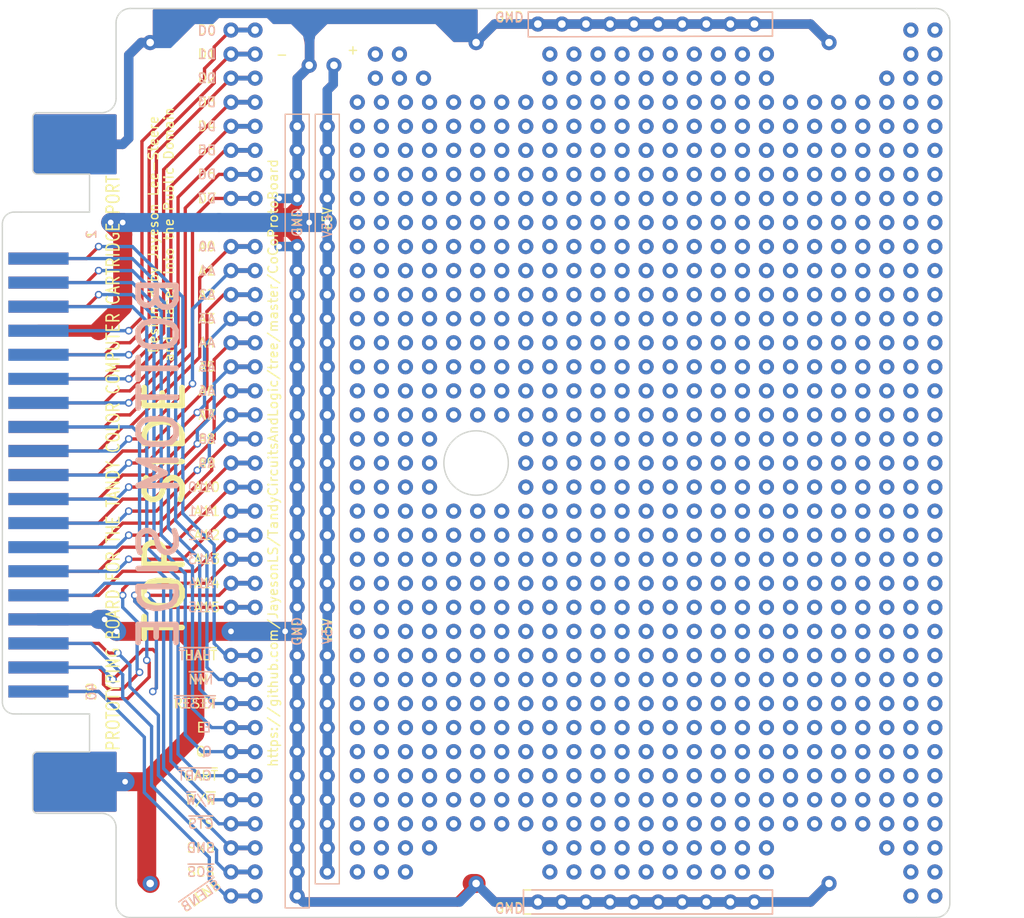
<source format=kicad_pcb>
(kicad_pcb (version 20241229) (generator "pcbnew") (generator_version "9.0")
  (layers (0 "F.Cu" signal) (2 "B.Cu" signal) (13 "F.Paste" user) (15 "B.Paste" user) (5 "F.SilkS" user "F.Silkscreen") (7 "B.SilkS" user "B.Silkscreen") (1 "F.Mask" user) (3 "B.Mask" user) (25 "Edge.Cuts" user))
  (net 0 "")
  (net 1 "Net-(P1-Pad11)")
  (net 2 "Net-(P1-Pad13)")
  (net 3 "Net-(P1-Pad15)")
  (net 4 "Net-(P1-Pad17)")
  (net 5 "Net-(P1-Pad19)")
  (net 6 "Net-(P1-Pad21)")
  (net 7 "Net-(P1-Pad23)")
  (net 8 "Net-(P1-Pad25)")
  (net 9 "Net-(P1-Pad27)")
  (net 10 "Net-(P1-Pad29)")
  (net 11 "Net-(P1-Pad31)")
  (net 12 "GND")
  (net 13 "Net-(P1-Pad37)")
  (net 14 "Net-(P1-Pad39)")
  (net 15 "Net-(P1-Pad6)")
  (net 16 "Net-(P1-Pad8)")
  (net 17 "Net-(P1-Pad10)")
  (net 18 "Net-(P1-Pad12)")
  (net 19 "Net-(P1-Pad14)")
  (net 20 "Net-(P1-Pad16)")
  (net 21 "Net-(P1-Pad18)")
  (net 22 "Net-(P1-Pad20)")
  (net 23 "Net-(P1-Pad22)")
  (net 24 "Net-(P1-Pad24)")
  (net 25 "Net-(P1-Pad26)")
  (net 26 "Net-(P1-Pad28)")
  (net 27 "Net-(P1-Pad30)")
  (net 28 "Net-(P1-Pad38)")
  (net 29 "Net-(P1-Pad3)")
  (net 30 "Net-(P1-Pad5)")
  (net 31 "Net-(P1-Pad7)")
  (net 32 "Net-(P1-Pad35)")
  (net 33 "Net-(P1-Pad4)")
  (net 34 "Net-(P1-Pad32)")
  (net 35 "Net-(P1-Pad36)")
  (net 36 "Net-(P1-Pad40)")
  (net 37 "+5V")
  (footprint "CoCoProtoBoard:CocoCardEdge" (layer "F.Cu") (at 91.44 104.14)
    (property "Reference" "P1" (hide yes))
    (property "Value" "CocoEdgeConnector" (hide yes))
  )
  (footprint "CoCoProtoBoard:1pin" (layer "F.Cu") (at 178.69 148.54)
    (property "Reference" "REF**" (hide yes))
    (property "Value" "1pin" (hide yes))
  )
  (footprint "CoCoProtoBoard:1pin" (layer "F.Cu") (at 178.69 59.74)
    (property "Reference" "REF**" (hide yes))
    (property "Value" "1pin" (hide yes))
  )
  (footprint "CoCoProtoBoard:1pin" (layer "F.Cu") (at 141.44 59.74)
    (property "Reference" "REF**" (hide yes))
    (property "Value" "1pin" (hide yes))
  )
  (footprint "CoCoProtoBoard:1pin" (layer "F.Cu") (at 141.44 148.54)
    (property "Reference" "REF**" (hide yes))
    (property "Value" "1pin" (hide yes))
  )
  (footprint "CoCoProtoBoard:1pin" (layer "F.Cu") (at 107.04 148.54)
    (property "Reference" "REF**" (hide yes))
    (property "Value" "1pin" (hide yes))
  )
  (footprint "CoCoProtoBoard:DIP-16_W7.62mm" (layer "F.Cu") (at 115.57 58.42)
    (property "Reference" "P2" (hide yes))
    (property "Value" "Coco Data" (hide yes))
  )
  (footprint "CoCoProtoBoard:DIP-22_W10.16mm" (layer "F.Cu") (at 115.57 124.46)
    (property "Reference" "P4" (hide yes))
    (property "Value" "Coco Signals" (hide yes))
  )
  (footprint "CoCoProtoBoard:DIP-32_W15.24mm" (layer "F.Cu") (at 115.57 81.28)
    (property "Reference" "P3" (hide yes))
    (property "Value" "Coco Address" (hide yes))
  )
  (footprint "CoCoProtoBoard:DIP-61_W300mm" (layer "F.Cu") (at 122.555 58.42)
    (property "Reference" "P10" (hide yes))
    (property "Value" "Power Bus" (hide yes))
  )
  (footprint "CoCoProtoBoard:1pin" (layer "F.Cu") (at 128.905 81.28)
    (property "Reference" "REF**" (hide yes))
    (property "Value" "1pin" (hide yes))
  )
  (footprint "CoCoProtoBoard:1pin" (layer "F.Cu") (at 128.905 104.14)
    (property "Reference" "REF**" (hide yes))
    (property "Value" "1pin" (hide yes))
  )
  (footprint "CoCoProtoBoard:1pin" (layer "F.Cu") (at 128.905 101.6)
    (property "Reference" "REF**" (hide yes))
    (property "Value" "1pin" (hide yes))
  )
  (footprint "CoCoProtoBoard:1pin" (layer "F.Cu") (at 128.905 106.68)
    (property "Reference" "REF**" (hide yes))
    (property "Value" "1pin" (hide yes))
  )
  (footprint "CoCoProtoBoard:1pin" (layer "F.Cu") (at 128.905 109.22)
    (property "Reference" "REF**" (hide yes))
    (property "Value" "1pin" (hide yes))
  )
  (footprint "CoCoProtoBoard:1pin" (layer "F.Cu") (at 128.905 111.76)
    (property "Reference" "REF**" (hide yes))
    (property "Value" "1pin" (hide yes))
  )
  (footprint "CoCoProtoBoard:1pin" (layer "F.Cu") (at 128.905 68.58)
    (property "Reference" "REF**" (hide yes))
    (property "Value" "1pin" (hide yes))
  )
  (footprint "CoCoProtoBoard:1pin" (layer "F.Cu") (at 128.905 144.78)
    (property "Reference" "REF**" (hide yes))
    (property "Value" "1pin" (hide yes))
  )
  (footprint "CoCoProtoBoard:1pin" (layer "F.Cu") (at 128.905 137.16)
    (property "Reference" "REF**" (hide yes))
    (property "Value" "1pin" (hide yes))
  )
  (footprint "CoCoProtoBoard:1pin" (layer "F.Cu") (at 128.905 139.7)
    (property "Reference" "REF**" (hide yes))
    (property "Value" "1pin" (hide yes))
  )
  (footprint "CoCoProtoBoard:1pin" (layer "F.Cu") (at 128.905 147.32)
    (property "Reference" "REF**" (hide yes))
    (property "Value" "1pin" (hide yes))
  )
  (footprint "CoCoProtoBoard:1pin" (layer "F.Cu") (at 128.905 142.24)
    (property "Reference" "REF**" (hide yes))
    (property "Value" "1pin" (hide yes))
  )
  (footprint "CoCoProtoBoard:1pin" (layer "F.Cu") (at 128.905 134.62)
    (property "Reference" "REF**" (hide yes))
    (property "Value" "1pin" (hide yes))
  )
  (footprint "CoCoProtoBoard:1pin" (layer "F.Cu") (at 128.905 66.04)
    (property "Reference" "REF**" (hide yes))
    (property "Value" "1pin" (hide yes))
  )
  (footprint "CoCoProtoBoard:1pin" (layer "F.Cu") (at 128.905 86.36)
    (property "Reference" "REF**" (hide yes))
    (property "Value" "1pin" (hide yes))
  )
  (footprint "CoCoProtoBoard:1pin" (layer "F.Cu") (at 128.905 88.9)
    (property "Reference" "REF**" (hide yes))
    (property "Value" "1pin" (hide yes))
  )
  (footprint "CoCoProtoBoard:1pin" (layer "F.Cu") (at 128.905 124.46)
    (property "Reference" "REF**" (hide yes))
    (property "Value" "1pin" (hide yes))
  )
  (footprint "CoCoProtoBoard:1pin" (layer "F.Cu") (at 128.905 127)
    (property "Reference" "REF**" (hide yes))
    (property "Value" "1pin" (hide yes))
  )
  (footprint "CoCoProtoBoard:1pin" (layer "F.Cu") (at 128.905 129.54)
    (property "Reference" "REF**" (hide yes))
    (property "Value" "1pin" (hide yes))
  )
  (footprint "CoCoProtoBoard:1pin" (layer "F.Cu") (at 128.905 132.08)
    (property "Reference" "REF**" (hide yes))
    (property "Value" "1pin" (hide yes))
  )
  (footprint "CoCoProtoBoard:1pin" (layer "F.Cu") (at 128.905 93.98)
    (property "Reference" "REF**" (hide yes))
    (property "Value" "1pin" (hide yes))
  )
  (footprint "CoCoProtoBoard:1pin" (layer "F.Cu") (at 128.905 99.06)
    (property "Reference" "REF**" (hide yes))
    (property "Value" "1pin" (hide yes))
  )
  (footprint "CoCoProtoBoard:1pin" (layer "F.Cu") (at 128.905 96.52)
    (property "Reference" "REF**" (hide yes))
    (property "Value" "1pin" (hide yes))
  )
  (footprint "CoCoProtoBoard:1pin" (layer "F.Cu") (at 128.905 71.12)
    (property "Reference" "REF**" (hide yes))
    (property "Value" "1pin" (hide yes))
  )
  (footprint "CoCoProtoBoard:1pin" (layer "F.Cu") (at 128.905 83.82)
    (property "Reference" "REF**" (hide yes))
    (property "Value" "1pin" (hide yes))
  )
  (footprint "CoCoProtoBoard:1pin" (layer "F.Cu") (at 128.905 73.66)
    (property "Reference" "REF**" (hide yes))
    (property "Value" "1pin" (hide yes))
  )
  (footprint "CoCoProtoBoard:1pin" (layer "F.Cu") (at 128.905 91.44)
    (property "Reference" "REF**" (hide yes))
    (property "Value" "1pin" (hide yes))
  )
  (footprint "CoCoProtoBoard:1pin" (layer "F.Cu") (at 128.905 76.2)
    (property "Reference" "REF**" (hide yes))
    (property "Value" "1pin" (hide yes))
  )
  (footprint "CoCoProtoBoard:1pin" (layer "F.Cu") (at 128.905 121.92)
    (property "Reference" "REF**" (hide yes))
    (property "Value" "1pin" (hide yes))
  )
  (footprint "CoCoProtoBoard:1pin" (layer "F.Cu") (at 128.905 114.3)
    (property "Reference" "REF**" (hide yes))
    (property "Value" "1pin" (hide yes))
  )
  (footprint "CoCoProtoBoard:1pin" (layer "F.Cu") (at 128.905 116.84)
    (property "Reference" "REF**" (hide yes))
    (property "Value" "1pin" (hide yes))
  )
  (footprint "CoCoProtoBoard:1pin" (layer "F.Cu") (at 128.905 119.38)
    (property "Reference" "REF**" (hide yes))
    (property "Value" "1pin" (hide yes))
  )
  (footprint "CoCoProtoBoard:1pin" (layer "F.Cu") (at 131.445 147.32)
    (property "Reference" "REF**" (hide yes))
    (property "Value" "1pin" (hide yes))
  )
  (footprint "CoCoProtoBoard:1pin" (layer "F.Cu") (at 128.905 78.74)
    (property "Reference" "REF**" (hide yes))
    (property "Value" "1pin" (hide yes))
  )
  (footprint "CoCoProtoBoard:1pin" (layer "F.Cu") (at 165.735 150.495)
    (property "Reference" "REF**" (hide yes))
    (property "Value" "1pin" (hide yes))
  )
  (footprint "CoCoProtoBoard:1pin" (layer "F.Cu") (at 163.195 150.495)
    (property "Reference" "REF**" (hide yes))
    (property "Value" "1pin" (hide yes))
  )
  (footprint "CoCoProtoBoard:1pin" (layer "F.Cu") (at 158.115 150.495)
    (property "Reference" "REF**" (hide yes))
    (property "Value" "1pin" (hide yes))
  )
  (footprint "CoCoProtoBoard:1pin" (layer "F.Cu") (at 160.655 150.495)
    (property "Reference" "REF**" (hide yes))
    (property "Value" "1pin" (hide yes))
  )
  (footprint "CoCoProtoBoard:1pin" (layer "F.Cu") (at 155.575 150.495)
    (property "Reference" "REF**" (hide yes))
    (property "Value" "1pin" (hide yes))
  )
  (footprint "CoCoProtoBoard:1pin" (layer "F.Cu") (at 153.035 150.495)
    (property "Reference" "REF**" (hide yes))
    (property "Value" "1pin" (hide yes))
  )
  (footprint "CoCoProtoBoard:1pin" (layer "F.Cu") (at 150.495 150.495)
    (property "Reference" "REF**" (hide yes))
    (property "Value" "1pin" (hide yes))
  )
  (footprint "CoCoProtoBoard:1pin" (layer "F.Cu") (at 147.955 150.495)
    (property "Reference" "REF**" (hide yes))
    (property "Value" "1pin" (hide yes))
  )
  (footprint "CoCoProtoBoard:1pin" (layer "F.Cu") (at 131.445 144.78)
    (property "Reference" "REF**" (hide yes))
    (property "Value" "1pin" (hide yes))
  )
  (footprint "CoCoProtoBoard:1pin" (layer "F.Cu") (at 131.445 142.24)
    (property "Reference" "REF**" (hide yes))
    (property "Value" "1pin" (hide yes))
  )
  (footprint "CoCoProtoBoard:1pin" (layer "F.Cu") (at 131.445 139.7)
    (property "Reference" "REF**" (hide yes))
    (property "Value" "1pin" (hide yes))
  )
  (footprint "CoCoProtoBoard:1pin" (layer "F.Cu") (at 131.445 137.16)
    (property "Reference" "REF**" (hide yes))
    (property "Value" "1pin" (hide yes))
  )
  (footprint "CoCoProtoBoard:1pin" (layer "F.Cu") (at 131.445 134.62)
    (property "Reference" "REF**" (hide yes))
    (property "Value" "1pin" (hide yes))
  )
  (footprint "CoCoProtoBoard:1pin" (layer "F.Cu") (at 133.985 144.78)
    (property "Reference" "REF**" (hide yes))
    (property "Value" "1pin" (hide yes))
  )
  (footprint "CoCoProtoBoard:1pin" (layer "F.Cu") (at 133.985 142.24)
    (property "Reference" "REF**" (hide yes))
    (property "Value" "1pin" (hide yes))
  )
  (footprint "CoCoProtoBoard:1pin" (layer "F.Cu") (at 133.985 139.7)
    (property "Reference" "REF**" (hide yes))
    (property "Value" "1pin" (hide yes))
  )
  (footprint "CoCoProtoBoard:1pin" (layer "F.Cu") (at 133.985 134.62)
    (property "Reference" "REF**" (hide yes))
    (property "Value" "1pin" (hide yes))
  )
  (footprint "CoCoProtoBoard:1pin" (layer "F.Cu") (at 133.985 137.16)
    (property "Reference" "REF**" (hide yes))
    (property "Value" "1pin" (hide yes))
  )
  (footprint "CoCoProtoBoard:1pin" (layer "F.Cu") (at 133.985 147.32)
    (property "Reference" "REF**" (hide yes))
    (property "Value" "1pin" (hide yes))
  )
  (footprint "CoCoProtoBoard:1pin" (layer "F.Cu") (at 136.525 144.78)
    (property "Reference" "REF**" (hide yes))
    (property "Value" "1pin" (hide yes))
  )
  (footprint "CoCoProtoBoard:1pin" (layer "F.Cu") (at 136.525 142.24)
    (property "Reference" "REF**" (hide yes))
    (property "Value" "1pin" (hide yes))
  )
  (footprint "CoCoProtoBoard:1pin" (layer "F.Cu") (at 136.525 139.7)
    (property "Reference" "REF**" (hide yes))
    (property "Value" "1pin" (hide yes))
  )
  (footprint "CoCoProtoBoard:1pin" (layer "F.Cu") (at 136.525 134.62)
    (property "Reference" "REF**" (hide yes))
    (property "Value" "1pin" (hide yes))
  )
  (footprint "CoCoProtoBoard:1pin" (layer "F.Cu") (at 136.525 137.16)
    (property "Reference" "REF**" (hide yes))
    (property "Value" "1pin" (hide yes))
  )
  (footprint "CoCoProtoBoard:1pin" (layer "F.Cu") (at 139.065 142.24)
    (property "Reference" "REF**" (hide yes))
    (property "Value" "1pin" (hide yes))
  )
  (footprint "CoCoProtoBoard:1pin" (layer "F.Cu") (at 139.065 139.7)
    (property "Reference" "REF**" (hide yes))
    (property "Value" "1pin" (hide yes))
  )
  (footprint "CoCoProtoBoard:1pin" (layer "F.Cu") (at 139.065 137.16)
    (property "Reference" "REF**" (hide yes))
    (property "Value" "1pin" (hide yes))
  )
  (footprint "CoCoProtoBoard:1pin" (layer "F.Cu") (at 139.065 134.62)
    (property "Reference" "REF**" (hide yes))
    (property "Value" "1pin" (hide yes))
  )
  (footprint "CoCoProtoBoard:1pin" (layer "F.Cu") (at 141.605 139.7)
    (property "Reference" "REF**" (hide yes))
    (property "Value" "1pin" (hide yes))
  )
  (footprint "CoCoProtoBoard:1pin" (layer "F.Cu") (at 141.605 142.24)
    (property "Reference" "REF**" (hide yes))
    (property "Value" "1pin" (hide yes))
  )
  (footprint "CoCoProtoBoard:1pin" (layer "F.Cu") (at 141.605 134.62)
    (property "Reference" "REF**" (hide yes))
    (property "Value" "1pin" (hide yes))
  )
  (footprint "CoCoProtoBoard:1pin" (layer "F.Cu") (at 141.605 137.16)
    (property "Reference" "REF**" (hide yes))
    (property "Value" "1pin" (hide yes))
  )
  (footprint "CoCoProtoBoard:1pin" (layer "F.Cu") (at 144.145 134.62)
    (property "Reference" "REF**" (hide yes))
    (property "Value" "1pin" (hide yes))
  )
  (footprint "CoCoProtoBoard:1pin" (layer "F.Cu") (at 144.145 139.7)
    (property "Reference" "REF**" (hide yes))
    (property "Value" "1pin" (hide yes))
  )
  (footprint "CoCoProtoBoard:1pin" (layer "F.Cu") (at 144.145 137.16)
    (property "Reference" "REF**" (hide yes))
    (property "Value" "1pin" (hide yes))
  )
  (footprint "CoCoProtoBoard:1pin" (layer "F.Cu") (at 144.145 142.24)
    (property "Reference" "REF**" (hide yes))
    (property "Value" "1pin" (hide yes))
  )
  (footprint "CoCoProtoBoard:1pin" (layer "F.Cu") (at 146.685 142.24)
    (property "Reference" "REF**" (hide yes))
    (property "Value" "1pin" (hide yes))
  )
  (footprint "CoCoProtoBoard:1pin" (layer "F.Cu") (at 146.685 139.7)
    (property "Reference" "REF**" (hide yes))
    (property "Value" "1pin" (hide yes))
  )
  (footprint "CoCoProtoBoard:1pin" (layer "F.Cu") (at 146.685 137.16)
    (property "Reference" "REF**" (hide yes))
    (property "Value" "1pin" (hide yes))
  )
  (footprint "CoCoProtoBoard:1pin" (layer "F.Cu") (at 146.685 134.62)
    (property "Reference" "REF**" (hide yes))
    (property "Value" "1pin" (hide yes))
  )
  (footprint "CoCoProtoBoard:1pin" (layer "F.Cu") (at 149.225 144.78)
    (property "Reference" "REF**" (hide yes))
    (property "Value" "1pin" (hide yes))
  )
  (footprint "CoCoProtoBoard:1pin" (layer "F.Cu") (at 149.225 142.24)
    (property "Reference" "REF**" (hide yes))
    (property "Value" "1pin" (hide yes))
  )
  (footprint "CoCoProtoBoard:1pin" (layer "F.Cu") (at 149.225 139.7)
    (property "Reference" "REF**" (hide yes))
    (property "Value" "1pin" (hide yes))
  )
  (footprint "CoCoProtoBoard:1pin" (layer "F.Cu") (at 149.225 134.62)
    (property "Reference" "REF**" (hide yes))
    (property "Value" "1pin" (hide yes))
  )
  (footprint "CoCoProtoBoard:1pin" (layer "F.Cu") (at 149.225 137.16)
    (property "Reference" "REF**" (hide yes))
    (property "Value" "1pin" (hide yes))
  )
  (footprint "CoCoProtoBoard:1pin" (layer "F.Cu") (at 149.225 147.32)
    (property "Reference" "REF**" (hide yes))
    (property "Value" "1pin" (hide yes))
  )
  (footprint "CoCoProtoBoard:1pin" (layer "F.Cu") (at 151.765 147.32)
    (property "Reference" "REF**" (hide yes))
    (property "Value" "1pin" (hide yes))
  )
  (footprint "CoCoProtoBoard:1pin" (layer "F.Cu") (at 151.765 134.62)
    (property "Reference" "REF**" (hide yes))
    (property "Value" "1pin" (hide yes))
  )
  (footprint "CoCoProtoBoard:1pin" (layer "F.Cu") (at 151.765 139.7)
    (property "Reference" "REF**" (hide yes))
    (property "Value" "1pin" (hide yes))
  )
  (footprint "CoCoProtoBoard:1pin" (layer "F.Cu") (at 151.765 144.78)
    (property "Reference" "REF**" (hide yes))
    (property "Value" "1pin" (hide yes))
  )
  (footprint "CoCoProtoBoard:1pin" (layer "F.Cu") (at 151.765 142.24)
    (property "Reference" "REF**" (hide yes))
    (property "Value" "1pin" (hide yes))
  )
  (footprint "CoCoProtoBoard:1pin" (layer "F.Cu") (at 151.765 137.16)
    (property "Reference" "REF**" (hide yes))
    (property "Value" "1pin" (hide yes))
  )
  (footprint "CoCoProtoBoard:1pin" (layer "F.Cu") (at 154.305 139.7)
    (property "Reference" "REF**" (hide yes))
    (property "Value" "1pin" (hide yes))
  )
  (footprint "CoCoProtoBoard:1pin" (layer "F.Cu") (at 154.305 142.24)
    (property "Reference" "REF**" (hide yes))
    (property "Value" "1pin" (hide yes))
  )
  (footprint "CoCoProtoBoard:1pin" (layer "F.Cu") (at 154.305 144.78)
    (property "Reference" "REF**" (hide yes))
    (property "Value" "1pin" (hide yes))
  )
  (footprint "CoCoProtoBoard:1pin" (layer "F.Cu") (at 154.305 137.16)
    (property "Reference" "REF**" (hide yes))
    (property "Value" "1pin" (hide yes))
  )
  (footprint "CoCoProtoBoard:1pin" (layer "F.Cu") (at 154.305 147.32)
    (property "Reference" "REF**" (hide yes))
    (property "Value" "1pin" (hide yes))
  )
  (footprint "CoCoProtoBoard:1pin" (layer "F.Cu") (at 154.305 134.62)
    (property "Reference" "REF**" (hide yes))
    (property "Value" "1pin" (hide yes))
  )
  (footprint "CoCoProtoBoard:1pin" (layer "F.Cu") (at 156.845 142.24)
    (property "Reference" "REF**" (hide yes))
    (property "Value" "1pin" (hide yes))
  )
  (footprint "CoCoProtoBoard:1pin" (layer "F.Cu") (at 156.845 144.78)
    (property "Reference" "REF**" (hide yes))
    (property "Value" "1pin" (hide yes))
  )
  (footprint "CoCoProtoBoard:1pin" (layer "F.Cu") (at 156.845 147.32)
    (property "Reference" "REF**" (hide yes))
    (property "Value" "1pin" (hide yes))
  )
  (footprint "CoCoProtoBoard:1pin" (layer "F.Cu") (at 156.845 134.62)
    (property "Reference" "REF**" (hide yes))
    (property "Value" "1pin" (hide yes))
  )
  (footprint "CoCoProtoBoard:1pin" (layer "F.Cu") (at 156.845 137.16)
    (property "Reference" "REF**" (hide yes))
    (property "Value" "1pin" (hide yes))
  )
  (footprint "CoCoProtoBoard:1pin" (layer "F.Cu") (at 156.845 139.7)
    (property "Reference" "REF**" (hide yes))
    (property "Value" "1pin" (hide yes))
  )
  (footprint "CoCoProtoBoard:1pin" (layer "F.Cu") (at 159.385 142.24)
    (property "Reference" "REF**" (hide yes))
    (property "Value" "1pin" (hide yes))
  )
  (footprint "CoCoProtoBoard:1pin" (layer "F.Cu") (at 159.385 144.78)
    (property "Reference" "REF**" (hide yes))
    (property "Value" "1pin" (hide yes))
  )
  (footprint "CoCoProtoBoard:1pin" (layer "F.Cu") (at 159.385 147.32)
    (property "Reference" "REF**" (hide yes))
    (property "Value" "1pin" (hide yes))
  )
  (footprint "CoCoProtoBoard:1pin" (layer "F.Cu") (at 159.385 137.16)
    (property "Reference" "REF**" (hide yes))
    (property "Value" "1pin" (hide yes))
  )
  (footprint "CoCoProtoBoard:1pin" (layer "F.Cu") (at 159.385 134.62)
    (property "Reference" "REF**" (hide yes))
    (property "Value" "1pin" (hide yes))
  )
  (footprint "CoCoProtoBoard:1pin" (layer "F.Cu") (at 159.385 139.7)
    (property "Reference" "REF**" (hide yes))
    (property "Value" "1pin" (hide yes))
  )
  (footprint "CoCoProtoBoard:1pin" (layer "F.Cu") (at 161.925 142.24)
    (property "Reference" "REF**" (hide yes))
    (property "Value" "1pin" (hide yes))
  )
  (footprint "CoCoProtoBoard:1pin" (layer "F.Cu") (at 161.925 144.78)
    (property "Reference" "REF**" (hide yes))
    (property "Value" "1pin" (hide yes))
  )
  (footprint "CoCoProtoBoard:1pin" (layer "F.Cu") (at 161.925 147.32)
    (property "Reference" "REF**" (hide yes))
    (property "Value" "1pin" (hide yes))
  )
  (footprint "CoCoProtoBoard:1pin" (layer "F.Cu") (at 161.925 137.16)
    (property "Reference" "REF**" (hide yes))
    (property "Value" "1pin" (hide yes))
  )
  (footprint "CoCoProtoBoard:1pin" (layer "F.Cu") (at 161.925 134.62)
    (property "Reference" "REF**" (hide yes))
    (property "Value" "1pin" (hide yes))
  )
  (footprint "CoCoProtoBoard:1pin" (layer "F.Cu") (at 161.925 139.7)
    (property "Reference" "REF**" (hide yes))
    (property "Value" "1pin" (hide yes))
  )
  (footprint "CoCoProtoBoard:1pin" (layer "F.Cu") (at 164.465 137.16)
    (property "Reference" "REF**" (hide yes))
    (property "Value" "1pin" (hide yes))
  )
  (footprint "CoCoProtoBoard:1pin" (layer "F.Cu") (at 164.465 147.32)
    (property "Reference" "REF**" (hide yes))
    (property "Value" "1pin" (hide yes))
  )
  (footprint "CoCoProtoBoard:1pin" (layer "F.Cu") (at 164.465 139.7)
    (property "Reference" "REF**" (hide yes))
    (property "Value" "1pin" (hide yes))
  )
  (footprint "CoCoProtoBoard:1pin" (layer "F.Cu") (at 164.465 134.62)
    (property "Reference" "REF**" (hide yes))
    (property "Value" "1pin" (hide yes))
  )
  (footprint "CoCoProtoBoard:1pin" (layer "F.Cu") (at 164.465 144.78)
    (property "Reference" "REF**" (hide yes))
    (property "Value" "1pin" (hide yes))
  )
  (footprint "CoCoProtoBoard:1pin" (layer "F.Cu") (at 164.465 142.24)
    (property "Reference" "REF**" (hide yes))
    (property "Value" "1pin" (hide yes))
  )
  (footprint "CoCoProtoBoard:1pin" (layer "F.Cu") (at 167.005 142.24)
    (property "Reference" "REF**" (hide yes))
    (property "Value" "1pin" (hide yes))
  )
  (footprint "CoCoProtoBoard:1pin" (layer "F.Cu") (at 167.005 137.16)
    (property "Reference" "REF**" (hide yes))
    (property "Value" "1pin" (hide yes))
  )
  (footprint "CoCoProtoBoard:1pin" (layer "F.Cu") (at 167.005 144.78)
    (property "Reference" "REF**" (hide yes))
    (property "Value" "1pin" (hide yes))
  )
  (footprint "CoCoProtoBoard:1pin" (layer "F.Cu") (at 167.005 134.62)
    (property "Reference" "REF**" (hide yes))
    (property "Value" "1pin" (hide yes))
  )
  (footprint "CoCoProtoBoard:1pin" (layer "F.Cu") (at 167.005 147.32)
    (property "Reference" "REF**" (hide yes))
    (property "Value" "1pin" (hide yes))
  )
  (footprint "CoCoProtoBoard:1pin" (layer "F.Cu") (at 167.005 139.7)
    (property "Reference" "REF**" (hide yes))
    (property "Value" "1pin" (hide yes))
  )
  (footprint "CoCoProtoBoard:1pin" (layer "F.Cu") (at 169.545 142.24)
    (property "Reference" "REF**" (hide yes))
    (property "Value" "1pin" (hide yes))
  )
  (footprint "CoCoProtoBoard:1pin" (layer "F.Cu") (at 169.545 147.32)
    (property "Reference" "REF**" (hide yes))
    (property "Value" "1pin" (hide yes))
  )
  (footprint "CoCoProtoBoard:1pin" (layer "F.Cu") (at 169.545 144.78)
    (property "Reference" "REF**" (hide yes))
    (property "Value" "1pin" (hide yes))
  )
  (footprint "CoCoProtoBoard:1pin" (layer "F.Cu") (at 169.545 137.16)
    (property "Reference" "REF**" (hide yes))
    (property "Value" "1pin" (hide yes))
  )
  (footprint "CoCoProtoBoard:1pin" (layer "F.Cu") (at 169.545 139.7)
    (property "Reference" "REF**" (hide yes))
    (property "Value" "1pin" (hide yes))
  )
  (footprint "CoCoProtoBoard:1pin" (layer "F.Cu") (at 169.545 134.62)
    (property "Reference" "REF**" (hide yes))
    (property "Value" "1pin" (hide yes))
  )
  (footprint "CoCoProtoBoard:1pin" (layer "F.Cu") (at 172.085 134.62)
    (property "Reference" "REF**" (hide yes))
    (property "Value" "1pin" (hide yes))
  )
  (footprint "CoCoProtoBoard:1pin" (layer "F.Cu") (at 172.085 137.16)
    (property "Reference" "REF**" (hide yes))
    (property "Value" "1pin" (hide yes))
  )
  (footprint "CoCoProtoBoard:1pin" (layer "F.Cu") (at 172.085 142.24)
    (property "Reference" "REF**" (hide yes))
    (property "Value" "1pin" (hide yes))
  )
  (footprint "CoCoProtoBoard:1pin" (layer "F.Cu") (at 172.085 147.32)
    (property "Reference" "REF**" (hide yes))
    (property "Value" "1pin" (hide yes))
  )
  (footprint "CoCoProtoBoard:1pin" (layer "F.Cu") (at 172.085 139.7)
    (property "Reference" "REF**" (hide yes))
    (property "Value" "1pin" (hide yes))
  )
  (footprint "CoCoProtoBoard:1pin" (layer "F.Cu") (at 172.085 144.78)
    (property "Reference" "REF**" (hide yes))
    (property "Value" "1pin" (hide yes))
  )
  (footprint "CoCoProtoBoard:1pin" (layer "F.Cu") (at 179.705 142.24)
    (property "Reference" "REF**" (hide yes))
    (property "Value" "1pin" (hide yes))
  )
  (footprint "CoCoProtoBoard:1pin" (layer "F.Cu") (at 184.785 134.62)
    (property "Reference" "REF**" (hide yes))
    (property "Value" "1pin" (hide yes))
  )
  (footprint "CoCoProtoBoard:1pin" (layer "F.Cu") (at 174.625 137.16)
    (property "Reference" "REF**" (hide yes))
    (property "Value" "1pin" (hide yes))
  )
  (footprint "CoCoProtoBoard:1pin" (layer "F.Cu") (at 182.245 134.62)
    (property "Reference" "REF**" (hide yes))
    (property "Value" "1pin" (hide yes))
  )
  (footprint "CoCoProtoBoard:1pin" (layer "F.Cu") (at 184.785 142.24)
    (property "Reference" "REF**" (hide yes))
    (property "Value" "1pin" (hide yes))
  )
  (footprint "CoCoProtoBoard:1pin" (layer "F.Cu") (at 177.165 142.24)
    (property "Reference" "REF**" (hide yes))
    (property "Value" "1pin" (hide yes))
  )
  (footprint "CoCoProtoBoard:1pin" (layer "F.Cu") (at 174.625 139.7)
    (property "Reference" "REF**" (hide yes))
    (property "Value" "1pin" (hide yes))
  )
  (footprint "CoCoProtoBoard:1pin" (layer "F.Cu") (at 182.245 137.16)
    (property "Reference" "REF**" (hide yes))
    (property "Value" "1pin" (hide yes))
  )
  (footprint "CoCoProtoBoard:1pin" (layer "F.Cu") (at 174.625 134.62)
    (property "Reference" "REF**" (hide yes))
    (property "Value" "1pin" (hide yes))
  )
  (footprint "CoCoProtoBoard:1pin" (layer "F.Cu") (at 177.165 137.16)
    (property "Reference" "REF**" (hide yes))
    (property "Value" "1pin" (hide yes))
  )
  (footprint "CoCoProtoBoard:1pin" (layer "F.Cu") (at 179.705 137.16)
    (property "Reference" "REF**" (hide yes))
    (property "Value" "1pin" (hide yes))
  )
  (footprint "CoCoProtoBoard:1pin" (layer "F.Cu") (at 182.245 142.24)
    (property "Reference" "REF**" (hide yes))
    (property "Value" "1pin" (hide yes))
  )
  (footprint "CoCoProtoBoard:1pin" (layer "F.Cu") (at 184.785 137.16)
    (property "Reference" "REF**" (hide yes))
    (property "Value" "1pin" (hide yes))
  )
  (footprint "CoCoProtoBoard:1pin" (layer "F.Cu") (at 184.785 139.7)
    (property "Reference" "REF**" (hide yes))
    (property "Value" "1pin" (hide yes))
  )
  (footprint "CoCoProtoBoard:1pin" (layer "F.Cu") (at 179.705 139.7)
    (property "Reference" "REF**" (hide yes))
    (property "Value" "1pin" (hide yes))
  )
  (footprint "CoCoProtoBoard:1pin" (layer "F.Cu") (at 182.245 139.7)
    (property "Reference" "REF**" (hide yes))
    (property "Value" "1pin" (hide yes))
  )
  (footprint "CoCoProtoBoard:1pin" (layer "F.Cu") (at 177.165 134.62)
    (property "Reference" "REF**" (hide yes))
    (property "Value" "1pin" (hide yes))
  )
  (footprint "CoCoProtoBoard:1pin" (layer "F.Cu") (at 174.625 142.24)
    (property "Reference" "REF**" (hide yes))
    (property "Value" "1pin" (hide yes))
  )
  (footprint "CoCoProtoBoard:1pin" (layer "F.Cu") (at 177.165 139.7)
    (property "Reference" "REF**" (hide yes))
    (property "Value" "1pin" (hide yes))
  )
  (footprint "CoCoProtoBoard:1pin" (layer "F.Cu") (at 179.705 134.62)
    (property "Reference" "REF**" (hide yes))
    (property "Value" "1pin" (hide yes))
  )
  (footprint "CoCoProtoBoard:1pin" (layer "F.Cu") (at 187.325 139.7)
    (property "Reference" "REF**" (hide yes))
    (property "Value" "1pin" (hide yes))
  )
  (footprint "CoCoProtoBoard:1pin" (layer "F.Cu") (at 187.325 144.78)
    (property "Reference" "REF**" (hide yes))
    (property "Value" "1pin" (hide yes))
  )
  (footprint "CoCoProtoBoard:1pin" (layer "F.Cu") (at 189.865 134.62)
    (property "Reference" "REF**" (hide yes))
    (property "Value" "1pin" (hide yes))
  )
  (footprint "CoCoProtoBoard:1pin" (layer "F.Cu") (at 187.325 142.24)
    (property "Reference" "REF**" (hide yes))
    (property "Value" "1pin" (hide yes))
  )
  (footprint "CoCoProtoBoard:1pin" (layer "F.Cu") (at 187.325 134.62)
    (property "Reference" "REF**" (hide yes))
    (property "Value" "1pin" (hide yes))
  )
  (footprint "CoCoProtoBoard:1pin" (layer "F.Cu") (at 189.865 139.7)
    (property "Reference" "REF**" (hide yes))
    (property "Value" "1pin" (hide yes))
  )
  (footprint "CoCoProtoBoard:1pin" (layer "F.Cu") (at 189.865 144.78)
    (property "Reference" "REF**" (hide yes))
    (property "Value" "1pin" (hide yes))
  )
  (footprint "CoCoProtoBoard:1pin" (layer "F.Cu") (at 187.325 137.16)
    (property "Reference" "REF**" (hide yes))
    (property "Value" "1pin" (hide yes))
  )
  (footprint "CoCoProtoBoard:1pin" (layer "F.Cu") (at 189.865 137.16)
    (property "Reference" "REF**" (hide yes))
    (property "Value" "1pin" (hide yes))
  )
  (footprint "CoCoProtoBoard:1pin" (layer "F.Cu") (at 189.865 142.24)
    (property "Reference" "REF**" (hide yes))
    (property "Value" "1pin" (hide yes))
  )
  (footprint "CoCoProtoBoard:1pin" (layer "F.Cu") (at 189.865 147.32)
    (property "Reference" "REF**" (hide yes))
    (property "Value" "1pin" (hide yes))
  )
  (footprint "CoCoProtoBoard:1pin" (layer "F.Cu") (at 187.325 147.32)
    (property "Reference" "REF**" (hide yes))
    (property "Value" "1pin" (hide yes))
  )
  (footprint "CoCoProtoBoard:1pin" (layer "F.Cu") (at 184.785 144.78)
    (property "Reference" "REF**" (hide yes))
    (property "Value" "1pin" (hide yes))
  )
  (footprint "CoCoProtoBoard:1pin" (layer "F.Cu") (at 131.445 132.08)
    (property "Reference" "REF**" (hide yes))
    (property "Value" "1pin" (hide yes))
  )
  (footprint "CoCoProtoBoard:1pin" (layer "F.Cu") (at 189.865 132.08)
    (property "Reference" "REF**" (hide yes))
    (property "Value" "1pin" (hide yes))
  )
  (footprint "CoCoProtoBoard:1pin" (layer "F.Cu") (at 187.325 132.08)
    (property "Reference" "REF**" (hide yes))
    (property "Value" "1pin" (hide yes))
  )
  (footprint "CoCoProtoBoard:1pin" (layer "F.Cu") (at 146.685 132.08)
    (property "Reference" "REF**" (hide yes))
    (property "Value" "1pin" (hide yes))
  )
  (footprint "CoCoProtoBoard:1pin" (layer "F.Cu") (at 144.145 132.08)
    (property "Reference" "REF**" (hide yes))
    (property "Value" "1pin" (hide yes))
  )
  (footprint "CoCoProtoBoard:1pin" (layer "F.Cu") (at 141.605 132.08)
    (property "Reference" "REF**" (hide yes))
    (property "Value" "1pin" (hide yes))
  )
  (footprint "CoCoProtoBoard:1pin" (layer "F.Cu") (at 149.225 132.08)
    (property "Reference" "REF**" (hide yes))
    (property "Value" "1pin" (hide yes))
  )
  (footprint "CoCoProtoBoard:1pin" (layer "F.Cu") (at 136.525 132.08)
    (property "Reference" "REF**" (hide yes))
    (property "Value" "1pin" (hide yes))
  )
  (footprint "CoCoProtoBoard:1pin" (layer "F.Cu") (at 139.065 132.08)
    (property "Reference" "REF**" (hide yes))
    (property "Value" "1pin" (hide yes))
  )
  (footprint "CoCoProtoBoard:1pin" (layer "F.Cu") (at 154.305 132.08)
    (property "Reference" "REF**" (hide yes))
    (property "Value" "1pin" (hide yes))
  )
  (footprint "CoCoProtoBoard:1pin" (layer "F.Cu") (at 156.845 132.08)
    (property "Reference" "REF**" (hide yes))
    (property "Value" "1pin" (hide yes))
  )
  (footprint "CoCoProtoBoard:1pin" (layer "F.Cu") (at 159.385 132.08)
    (property "Reference" "REF**" (hide yes))
    (property "Value" "1pin" (hide yes))
  )
  (footprint "CoCoProtoBoard:1pin" (layer "F.Cu") (at 151.765 132.08)
    (property "Reference" "REF**" (hide yes))
    (property "Value" "1pin" (hide yes))
  )
  (footprint "CoCoProtoBoard:1pin" (layer "F.Cu") (at 172.085 132.08)
    (property "Reference" "REF**" (hide yes))
    (property "Value" "1pin" (hide yes))
  )
  (footprint "CoCoProtoBoard:1pin" (layer "F.Cu") (at 169.545 132.08)
    (property "Reference" "REF**" (hide yes))
    (property "Value" "1pin" (hide yes))
  )
  (footprint "CoCoProtoBoard:1pin" (layer "F.Cu") (at 161.925 132.08)
    (property "Reference" "REF**" (hide yes))
    (property "Value" "1pin" (hide yes))
  )
  (footprint "CoCoProtoBoard:1pin" (layer "F.Cu") (at 184.785 132.08)
    (property "Reference" "REF**" (hide yes))
    (property "Value" "1pin" (hide yes))
  )
  (footprint "CoCoProtoBoard:1pin" (layer "F.Cu") (at 164.465 132.08)
    (property "Reference" "REF**" (hide yes))
    (property "Value" "1pin" (hide yes))
  )
  (footprint "CoCoProtoBoard:1pin" (layer "F.Cu") (at 167.005 132.08)
    (property "Reference" "REF**" (hide yes))
    (property "Value" "1pin" (hide yes))
  )
  (footprint "CoCoProtoBoard:1pin" (layer "F.Cu") (at 182.245 132.08)
    (property "Reference" "REF**" (hide yes))
    (property "Value" "1pin" (hide yes))
  )
  (footprint "CoCoProtoBoard:1pin" (layer "F.Cu") (at 177.165 132.08)
    (property "Reference" "REF**" (hide yes))
    (property "Value" "1pin" (hide yes))
  )
  (footprint "CoCoProtoBoard:1pin" (layer "F.Cu") (at 174.625 132.08)
    (property "Reference" "REF**" (hide yes))
    (property "Value" "1pin" (hide yes))
  )
  (footprint "CoCoProtoBoard:1pin" (layer "F.Cu") (at 179.705 132.08)
    (property "Reference" "REF**" (hide yes))
    (property "Value" "1pin" (hide yes))
  )
  (footprint "CoCoProtoBoard:1pin" (layer "F.Cu") (at 133.985 132.08)
    (property "Reference" "REF**" (hide yes))
    (property "Value" "1pin" (hide yes))
  )
  (footprint "CoCoProtoBoard:1pin" (layer "F.Cu") (at 156.845 129.54)
    (property "Reference" "REF**" (hide yes))
    (property "Value" "1pin" (hide yes))
  )
  (footprint "CoCoProtoBoard:1pin" (layer "F.Cu") (at 151.765 129.54)
    (property "Reference" "REF**" (hide yes))
    (property "Value" "1pin" (hide yes))
  )
  (footprint "CoCoProtoBoard:1pin" (layer "F.Cu") (at 184.785 129.54)
    (property "Reference" "REF**" (hide yes))
    (property "Value" "1pin" (hide yes))
  )
  (footprint "CoCoProtoBoard:1pin" (layer "F.Cu") (at 182.245 129.54)
    (property "Reference" "REF**" (hide yes))
    (property "Value" "1pin" (hide yes))
  )
  (footprint "CoCoProtoBoard:1pin" (layer "F.Cu") (at 136.525 129.54)
    (property "Reference" "REF**" (hide yes))
    (property "Value" "1pin" (hide yes))
  )
  (footprint "CoCoProtoBoard:1pin" (layer "F.Cu") (at 161.925 129.54)
    (property "Reference" "REF**" (hide yes))
    (property "Value" "1pin" (hide yes))
  )
  (footprint "CoCoProtoBoard:1pin" (layer "F.Cu") (at 187.325 129.54)
    (property "Reference" "REF**" (hide yes))
    (property "Value" "1pin" (hide yes))
  )
  (footprint "CoCoProtoBoard:1pin" (layer "F.Cu") (at 146.685 129.54)
    (property "Reference" "REF**" (hide yes))
    (property "Value" "1pin" (hide yes))
  )
  (footprint "CoCoProtoBoard:1pin" (layer "F.Cu") (at 149.225 129.54)
    (property "Reference" "REF**" (hide yes))
    (property "Value" "1pin" (hide yes))
  )
  (footprint "CoCoProtoBoard:1pin" (layer "F.Cu") (at 172.085 129.54)
    (property "Reference" "REF**" (hide yes))
    (property "Value" "1pin" (hide yes))
  )
  (footprint "CoCoProtoBoard:1pin" (layer "F.Cu") (at 164.465 129.54)
    (property "Reference" "REF**" (hide yes))
    (property "Value" "1pin" (hide yes))
  )
  (footprint "CoCoProtoBoard:1pin" (layer "F.Cu") (at 141.605 129.54)
    (property "Reference" "REF**" (hide yes))
    (property "Value" "1pin" (hide yes))
  )
  (footprint "CoCoProtoBoard:1pin" (layer "F.Cu") (at 131.445 129.54)
    (property "Reference" "REF**" (hide yes))
    (property "Value" "1pin" (hide yes))
  )
  (footprint "CoCoProtoBoard:1pin" (layer "F.Cu") (at 189.865 129.54)
    (property "Reference" "REF**" (hide yes))
    (property "Value" "1pin" (hide yes))
  )
  (footprint "CoCoProtoBoard:1pin" (layer "F.Cu") (at 144.145 129.54)
    (property "Reference" "REF**" (hide yes))
    (property "Value" "1pin" (hide yes))
  )
  (footprint "CoCoProtoBoard:1pin" (layer "F.Cu") (at 139.065 129.54)
    (property "Reference" "REF**" (hide yes))
    (property "Value" "1pin" (hide yes))
  )
  (footprint "CoCoProtoBoard:1pin" (layer "F.Cu") (at 154.305 129.54)
    (property "Reference" "REF**" (hide yes))
    (property "Value" "1pin" (hide yes))
  )
  (footprint "CoCoProtoBoard:1pin" (layer "F.Cu") (at 159.385 129.54)
    (property "Reference" "REF**" (hide yes))
    (property "Value" "1pin" (hide yes))
  )
  (footprint "CoCoProtoBoard:1pin" (layer "F.Cu") (at 169.545 129.54)
    (property "Reference" "REF**" (hide yes))
    (property "Value" "1pin" (hide yes))
  )
  (footprint "CoCoProtoBoard:1pin" (layer "F.Cu") (at 167.005 129.54)
    (property "Reference" "REF**" (hide yes))
    (property "Value" "1pin" (hide yes))
  )
  (footprint "CoCoProtoBoard:1pin" (layer "F.Cu") (at 177.165 129.54)
    (property "Reference" "REF**" (hide yes))
    (property "Value" "1pin" (hide yes))
  )
  (footprint "CoCoProtoBoard:1pin" (layer "F.Cu") (at 174.625 129.54)
    (property "Reference" "REF**" (hide yes))
    (property "Value" "1pin" (hide yes))
  )
  (footprint "CoCoProtoBoard:1pin" (layer "F.Cu") (at 179.705 129.54)
    (property "Reference" "REF**" (hide yes))
    (property "Value" "1pin" (hide yes))
  )
  (footprint "CoCoProtoBoard:1pin" (layer "F.Cu") (at 133.985 129.54)
    (property "Reference" "REF**" (hide yes))
    (property "Value" "1pin" (hide yes))
  )
  (footprint "CoCoProtoBoard:1pin" (layer "F.Cu") (at 139.065 127)
    (property "Reference" "REF**" (hide yes))
    (property "Value" "1pin" (hide yes))
  )
  (footprint "CoCoProtoBoard:1pin" (layer "F.Cu") (at 151.765 127)
    (property "Reference" "REF**" (hide yes))
    (property "Value" "1pin" (hide yes))
  )
  (footprint "CoCoProtoBoard:1pin" (layer "F.Cu") (at 136.525 127)
    (property "Reference" "REF**" (hide yes))
    (property "Value" "1pin" (hide yes))
  )
  (footprint "CoCoProtoBoard:1pin" (layer "F.Cu") (at 149.225 127)
    (property "Reference" "REF**" (hide yes))
    (property "Value" "1pin" (hide yes))
  )
  (footprint "CoCoProtoBoard:1pin" (layer "F.Cu") (at 169.545 127)
    (property "Reference" "REF**" (hide yes))
    (property "Value" "1pin" (hide yes))
  )
  (footprint "CoCoProtoBoard:1pin" (layer "F.Cu") (at 184.785 127)
    (property "Reference" "REF**" (hide yes))
    (property "Value" "1pin" (hide yes))
  )
  (footprint "CoCoProtoBoard:1pin" (layer "F.Cu") (at 187.325 127)
    (property "Reference" "REF**" (hide yes))
    (property "Value" "1pin" (hide yes))
  )
  (footprint "CoCoProtoBoard:1pin" (layer "F.Cu") (at 131.445 127)
    (property "Reference" "REF**" (hide yes))
    (property "Value" "1pin" (hide yes))
  )
  (footprint "CoCoProtoBoard:1pin" (layer "F.Cu") (at 154.305 127)
    (property "Reference" "REF**" (hide yes))
    (property "Value" "1pin" (hide yes))
  )
  (footprint "CoCoProtoBoard:1pin" (layer "F.Cu") (at 167.005 127)
    (property "Reference" "REF**" (hide yes))
    (property "Value" "1pin" (hide yes))
  )
  (footprint "CoCoProtoBoard:1pin" (layer "F.Cu") (at 179.705 127)
    (property "Reference" "REF**" (hide yes))
    (property "Value" "1pin" (hide yes))
  )
  (footprint "CoCoProtoBoard:1pin" (layer "F.Cu") (at 133.985 127)
    (property "Reference" "REF**" (hide yes))
    (property "Value" "1pin" (hide yes))
  )
  (footprint "CoCoProtoBoard:1pin" (layer "F.Cu") (at 159.385 127)
    (property "Reference" "REF**" (hide yes))
    (property "Value" "1pin" (hide yes))
  )
  (footprint "CoCoProtoBoard:1pin" (layer "F.Cu") (at 146.685 127)
    (property "Reference" "REF**" (hide yes))
    (property "Value" "1pin" (hide yes))
  )
  (footprint "CoCoProtoBoard:1pin" (layer "F.Cu") (at 189.865 127)
    (property "Reference" "REF**" (hide yes))
    (property "Value" "1pin" (hide yes))
  )
  (footprint "CoCoProtoBoard:1pin" (layer "F.Cu") (at 141.605 127)
    (property "Reference" "REF**" (hide yes))
    (property "Value" "1pin" (hide yes))
  )
  (footprint "CoCoProtoBoard:1pin" (layer "F.Cu") (at 156.845 127)
    (property "Reference" "REF**" (hide yes))
    (property "Value" "1pin" (hide yes))
  )
  (footprint "CoCoProtoBoard:1pin" (layer "F.Cu") (at 182.245 127)
    (property "Reference" "REF**" (hide yes))
    (property "Value" "1pin" (hide yes))
  )
  (footprint "CoCoProtoBoard:1pin" (layer "F.Cu") (at 174.625 127)
    (property "Reference" "REF**" (hide yes))
    (property "Value" "1pin" (hide yes))
  )
  (footprint "CoCoProtoBoard:1pin" (layer "F.Cu") (at 161.925 127)
    (property "Reference" "REF**" (hide yes))
    (property "Value" "1pin" (hide yes))
  )
  (footprint "CoCoProtoBoard:1pin" (layer "F.Cu") (at 144.145 127)
    (property "Reference" "REF**" (hide yes))
    (property "Value" "1pin" (hide yes))
  )
  (footprint "CoCoProtoBoard:1pin" (layer "F.Cu") (at 172.085 127)
    (property "Reference" "REF**" (hide yes))
    (property "Value" "1pin" (hide yes))
  )
  (footprint "CoCoProtoBoard:1pin" (layer "F.Cu") (at 164.465 127)
    (property "Reference" "REF**" (hide yes))
    (property "Value" "1pin" (hide yes))
  )
  (footprint "CoCoProtoBoard:1pin" (layer "F.Cu") (at 177.165 127)
    (property "Reference" "REF**" (hide yes))
    (property "Value" "1pin" (hide yes))
  )
  (footprint "CoCoProtoBoard:1pin" (layer "F.Cu") (at 151.765 124.46)
    (property "Reference" "REF**" (hide yes))
    (property "Value" "1pin" (hide yes))
  )
  (footprint "CoCoProtoBoard:1pin" (layer "F.Cu") (at 187.325 124.46)
    (property "Reference" "REF**" (hide yes))
    (property "Value" "1pin" (hide yes))
  )
  (footprint "CoCoProtoBoard:1pin" (layer "F.Cu") (at 139.065 124.46)
    (property "Reference" "REF**" (hide yes))
    (property "Value" "1pin" (hide yes))
  )
  (footprint "CoCoProtoBoard:1pin" (layer "F.Cu") (at 136.525 124.46)
    (property "Reference" "REF**" (hide yes))
    (property "Value" "1pin" (hide yes))
  )
  (footprint "CoCoProtoBoard:1pin" (layer "F.Cu") (at 169.545 124.46)
    (property "Reference" "REF**" (hide yes))
    (property "Value" "1pin" (hide yes))
  )
  (footprint "CoCoProtoBoard:1pin" (layer "F.Cu") (at 149.225 124.46)
    (property "Reference" "REF**" (hide yes))
    (property "Value" "1pin" (hide yes))
  )
  (footprint "CoCoProtoBoard:1pin" (layer "F.Cu") (at 154.305 124.46)
    (property "Reference" "REF**" (hide yes))
    (property "Value" "1pin" (hide yes))
  )
  (footprint "CoCoProtoBoard:1pin" (layer "F.Cu") (at 172.085 124.46)
    (property "Reference" "REF**" (hide yes))
    (property "Value" "1pin" (hide yes))
  )
  (footprint "CoCoProtoBoard:1pin" (layer "F.Cu") (at 184.785 124.46)
    (property "Reference" "REF**" (hide yes))
    (property "Value" "1pin" (hide yes))
  )
  (footprint "CoCoProtoBoard:1pin" (layer "F.Cu") (at 167.005 124.46)
    (property "Reference" "REF**" (hide yes))
    (property "Value" "1pin" (hide yes))
  )
  (footprint "CoCoProtoBoard:1pin" (layer "F.Cu") (at 133.985 124.46)
    (property "Reference" "REF**" (hide yes))
    (property "Value" "1pin" (hide yes))
  )
  (footprint "CoCoProtoBoard:1pin" (layer "F.Cu") (at 146.685 124.46)
    (property "Reference" "REF**" (hide yes))
    (property "Value" "1pin" (hide yes))
  )
  (footprint "CoCoProtoBoard:1pin" (layer "F.Cu") (at 161.925 124.46)
    (property "Reference" "REF**" (hide yes))
    (property "Value" "1pin" (hide yes))
  )
  (footprint "CoCoProtoBoard:1pin" (layer "F.Cu") (at 164.465 124.46)
    (property "Reference" "REF**" (hide yes))
    (property "Value" "1pin" (hide yes))
  )
  (footprint "CoCoProtoBoard:1pin" (layer "F.Cu") (at 159.385 124.46)
    (property "Reference" "REF**" (hide yes))
    (property "Value" "1pin" (hide yes))
  )
  (footprint "CoCoProtoBoard:1pin" (layer "F.Cu") (at 189.865 124.46)
    (property "Reference" "REF**" (hide yes))
    (property "Value" "1pin" (hide yes))
  )
  (footprint "CoCoProtoBoard:1pin" (layer "F.Cu") (at 174.625 124.46)
    (property "Reference" "REF**" (hide yes))
    (property "Value" "1pin" (hide yes))
  )
  (footprint "CoCoProtoBoard:1pin" (layer "F.Cu") (at 177.165 124.46)
    (property "Reference" "REF**" (hide yes))
    (property "Value" "1pin" (hide yes))
  )
  (footprint "CoCoProtoBoard:1pin" (layer "F.Cu") (at 141.605 124.46)
    (property "Reference" "REF**" (hide yes))
    (property "Value" "1pin" (hide yes))
  )
  (footprint "CoCoProtoBoard:1pin" (layer "F.Cu") (at 156.845 124.46)
    (property "Reference" "REF**" (hide yes))
    (property "Value" "1pin" (hide yes))
  )
  (footprint "CoCoProtoBoard:1pin" (layer "F.Cu") (at 182.245 124.46)
    (property "Reference" "REF**" (hide yes))
    (property "Value" "1pin" (hide yes))
  )
  (footprint "CoCoProtoBoard:1pin" (layer "F.Cu") (at 131.445 124.46)
    (property "Reference" "REF**" (hide yes))
    (property "Value" "1pin" (hide yes))
  )
  (footprint "CoCoProtoBoard:1pin" (layer "F.Cu") (at 144.145 124.46)
    (property "Reference" "REF**" (hide yes))
    (property "Value" "1pin" (hide yes))
  )
  (footprint "CoCoProtoBoard:1pin" (layer "F.Cu") (at 179.705 124.46)
    (property "Reference" "REF**" (hide yes))
    (property "Value" "1pin" (hide yes))
  )
  (footprint "CoCoProtoBoard:1pin" (layer "F.Cu") (at 187.325 121.92)
    (property "Reference" "REF**" (hide yes))
    (property "Value" "1pin" (hide yes))
  )
  (footprint "CoCoProtoBoard:1pin" (layer "F.Cu") (at 184.785 121.92)
    (property "Reference" "REF**" (hide yes))
    (property "Value" "1pin" (hide yes))
  )
  (footprint "CoCoProtoBoard:1pin" (layer "F.Cu") (at 172.085 121.92)
    (property "Reference" "REF**" (hide yes))
    (property "Value" "1pin" (hide yes))
  )
  (footprint "CoCoProtoBoard:1pin" (layer "F.Cu") (at 167.005 121.92)
    (property "Reference" "REF**" (hide yes))
    (property "Value" "1pin" (hide yes))
  )
  (footprint "CoCoProtoBoard:1pin" (layer "F.Cu") (at 133.985 121.92)
    (property "Reference" "REF**" (hide yes))
    (property "Value" "1pin" (hide yes))
  )
  (footprint "CoCoProtoBoard:1pin" (layer "F.Cu") (at 136.525 121.92)
    (property "Reference" "REF**" (hide yes))
    (property "Value" "1pin" (hide yes))
  )
  (footprint "CoCoProtoBoard:1pin" (layer "F.Cu") (at 139.065 121.92)
    (property "Reference" "REF**" (hide yes))
    (property "Value" "1pin" (hide yes))
  )
  (footprint "CoCoProtoBoard:1pin" (layer "F.Cu") (at 169.545 121.92)
    (property "Reference" "REF**" (hide yes))
    (property "Value" "1pin" (hide yes))
  )
  (footprint "CoCoProtoBoard:1pin" (layer "F.Cu") (at 149.225 121.92)
    (property "Reference" "REF**" (hide yes))
    (property "Value" "1pin" (hide yes))
  )
  (footprint "CoCoProtoBoard:1pin" (layer "F.Cu") (at 151.765 121.92)
    (property "Reference" "REF**" (hide yes))
    (property "Value" "1pin" (hide yes))
  )
  (footprint "CoCoProtoBoard:1pin" (layer "F.Cu") (at 154.305 121.92)
    (property "Reference" "REF**" (hide yes))
    (property "Value" "1pin" (hide yes))
  )
  (footprint "CoCoProtoBoard:1pin" (layer "F.Cu") (at 141.605 121.92)
    (property "Reference" "REF**" (hide yes))
    (property "Value" "1pin" (hide yes))
  )
  (footprint "CoCoProtoBoard:1pin" (layer "F.Cu") (at 174.625 121.92)
    (property "Reference" "REF**" (hide yes))
    (property "Value" "1pin" (hide yes))
  )
  (footprint "CoCoProtoBoard:1pin" (layer "F.Cu") (at 179.705 121.92)
    (property "Reference" "REF**" (hide yes))
    (property "Value" "1pin" (hide yes))
  )
  (footprint "CoCoProtoBoard:1pin" (layer "F.Cu") (at 189.865 121.92)
    (property "Reference" "REF**" (hide yes))
    (property "Value" "1pin" (hide yes))
  )
  (footprint "CoCoProtoBoard:1pin" (layer "F.Cu") (at 131.445 121.92)
    (property "Reference" "REF**" (hide yes))
    (property "Value" "1pin" (hide yes))
  )
  (footprint "CoCoProtoBoard:1pin" (layer "F.Cu") (at 159.385 121.92)
    (property "Reference" "REF**" (hide yes))
    (property "Value" "1pin" (hide yes))
  )
  (footprint "CoCoProtoBoard:1pin" (layer "F.Cu") (at 182.245 121.92)
    (property "Reference" "REF**" (hide yes))
    (property "Value" "1pin" (hide yes))
  )
  (footprint "CoCoProtoBoard:1pin" (layer "F.Cu") (at 161.925 121.92)
    (property "Reference" "REF**" (hide yes))
    (property "Value" "1pin" (hide yes))
  )
  (footprint "CoCoProtoBoard:1pin" (layer "F.Cu") (at 146.685 121.92)
    (property "Reference" "REF**" (hide yes))
    (property "Value" "1pin" (hide yes))
  )
  (footprint "CoCoProtoBoard:1pin" (layer "F.Cu") (at 156.845 121.92)
    (property "Reference" "REF**" (hide yes))
    (property "Value" "1pin" (hide yes))
  )
  (footprint "CoCoProtoBoard:1pin" (layer "F.Cu") (at 144.145 121.92)
    (property "Reference" "REF**" (hide yes))
    (property "Value" "1pin" (hide yes))
  )
  (footprint "CoCoProtoBoard:1pin" (layer "F.Cu") (at 177.165 121.92)
    (property "Reference" "REF**" (hide yes))
    (property "Value" "1pin" (hide yes))
  )
  (footprint "CoCoProtoBoard:1pin" (layer "F.Cu") (at 164.465 121.92)
    (property "Reference" "REF**" (hide yes))
    (property "Value" "1pin" (hide yes))
  )
  (footprint "CoCoProtoBoard:1pin" (layer "F.Cu") (at 172.085 119.38)
    (property "Reference" "REF**" (hide yes))
    (property "Value" "1pin" (hide yes))
  )
  (footprint "CoCoProtoBoard:1pin" (layer "F.Cu") (at 167.005 119.38)
    (property "Reference" "REF**" (hide yes))
    (property "Value" "1pin" (hide yes))
  )
  (footprint "CoCoProtoBoard:1pin" (layer "F.Cu") (at 139.065 119.38)
    (property "Reference" "REF**" (hide yes))
    (property "Value" "1pin" (hide yes))
  )
  (footprint "CoCoProtoBoard:1pin" (layer "F.Cu") (at 151.765 119.38)
    (property "Reference" "REF**" (hide yes))
    (property "Value" "1pin" (hide yes))
  )
  (footprint "CoCoProtoBoard:1pin" (layer "F.Cu") (at 179.705 119.38)
    (property "Reference" "REF**" (hide yes))
    (property "Value" "1pin" (hide yes))
  )
  (footprint "CoCoProtoBoard:1pin" (layer "F.Cu") (at 184.785 119.38)
    (property "Reference" "REF**" (hide yes))
    (property "Value" "1pin" (hide yes))
  )
  (footprint "CoCoProtoBoard:1pin" (layer "F.Cu") (at 133.985 119.38)
    (property "Reference" "REF**" (hide yes))
    (property "Value" "1pin" (hide yes))
  )
  (footprint "CoCoProtoBoard:1pin" (layer "F.Cu") (at 169.545 119.38)
    (property "Reference" "REF**" (hide yes))
    (property "Value" "1pin" (hide yes))
  )
  (footprint "CoCoProtoBoard:1pin" (layer "F.Cu") (at 141.605 119.38)
    (property "Reference" "REF**" (hide yes))
    (property "Value" "1pin" (hide yes))
  )
  (footprint "CoCoProtoBoard:1pin" (layer "F.Cu") (at 174.625 119.38)
    (property "Reference" "REF**" (hide yes))
    (property "Value" "1pin" (hide yes))
  )
  (footprint "CoCoProtoBoard:1pin" (layer "F.Cu") (at 131.445 119.38)
    (property "Reference" "REF**" (hide yes))
    (property "Value" "1pin" (hide yes))
  )
  (footprint "CoCoProtoBoard:1pin" (layer "F.Cu") (at 161.925 119.38)
    (property "Reference" "REF**" (hide yes))
    (property "Value" "1pin" (hide yes))
  )
  (footprint "CoCoProtoBoard:1pin" (layer "F.Cu") (at 146.685 119.38)
    (property "Reference" "REF**" (hide yes))
    (property "Value" "1pin" (hide yes))
  )
  (footprint "CoCoProtoBoard:1pin" (layer "F.Cu") (at 144.145 119.38)
    (property "Reference" "REF**" (hide yes))
    (property "Value" "1pin" (hide yes))
  )
  (footprint "CoCoProtoBoard:1pin" (layer "F.Cu") (at 156.845 119.38)
    (property "Reference" "REF**" (hide yes))
    (property "Value" "1pin" (hide yes))
  )
  (footprint "CoCoProtoBoard:1pin" (layer "F.Cu") (at 136.525 119.38)
    (property "Reference" "REF**" (hide yes))
    (property "Value" "1pin" (hide yes))
  )
  (footprint "CoCoProtoBoard:1pin" (layer "F.Cu") (at 177.165 119.38)
    (property "Reference" "REF**" (hide yes))
    (property "Value" "1pin" (hide yes))
  )
  (footprint "CoCoProtoBoard:1pin" (layer "F.Cu") (at 189.865 119.38)
    (property "Reference" "REF**" (hide yes))
    (property "Value" "1pin" (hide yes))
  )
  (footprint "CoCoProtoBoard:1pin" (layer "F.Cu") (at 187.325 119.38)
    (property "Reference" "REF**" (hide yes))
    (property "Value" "1pin" (hide yes))
  )
  (footprint "CoCoProtoBoard:1pin" (layer "F.Cu") (at 154.305 119.38)
    (property "Reference" "REF**" (hide yes))
    (property "Value" "1pin" (hide yes))
  )
  (footprint "CoCoProtoBoard:1pin" (layer "F.Cu") (at 159.385 119.38)
    (property "Reference" "REF**" (hide yes))
    (property "Value" "1pin" (hide yes))
  )
  (footprint "CoCoProtoBoard:1pin" (layer "F.Cu") (at 182.245 119.38)
    (property "Reference" "REF**" (hide yes))
    (property "Value" "1pin" (hide yes))
  )
  (footprint "CoCoProtoBoard:1pin" (layer "F.Cu") (at 164.465 119.38)
    (property "Reference" "REF**" (hide yes))
    (property "Value" "1pin" (hide yes))
  )
  (footprint "CoCoProtoBoard:1pin" (layer "F.Cu") (at 149.225 119.38)
    (property "Reference" "REF**" (hide yes))
    (property "Value" "1pin" (hide yes))
  )
  (footprint "CoCoProtoBoard:1pin" (layer "F.Cu") (at 172.085 116.84)
    (property "Reference" "REF**" (hide yes))
    (property "Value" "1pin" (hide yes))
  )
  (footprint "CoCoProtoBoard:1pin" (layer "F.Cu") (at 133.985 116.84)
    (property "Reference" "REF**" (hide yes))
    (property "Value" "1pin" (hide yes))
  )
  (footprint "CoCoProtoBoard:1pin" (layer "F.Cu") (at 156.845 116.84)
    (property "Reference" "REF**" (hide yes))
    (property "Value" "1pin" (hide yes))
  )
  (footprint "CoCoProtoBoard:1pin" (layer "F.Cu") (at 161.925 116.84)
    (property "Reference" "REF**" (hide yes))
    (property "Value" "1pin" (hide yes))
  )
  (footprint "CoCoProtoBoard:1pin" (layer "F.Cu") (at 154.305 116.84)
    (property "Reference" "REF**" (hide yes))
    (property "Value" "1pin" (hide yes))
  )
  (footprint "CoCoProtoBoard:1pin" (layer "F.Cu") (at 139.065 116.84)
    (property "Reference" "REF**" (hide yes))
    (property "Value" "1pin" (hide yes))
  )
  (footprint "CoCoProtoBoard:1pin" (layer "F.Cu") (at 151.765 116.84)
    (property "Reference" "REF**" (hide yes))
    (property "Value" "1pin" (hide yes))
  )
  (footprint "CoCoProtoBoard:1pin" (layer "F.Cu") (at 136.525 116.84)
    (property "Reference" "REF**" (hide yes))
    (property "Value" "1pin" (hide yes))
  )
  (footprint "CoCoProtoBoard:1pin" (layer "F.Cu") (at 159.385 116.84)
    (property "Reference" "REF**" (hide yes))
    (property "Value" "1pin" (hide yes))
  )
  (footprint "CoCoProtoBoard:1pin" (layer "F.Cu") (at 189.865 116.84)
    (property "Reference" "REF**" (hide yes))
    (property "Value" "1pin" (hide yes))
  )
  (footprint "CoCoProtoBoard:1pin" (layer "F.Cu") (at 167.005 116.84)
    (property "Reference" "REF**" (hide yes))
    (property "Value" "1pin" (hide yes))
  )
  (footprint "CoCoProtoBoard:1pin" (layer "F.Cu") (at 184.785 116.84)
    (property "Reference" "REF**" (hide yes))
    (property "Value" "1pin" (hide yes))
  )
  (footprint "CoCoProtoBoard:1pin" (layer "F.Cu") (at 174.625 116.84)
    (property "Reference" "REF**" (hide yes))
    (property "Value" "1pin" (hide yes))
  )
  (footprint "CoCoProtoBoard:1pin" (layer "F.Cu") (at 182.245 116.84)
    (property "Reference" "REF**" (hide yes))
    (property "Value" "1pin" (hide yes))
  )
  (footprint "CoCoProtoBoard:1pin" (layer "F.Cu") (at 144.145 116.84)
    (property "Reference" "REF**" (hide yes))
    (property "Value" "1pin" (hide yes))
  )
  (footprint "CoCoProtoBoard:1pin" (layer "F.Cu") (at 169.545 116.84)
    (property "Reference" "REF**" (hide yes))
    (property "Value" "1pin" (hide yes))
  )
  (footprint "CoCoProtoBoard:1pin" (layer "F.Cu") (at 177.165 116.84)
    (property "Reference" "REF**" (hide yes))
    (property "Value" "1pin" (hide yes))
  )
  (footprint "CoCoProtoBoard:1pin" (layer "F.Cu") (at 187.325 116.84)
    (property "Reference" "REF**" (hide yes))
    (property "Value" "1pin" (hide yes))
  )
  (footprint "CoCoProtoBoard:1pin" (layer "F.Cu") (at 164.465 116.84)
    (property "Reference" "REF**" (hide yes))
    (property "Value" "1pin" (hide yes))
  )
  (footprint "CoCoProtoBoard:1pin" (layer "F.Cu") (at 131.445 116.84)
    (property "Reference" "REF**" (hide yes))
    (property "Value" "1pin" (hide yes))
  )
  (footprint "CoCoProtoBoard:1pin" (layer "F.Cu") (at 146.685 116.84)
    (property "Reference" "REF**" (hide yes))
    (property "Value" "1pin" (hide yes))
  )
  (footprint "CoCoProtoBoard:1pin" (layer "F.Cu") (at 141.605 116.84)
    (property "Reference" "REF**" (hide yes))
    (property "Value" "1pin" (hide yes))
  )
  (footprint "CoCoProtoBoard:1pin" (layer "F.Cu") (at 149.225 116.84)
    (property "Reference" "REF**" (hide yes))
    (property "Value" "1pin" (hide yes))
  )
  (footprint "CoCoProtoBoard:1pin" (layer "F.Cu") (at 179.705 116.84)
    (property "Reference" "REF**" (hide yes))
    (property "Value" "1pin" (hide yes))
  )
  (footprint "CoCoProtoBoard:1pin" (layer "F.Cu") (at 172.085 114.3)
    (property "Reference" "REF**" (hide yes))
    (property "Value" "1pin" (hide yes))
  )
  (footprint "CoCoProtoBoard:1pin" (layer "F.Cu") (at 133.985 114.3)
    (property "Reference" "REF**" (hide yes))
    (property "Value" "1pin" (hide yes))
  )
  (footprint "CoCoProtoBoard:1pin" (layer "F.Cu") (at 156.845 114.3)
    (property "Reference" "REF**" (hide yes))
    (property "Value" "1pin" (hide yes))
  )
  (footprint "CoCoProtoBoard:1pin" (layer "F.Cu") (at 154.305 114.3)
    (property "Reference" "REF**" (hide yes))
    (property "Value" "1pin" (hide yes))
  )
  (footprint "CoCoProtoBoard:1pin" (layer "F.Cu") (at 174.625 114.3)
    (property "Reference" "REF**" (hide yes))
    (property "Value" "1pin" (hide yes))
  )
  (footprint "CoCoProtoBoard:1pin" (layer "F.Cu") (at 131.445 114.3)
    (property "Reference" "REF**" (hide yes))
    (property "Value" "1pin" (hide yes))
  )
  (footprint "CoCoProtoBoard:1pin" (layer "F.Cu") (at 167.005 114.3)
    (property "Reference" "REF**" (hide yes))
    (property "Value" "1pin" (hide yes))
  )
  (footprint "CoCoProtoBoard:1pin" (layer "F.Cu") (at 146.685 114.3)
    (property "Reference" "REF**" (hide yes))
    (property "Value" "1pin" (hide yes))
  )
  (footprint "CoCoProtoBoard:1pin" (layer "F.Cu") (at 141.605 114.3)
    (property "Reference" "REF**" (hide yes))
    (property "Value" "1pin" (hide yes))
  )
  (footprint "CoCoProtoBoard:1pin" (layer "F.Cu") (at 149.225 114.3)
    (property "Reference" "REF**" (hide yes))
    (property "Value" "1pin" (hide yes))
  )
  (footprint "CoCoProtoBoard:1pin" (layer "F.Cu") (at 179.705 114.3)
    (property "Reference" "REF**" (hide yes))
    (property "Value" "1pin" (hide yes))
  )
  (footprint "CoCoProtoBoard:1pin" (layer "F.Cu") (at 164.465 114.3)
    (property "Reference" "REF**" (hide yes))
    (property "Value" "1pin" (hide yes))
  )
  (footprint "CoCoProtoBoard:1pin" (layer "F.Cu") (at 187.325 114.3)
    (property "Reference" "REF**" (hide yes))
    (property "Value" "1pin" (hide yes))
  )
  (footprint "CoCoProtoBoard:1pin" (layer "F.Cu") (at 184.785 114.3)
    (property "Reference" "REF**" (hide yes))
    (property "Value" "1pin" (hide yes))
  )
  (footprint "CoCoProtoBoard:1pin" (layer "F.Cu") (at 189.865 114.3)
    (property "Reference" "REF**" (hide yes))
    (property "Value" "1pin" (hide yes))
  )
  (footprint "CoCoProtoBoard:1pin" (layer "F.Cu") (at 182.245 114.3)
    (property "Reference" "REF**" (hide yes))
    (property "Value" "1pin" (hide yes))
  )
  (footprint "CoCoProtoBoard:1pin" (layer "F.Cu") (at 144.145 114.3)
    (property "Reference" "REF**" (hide yes))
    (property "Value" "1pin" (hide yes))
  )
  (footprint "CoCoProtoBoard:1pin" (layer "F.Cu") (at 161.925 114.3)
    (property "Reference" "REF**" (hide yes))
    (property "Value" "1pin" (hide yes))
  )
  (footprint "CoCoProtoBoard:1pin" (layer "F.Cu") (at 177.165 114.3)
    (property "Reference" "REF**" (hide yes))
    (property "Value" "1pin" (hide yes))
  )
  (footprint "CoCoProtoBoard:1pin" (layer "F.Cu") (at 159.385 114.3)
    (property "Reference" "REF**" (hide yes))
    (property "Value" "1pin" (hide yes))
  )
  (footprint "CoCoProtoBoard:1pin" (layer "F.Cu") (at 139.065 114.3)
    (property "Reference" "REF**" (hide yes))
    (property "Value" "1pin" (hide yes))
  )
  (footprint "CoCoProtoBoard:1pin" (layer "F.Cu") (at 136.525 114.3)
    (property "Reference" "REF**" (hide yes))
    (property "Value" "1pin" (hide yes))
  )
  (footprint "CoCoProtoBoard:1pin" (layer "F.Cu") (at 151.765 114.3)
    (property "Reference" "REF**" (hide yes))
    (property "Value" "1pin" (hide yes))
  )
  (footprint "CoCoProtoBoard:1pin" (layer "F.Cu") (at 169.545 114.3)
    (property "Reference" "REF**" (hide yes))
    (property "Value" "1pin" (hide yes))
  )
  (footprint "CoCoProtoBoard:1pin" (layer "F.Cu") (at 174.625 111.76)
    (property "Reference" "REF**" (hide yes))
    (property "Value" "1pin" (hide yes))
  )
  (footprint "CoCoProtoBoard:1pin" (layer "F.Cu") (at 182.245 111.76)
    (property "Reference" "REF**" (hide yes))
    (property "Value" "1pin" (hide yes))
  )
  (footprint "CoCoProtoBoard:1pin" (layer "F.Cu") (at 159.385 111.76)
    (property "Reference" "REF**" (hide yes))
    (property "Value" "1pin" (hide yes))
  )
  (footprint "CoCoProtoBoard:1pin" (layer "F.Cu") (at 179.705 111.76)
    (property "Reference" "REF**" (hide yes))
    (property "Value" "1pin" (hide yes))
  )
  (footprint "CoCoProtoBoard:1pin" (layer "F.Cu") (at 156.845 111.76)
    (property "Reference" "REF**" (hide yes))
    (property "Value" "1pin" (hide yes))
  )
  (footprint "CoCoProtoBoard:1pin" (layer "F.Cu") (at 164.465 111.76)
    (property "Reference" "REF**" (hide yes))
    (property "Value" "1pin" (hide yes))
  )
  (footprint "CoCoProtoBoard:1pin" (layer "F.Cu") (at 131.445 111.76)
    (property "Reference" "REF**" (hide yes))
    (property "Value" "1pin" (hide yes))
  )
  (footprint "CoCoProtoBoard:1pin" (layer "F.Cu") (at 154.305 111.76)
    (property "Reference" "REF**" (hide yes))
    (property "Value" "1pin" (hide yes))
  )
  (footprint "CoCoProtoBoard:1pin" (layer "F.Cu") (at 141.605 111.76)
    (property "Reference" "REF**" (hide yes))
    (property "Value" "1pin" (hide yes))
  )
  (footprint "CoCoProtoBoard:1pin" (layer "F.Cu") (at 177.165 111.76)
    (property "Reference" "REF**" (hide yes))
    (property "Value" "1pin" (hide yes))
  )
  (footprint "CoCoProtoBoard:1pin" (layer "F.Cu") (at 144.145 111.76)
    (property "Reference" "REF**" (hide yes))
    (property "Value" "1pin" (hide yes))
  )
  (footprint "CoCoProtoBoard:1pin" (layer "F.Cu") (at 136.525 111.76)
    (property "Reference" "REF**" (hide yes))
    (property "Value" "1pin" (hide yes))
  )
  (footprint "CoCoProtoBoard:1pin" (layer "F.Cu") (at 133.985 111.76)
    (property "Reference" "REF**" (hide yes))
    (property "Value" "1pin" (hide yes))
  )
  (footprint "CoCoProtoBoard:1pin" (layer "F.Cu") (at 184.785 111.76)
    (property "Reference" "REF**" (hide yes))
    (property "Value" "1pin" (hide yes))
  )
  (footprint "CoCoProtoBoard:1pin" (layer "F.Cu") (at 149.225 111.76)
    (property "Reference" "REF**" (hide yes))
    (property "Value" "1pin" (hide yes))
  )
  (footprint "CoCoProtoBoard:1pin" (layer "F.Cu") (at 189.865 111.76)
    (property "Reference" "REF**" (hide yes))
    (property "Value" "1pin" (hide yes))
  )
  (footprint "CoCoProtoBoard:1pin" (layer "F.Cu") (at 151.765 111.76)
    (property "Reference" "REF**" (hide yes))
    (property "Value" "1pin" (hide yes))
  )
  (footprint "CoCoProtoBoard:1pin" (layer "F.Cu") (at 187.325 111.76)
    (property "Reference" "REF**" (hide yes))
    (property "Value" "1pin" (hide yes))
  )
  (footprint "CoCoProtoBoard:1pin" (layer "F.Cu") (at 167.005 111.76)
    (property "Reference" "REF**" (hide yes))
    (property "Value" "1pin" (hide yes))
  )
  (footprint "CoCoProtoBoard:1pin" (layer "F.Cu") (at 146.685 111.76)
    (property "Reference" "REF**" (hide yes))
    (property "Value" "1pin" (hide yes))
  )
  (footprint "CoCoProtoBoard:1pin" (layer "F.Cu") (at 161.925 111.76)
    (property "Reference" "REF**" (hide yes))
    (property "Value" "1pin" (hide yes))
  )
  (footprint "CoCoProtoBoard:1pin" (layer "F.Cu") (at 139.065 111.76)
    (property "Reference" "REF**" (hide yes))
    (property "Value" "1pin" (hide yes))
  )
  (footprint "CoCoProtoBoard:1pin" (layer "F.Cu") (at 169.545 111.76)
    (property "Reference" "REF**" (hide yes))
    (property "Value" "1pin" (hide yes))
  )
  (footprint "CoCoProtoBoard:1pin" (layer "F.Cu") (at 172.085 111.76)
    (property "Reference" "REF**" (hide yes))
    (property "Value" "1pin" (hide yes))
  )
  (footprint "CoCoProtoBoard:1pin" (layer "F.Cu") (at 154.305 109.22)
    (property "Reference" "REF**" (hide yes))
    (property "Value" "1pin" (hide yes))
  )
  (footprint "CoCoProtoBoard:1pin" (layer "F.Cu") (at 133.985 109.22)
    (property "Reference" "REF**" (hide yes))
    (property "Value" "1pin" (hide yes))
  )
  (footprint "CoCoProtoBoard:1pin" (layer "F.Cu") (at 149.225 109.22)
    (property "Reference" "REF**" (hide yes))
    (property "Value" "1pin" (hide yes))
  )
  (footprint "CoCoProtoBoard:1pin" (layer "F.Cu") (at 151.765 109.22)
    (property "Reference" "REF**" (hide yes))
    (property "Value" "1pin" (hide yes))
  )
  (footprint "CoCoProtoBoard:1pin" (layer "F.Cu") (at 146.685 109.22)
    (property "Reference" "REF**" (hide yes))
    (property "Value" "1pin" (hide yes))
  )
  (footprint "CoCoProtoBoard:1pin" (layer "F.Cu") (at 159.385 109.22)
    (property "Reference" "REF**" (hide yes))
    (property "Value" "1pin" (hide yes))
  )
  (footprint "CoCoProtoBoard:1pin" (layer "F.Cu") (at 179.705 109.22)
    (property "Reference" "REF**" (hide yes))
    (property "Value" "1pin" (hide yes))
  )
  (footprint "CoCoProtoBoard:1pin" (layer "F.Cu") (at 141.605 109.22)
    (property "Reference" "REF**" (hide yes))
    (property "Value" "1pin" (hide yes))
  )
  (footprint "CoCoProtoBoard:1pin" (layer "F.Cu") (at 144.145 109.22)
    (property "Reference" "REF**" (hide yes))
    (property "Value" "1pin" (hide yes))
  )
  (footprint "CoCoProtoBoard:1pin" (layer "F.Cu") (at 174.625 109.22)
    (property "Reference" "REF**" (hide yes))
    (property "Value" "1pin" (hide yes))
  )
  (footprint "CoCoProtoBoard:1pin" (layer "F.Cu") (at 182.245 109.22)
    (property "Reference" "REF**" (hide yes))
    (property "Value" "1pin" (hide yes))
  )
  (footprint "CoCoProtoBoard:1pin" (layer "F.Cu") (at 164.465 109.22)
    (property "Reference" "REF**" (hide yes))
    (property "Value" "1pin" (hide yes))
  )
  (footprint "CoCoProtoBoard:1pin" (layer "F.Cu") (at 131.445 109.22)
    (property "Reference" "REF**" (hide yes))
    (property "Value" "1pin" (hide yes))
  )
  (footprint "CoCoProtoBoard:1pin" (layer "F.Cu") (at 156.845 109.22)
    (property "Reference" "REF**" (hide yes))
    (property "Value" "1pin" (hide yes))
  )
  (footprint "CoCoProtoBoard:1pin" (layer "F.Cu") (at 177.165 109.22)
    (property "Reference" "REF**" (hide yes))
    (property "Value" "1pin" (hide yes))
  )
  (footprint "CoCoProtoBoard:1pin" (layer "F.Cu") (at 136.525 109.22)
    (property "Reference" "REF**" (hide yes))
    (property "Value" "1pin" (hide yes))
  )
  (footprint "CoCoProtoBoard:1pin" (layer "F.Cu") (at 184.785 109.22)
    (property "Reference" "REF**" (hide yes))
    (property "Value" "1pin" (hide yes))
  )
  (footprint "CoCoProtoBoard:1pin" (layer "F.Cu") (at 189.865 109.22)
    (property "Reference" "REF**" (hide yes))
    (property "Value" "1pin" (hide yes))
  )
  (footprint "CoCoProtoBoard:1pin" (layer "F.Cu") (at 187.325 109.22)
    (property "Reference" "REF**" (hide yes))
    (property "Value" "1pin" (hide yes))
  )
  (footprint "CoCoProtoBoard:1pin" (layer "F.Cu") (at 167.005 109.22)
    (property "Reference" "REF**" (hide yes))
    (property "Value" "1pin" (hide yes))
  )
  (footprint "CoCoProtoBoard:1pin" (layer "F.Cu") (at 169.545 109.22)
    (property "Reference" "REF**" (hide yes))
    (property "Value" "1pin" (hide yes))
  )
  (footprint "CoCoProtoBoard:1pin" (layer "F.Cu") (at 139.065 109.22)
    (property "Reference" "REF**" (hide yes))
    (property "Value" "1pin" (hide yes))
  )
  (footprint "CoCoProtoBoard:1pin" (layer "F.Cu") (at 161.925 109.22)
    (property "Reference" "REF**" (hide yes))
    (property "Value" "1pin" (hide yes))
  )
  (footprint "CoCoProtoBoard:1pin" (layer "F.Cu") (at 172.085 109.22)
    (property "Reference" "REF**" (hide yes))
    (property "Value" "1pin" (hide yes))
  )
  (footprint "CoCoProtoBoard:1pin" (layer "F.Cu") (at 133.985 104.14)
    (property "Reference" "REF**" (hide yes))
    (property "Value" "1pin" (hide yes))
  )
  (footprint "CoCoProtoBoard:1pin" (layer "F.Cu") (at 131.445 106.68)
    (property "Reference" "REF**" (hide yes))
    (property "Value" "1pin" (hide yes))
  )
  (footprint "CoCoProtoBoard:1pin" (layer "F.Cu") (at 136.525 106.68)
    (property "Reference" "REF**" (hide yes))
    (property "Value" "1pin" (hide yes))
  )
  (footprint "CoCoProtoBoard:1pin" (layer "F.Cu") (at 131.445 104.14)
    (property "Reference" "REF**" (hide yes))
    (property "Value" "1pin" (hide yes))
  )
  (footprint "CoCoProtoBoard:1pin" (layer "F.Cu") (at 133.985 106.68)
    (property "Reference" "REF**" (hide yes))
    (property "Value" "1pin" (hide yes))
  )
  (footprint "CoCoProtoBoard:1pin" (layer "F.Cu") (at 136.525 104.14)
    (property "Reference" "REF**" (hide yes))
    (property "Value" "1pin" (hide yes))
  )
  (footprint "CoCoProtoBoard:1pin" (layer "F.Cu") (at 133.985 101.6)
    (property "Reference" "REF**" (hide yes))
    (property "Value" "1pin" (hide yes))
  )
  (footprint "CoCoProtoBoard:1pin" (layer "F.Cu") (at 131.445 101.6)
    (property "Reference" "REF**" (hide yes))
    (property "Value" "1pin" (hide yes))
  )
  (footprint "CoCoProtoBoard:1pin" (layer "F.Cu") (at 136.525 101.6)
    (property "Reference" "REF**" (hide yes))
    (property "Value" "1pin" (hide yes))
  )
  (footprint "CoCoProtoBoard:1pin" (layer "F.Cu") (at 174.625 106.68)
    (property "Reference" "REF**" (hide yes))
    (property "Value" "1pin" (hide yes))
  )
  (footprint "CoCoProtoBoard:1pin" (layer "F.Cu") (at 154.305 104.14)
    (property "Reference" "REF**" (hide yes))
    (property "Value" "1pin" (hide yes))
  )
  (footprint "CoCoProtoBoard:1pin" (layer "F.Cu") (at 182.245 106.68)
    (property "Reference" "REF**" (hide yes))
    (property "Value" "1pin" (hide yes))
  )
  (footprint "CoCoProtoBoard:1pin" (layer "F.Cu") (at 149.225 104.14)
    (property "Reference" "REF**" (hide yes))
    (property "Value" "1pin" (hide yes))
  )
  (footprint "CoCoProtoBoard:1pin" (layer "F.Cu") (at 151.765 104.14)
    (property "Reference" "REF**" (hide yes))
    (property "Value" "1pin" (hide yes))
  )
  (footprint "CoCoProtoBoard:1pin" (layer "F.Cu") (at 159.385 106.68)
    (property "Reference" "REF**" (hide yes))
    (property "Value" "1pin" (hide yes))
  )
  (footprint "CoCoProtoBoard:1pin" (layer "F.Cu") (at 146.685 104.14)
    (property "Reference" "REF**" (hide yes))
    (property "Value" "1pin" (hide yes))
  )
  (footprint "CoCoProtoBoard:1pin" (layer "F.Cu") (at 179.705 106.68)
    (property "Reference" "REF**" (hide yes))
    (property "Value" "1pin" (hide yes))
  )
  (footprint "CoCoProtoBoard:1pin" (layer "F.Cu") (at 159.385 104.14)
    (property "Reference" "REF**" (hide yes))
    (property "Value" "1pin" (hide yes))
  )
  (footprint "CoCoProtoBoard:1pin" (layer "F.Cu") (at 179.705 104.14)
    (property "Reference" "REF**" (hide yes))
    (property "Value" "1pin" (hide yes))
  )
  (footprint "CoCoProtoBoard:1pin" (layer "F.Cu") (at 156.845 106.68)
    (property "Reference" "REF**" (hide yes))
    (property "Value" "1pin" (hide yes))
  )
  (footprint "CoCoProtoBoard:1pin" (layer "F.Cu") (at 164.465 106.68)
    (property "Reference" "REF**" (hide yes))
    (property "Value" "1pin" (hide yes))
  )
  (footprint "CoCoProtoBoard:1pin" (layer "F.Cu") (at 154.305 106.68)
    (property "Reference" "REF**" (hide yes))
    (property "Value" "1pin" (hide yes))
  )
  (footprint "CoCoProtoBoard:1pin" (layer "F.Cu") (at 177.165 106.68)
    (property "Reference" "REF**" (hide yes))
    (property "Value" "1pin" (hide yes))
  )
  (footprint "CoCoProtoBoard:1pin" (layer "F.Cu") (at 174.625 104.14)
    (property "Reference" "REF**" (hide yes))
    (property "Value" "1pin" (hide yes))
  )
  (footprint "CoCoProtoBoard:1pin" (layer "F.Cu") (at 182.245 104.14)
    (property "Reference" "REF**" (hide yes))
    (property "Value" "1pin" (hide yes))
  )
  (footprint "CoCoProtoBoard:1pin" (layer "F.Cu") (at 164.465 104.14)
    (property "Reference" "REF**" (hide yes))
    (property "Value" "1pin" (hide yes))
  )
  (footprint "CoCoProtoBoard:1pin" (layer "F.Cu") (at 184.785 106.68)
    (property "Reference" "REF**" (hide yes))
    (property "Value" "1pin" (hide yes))
  )
  (footprint "CoCoProtoBoard:1pin" (layer "F.Cu") (at 149.225 106.68)
    (property "Reference" "REF**" (hide yes))
    (property "Value" "1pin" (hide yes))
  )
  (footprint "CoCoProtoBoard:1pin" (layer "F.Cu") (at 189.865 106.68)
    (property "Reference" "REF**" (hide yes))
    (property "Value" "1pin" (hide yes))
  )
  (footprint "CoCoProtoBoard:1pin" (layer "F.Cu") (at 151.765 106.68)
    (property "Reference" "REF**" (hide yes))
    (property "Value" "1pin" (hide yes))
  )
  (footprint "CoCoProtoBoard:1pin" (layer "F.Cu") (at 156.845 104.14)
    (property "Reference" "REF**" (hide yes))
    (property "Value" "1pin" (hide yes))
  )
  (footprint "CoCoProtoBoard:1pin" (layer "F.Cu") (at 187.325 106.68)
    (property "Reference" "REF**" (hide yes))
    (property "Value" "1pin" (hide yes))
  )
  (footprint "CoCoProtoBoard:1pin" (layer "F.Cu") (at 167.005 106.68)
    (property "Reference" "REF**" (hide yes))
    (property "Value" "1pin" (hide yes))
  )
  (footprint "CoCoProtoBoard:1pin" (layer "F.Cu") (at 146.685 106.68)
    (property "Reference" "REF**" (hide yes))
    (property "Value" "1pin" (hide yes))
  )
  (footprint "CoCoProtoBoard:1pin" (layer "F.Cu") (at 161.925 106.68)
    (property "Reference" "REF**" (hide yes))
    (property "Value" "1pin" (hide yes))
  )
  (footprint "CoCoProtoBoard:1pin" (layer "F.Cu") (at 169.545 106.68)
    (property "Reference" "REF**" (hide yes))
    (property "Value" "1pin" (hide yes))
  )
  (footprint "CoCoProtoBoard:1pin" (layer "F.Cu") (at 177.165 104.14)
    (property "Reference" "REF**" (hide yes))
    (property "Value" "1pin" (hide yes))
  )
  (footprint "CoCoProtoBoard:1pin" (layer "F.Cu") (at 184.785 104.14)
    (property "Reference" "REF**" (hide yes))
    (property "Value" "1pin" (hide yes))
  )
  (footprint "CoCoProtoBoard:1pin" (layer "F.Cu") (at 189.865 104.14)
    (property "Reference" "REF**" (hide yes))
    (property "Value" "1pin" (hide yes))
  )
  (footprint "CoCoProtoBoard:1pin" (layer "F.Cu") (at 187.325 104.14)
    (property "Reference" "REF**" (hide yes))
    (property "Value" "1pin" (hide yes))
  )
  (footprint "CoCoProtoBoard:1pin" (layer "F.Cu") (at 167.005 104.14)
    (property "Reference" "REF**" (hide yes))
    (property "Value" "1pin" (hide yes))
  )
  (footprint "CoCoProtoBoard:1pin" (layer "F.Cu") (at 169.545 104.14)
    (property "Reference" "REF**" (hide yes))
    (property "Value" "1pin" (hide yes))
  )
  (footprint "CoCoProtoBoard:1pin" (layer "F.Cu") (at 161.925 104.14)
    (property "Reference" "REF**" (hide yes))
    (property "Value" "1pin" (hide yes))
  )
  (footprint "CoCoProtoBoard:1pin" (layer "F.Cu") (at 172.085 104.14)
    (property "Reference" "REF**" (hide yes))
    (property "Value" "1pin" (hide yes))
  )
  (footprint "CoCoProtoBoard:1pin" (layer "F.Cu") (at 172.085 106.68)
    (property "Reference" "REF**" (hide yes))
    (property "Value" "1pin" (hide yes))
  )
  (footprint "CoCoProtoBoard:1pin" (layer "F.Cu") (at 149.225 101.6)
    (property "Reference" "REF**" (hide yes))
    (property "Value" "1pin" (hide yes))
  )
  (footprint "CoCoProtoBoard:1pin" (layer "F.Cu") (at 151.765 101.6)
    (property "Reference" "REF**" (hide yes))
    (property "Value" "1pin" (hide yes))
  )
  (footprint "CoCoProtoBoard:1pin" (layer "F.Cu") (at 146.685 101.6)
    (property "Reference" "REF**" (hide yes))
    (property "Value" "1pin" (hide yes))
  )
  (footprint "CoCoProtoBoard:1pin" (layer "F.Cu") (at 159.385 101.6)
    (property "Reference" "REF**" (hide yes))
    (property "Value" "1pin" (hide yes))
  )
  (footprint "CoCoProtoBoard:1pin" (layer "F.Cu") (at 174.625 101.6)
    (property "Reference" "REF**" (hide yes))
    (property "Value" "1pin" (hide yes))
  )
  (footprint "CoCoProtoBoard:1pin" (layer "F.Cu") (at 182.245 101.6)
    (property "Reference" "REF**" (hide yes))
    (property "Value" "1pin" (hide yes))
  )
  (footprint "CoCoProtoBoard:1pin" (layer "F.Cu") (at 154.305 101.6)
    (property "Reference" "REF**" (hide yes))
    (property "Value" "1pin" (hide yes))
  )
  (footprint "CoCoProtoBoard:1pin" (layer "F.Cu") (at 179.705 101.6)
    (property "Reference" "REF**" (hide yes))
    (property "Value" "1pin" (hide yes))
  )
  (footprint "CoCoProtoBoard:1pin" (layer "F.Cu") (at 164.465 101.6)
    (property "Reference" "REF**" (hide yes))
    (property "Value" "1pin" (hide yes))
  )
  (footprint "CoCoProtoBoard:1pin" (layer "F.Cu") (at 156.845 101.6)
    (property "Reference" "REF**" (hide yes))
    (property "Value" "1pin" (hide yes))
  )
  (footprint "CoCoProtoBoard:1pin" (layer "F.Cu") (at 177.165 101.6)
    (property "Reference" "REF**" (hide yes))
    (property "Value" "1pin" (hide yes))
  )
  (footprint "CoCoProtoBoard:1pin" (layer "F.Cu") (at 189.865 101.6)
    (property "Reference" "REF**" (hide yes))
    (property "Value" "1pin" (hide yes))
  )
  (footprint "CoCoProtoBoard:1pin" (layer "F.Cu") (at 169.545 101.6)
    (property "Reference" "REF**" (hide yes))
    (property "Value" "1pin" (hide yes))
  )
  (footprint "CoCoProtoBoard:1pin" (layer "F.Cu") (at 161.925 101.6)
    (property "Reference" "REF**" (hide yes))
    (property "Value" "1pin" (hide yes))
  )
  (footprint "CoCoProtoBoard:1pin" (layer "F.Cu") (at 187.325 101.6)
    (property "Reference" "REF**" (hide yes))
    (property "Value" "1pin" (hide yes))
  )
  (footprint "CoCoProtoBoard:1pin" (layer "F.Cu") (at 167.005 101.6)
    (property "Reference" "REF**" (hide yes))
    (property "Value" "1pin" (hide yes))
  )
  (footprint "CoCoProtoBoard:1pin" (layer "F.Cu") (at 184.785 101.6)
    (property "Reference" "REF**" (hide yes))
    (property "Value" "1pin" (hide yes))
  )
  (footprint "CoCoProtoBoard:1pin" (layer "F.Cu") (at 172.085 101.6)
    (property "Reference" "REF**" (hide yes))
    (property "Value" "1pin" (hide yes))
  )
  (footprint "CoCoProtoBoard:1pin" (layer "F.Cu") (at 187.325 83.82)
    (property "Reference" "REF**" (hide yes))
    (property "Value" "1pin" (hide yes))
  )
  (footprint "CoCoProtoBoard:1pin" (layer "F.Cu") (at 184.785 83.82)
    (property "Reference" "REF**" (hide yes))
    (property "Value" "1pin" (hide yes))
  )
  (footprint "CoCoProtoBoard:1pin" (layer "F.Cu") (at 172.085 83.82)
    (property "Reference" "REF**" (hide yes))
    (property "Value" "1pin" (hide yes))
  )
  (footprint "CoCoProtoBoard:1pin" (layer "F.Cu") (at 167.005 83.82)
    (property "Reference" "REF**" (hide yes))
    (property "Value" "1pin" (hide yes))
  )
  (footprint "CoCoProtoBoard:1pin" (layer "F.Cu") (at 133.985 83.82)
    (property "Reference" "REF**" (hide yes))
    (property "Value" "1pin" (hide yes))
  )
  (footprint "CoCoProtoBoard:1pin" (layer "F.Cu") (at 136.525 83.82)
    (property "Reference" "REF**" (hide yes))
    (property "Value" "1pin" (hide yes))
  )
  (footprint "CoCoProtoBoard:1pin" (layer "F.Cu") (at 139.065 83.82)
    (property "Reference" "REF**" (hide yes))
    (property "Value" "1pin" (hide yes))
  )
  (footprint "CoCoProtoBoard:1pin" (layer "F.Cu") (at 169.545 83.82)
    (property "Reference" "REF**" (hide yes))
    (property "Value" "1pin" (hide yes))
  )
  (footprint "CoCoProtoBoard:1pin" (layer "F.Cu") (at 149.225 83.82)
    (property "Reference" "REF**" (hide yes))
    (property "Value" "1pin" (hide yes))
  )
  (footprint "CoCoProtoBoard:1pin" (layer "F.Cu") (at 151.765 83.82)
    (property "Reference" "REF**" (hide yes))
    (property "Value" "1pin" (hide yes))
  )
  (footprint "CoCoProtoBoard:1pin" (layer "F.Cu") (at 154.305 83.82)
    (property "Reference" "REF**" (hide yes))
    (property "Value" "1pin" (hide yes))
  )
  (footprint "CoCoProtoBoard:1pin" (layer "F.Cu") (at 131.445 99.06)
    (property "Reference" "REF**" (hide yes))
    (property "Value" "1pin" (hide yes))
  )
  (footprint "CoCoProtoBoard:1pin" (layer "F.Cu") (at 131.445 93.98)
    (property "Reference" "REF**" (hide yes))
    (property "Value" "1pin" (hide yes))
  )
  (footprint "CoCoProtoBoard:1pin" (layer "F.Cu") (at 131.445 96.52)
    (property "Reference" "REF**" (hide yes))
    (property "Value" "1pin" (hide yes))
  )
  (footprint "CoCoProtoBoard:1pin" (layer "F.Cu") (at 189.865 99.06)
    (property "Reference" "REF**" (hide yes))
    (property "Value" "1pin" (hide yes))
  )
  (footprint "CoCoProtoBoard:1pin" (layer "F.Cu") (at 189.865 96.52)
    (property "Reference" "REF**" (hide yes))
    (property "Value" "1pin" (hide yes))
  )
  (footprint "CoCoProtoBoard:1pin" (layer "F.Cu") (at 187.325 99.06)
    (property "Reference" "REF**" (hide yes))
    (property "Value" "1pin" (hide yes))
  )
  (footprint "CoCoProtoBoard:1pin" (layer "F.Cu") (at 156.845 91.44)
    (property "Reference" "REF**" (hide yes))
    (property "Value" "1pin" (hide yes))
  )
  (footprint "CoCoProtoBoard:1pin" (layer "F.Cu") (at 151.765 91.44)
    (property "Reference" "REF**" (hide yes))
    (property "Value" "1pin" (hide yes))
  )
  (footprint "CoCoProtoBoard:1pin" (layer "F.Cu") (at 184.785 91.44)
    (property "Reference" "REF**" (hide yes))
    (property "Value" "1pin" (hide yes))
  )
  (footprint "CoCoProtoBoard:1pin" (layer "F.Cu") (at 182.245 91.44)
    (property "Reference" "REF**" (hide yes))
    (property "Value" "1pin" (hide yes))
  )
  (footprint "CoCoProtoBoard:1pin" (layer "F.Cu") (at 187.325 96.52)
    (property "Reference" "REF**" (hide yes))
    (property "Value" "1pin" (hide yes))
  )
  (footprint "CoCoProtoBoard:1pin" (layer "F.Cu") (at 136.525 91.44)
    (property "Reference" "REF**" (hide yes))
    (property "Value" "1pin" (hide yes))
  )
  (footprint "CoCoProtoBoard:1pin" (layer "F.Cu") (at 161.925 91.44)
    (property "Reference" "REF**" (hide yes))
    (property "Value" "1pin" (hide yes))
  )
  (footprint "CoCoProtoBoard:1pin" (layer "F.Cu") (at 187.325 91.44)
    (property "Reference" "REF**" (hide yes))
    (property "Value" "1pin" (hide yes))
  )
  (footprint "CoCoProtoBoard:1pin" (layer "F.Cu") (at 146.685 91.44)
    (property "Reference" "REF**" (hide yes))
    (property "Value" "1pin" (hide yes))
  )
  (footprint "CoCoProtoBoard:1pin" (layer "F.Cu") (at 149.225 91.44)
    (property "Reference" "REF**" (hide yes))
    (property "Value" "1pin" (hide yes))
  )
  (footprint "CoCoProtoBoard:1pin" (layer "F.Cu") (at 172.085 91.44)
    (property "Reference" "REF**" (hide yes))
    (property "Value" "1pin" (hide yes))
  )
  (footprint "CoCoProtoBoard:1pin" (layer "F.Cu") (at 164.465 91.44)
    (property "Reference" "REF**" (hide yes))
    (property "Value" "1pin" (hide yes))
  )
  (footprint "CoCoProtoBoard:1pin" (layer "F.Cu") (at 141.605 91.44)
    (property "Reference" "REF**" (hide yes))
    (property "Value" "1pin" (hide yes))
  )
  (footprint "CoCoProtoBoard:1pin" (layer "F.Cu") (at 131.445 91.44)
    (property "Reference" "REF**" (hide yes))
    (property "Value" "1pin" (hide yes))
  )
  (footprint "CoCoProtoBoard:1pin" (layer "F.Cu") (at 189.865 91.44)
    (property "Reference" "REF**" (hide yes))
    (property "Value" "1pin" (hide yes))
  )
  (footprint "CoCoProtoBoard:1pin" (layer "F.Cu") (at 144.145 91.44)
    (property "Reference" "REF**" (hide yes))
    (property "Value" "1pin" (hide yes))
  )
  (footprint "CoCoProtoBoard:1pin" (layer "F.Cu") (at 189.865 93.98)
    (property "Reference" "REF**" (hide yes))
    (property "Value" "1pin" (hide yes))
  )
  (footprint "CoCoProtoBoard:1pin" (layer "F.Cu") (at 187.325 93.98)
    (property "Reference" "REF**" (hide yes))
    (property "Value" "1pin" (hide yes))
  )
  (footprint "CoCoProtoBoard:1pin" (layer "F.Cu") (at 139.065 91.44)
    (property "Reference" "REF**" (hide yes))
    (property "Value" "1pin" (hide yes))
  )
  (footprint "CoCoProtoBoard:1pin" (layer "F.Cu") (at 154.305 91.44)
    (property "Reference" "REF**" (hide yes))
    (property "Value" "1pin" (hide yes))
  )
  (footprint "CoCoProtoBoard:1pin" (layer "F.Cu") (at 159.385 91.44)
    (property "Reference" "REF**" (hide yes))
    (property "Value" "1pin" (hide yes))
  )
  (footprint "CoCoProtoBoard:1pin" (layer "F.Cu") (at 169.545 91.44)
    (property "Reference" "REF**" (hide yes))
    (property "Value" "1pin" (hide yes))
  )
  (footprint "CoCoProtoBoard:1pin" (layer "F.Cu") (at 167.005 91.44)
    (property "Reference" "REF**" (hide yes))
    (property "Value" "1pin" (hide yes))
  )
  (footprint "CoCoProtoBoard:1pin" (layer "F.Cu") (at 177.165 91.44)
    (property "Reference" "REF**" (hide yes))
    (property "Value" "1pin" (hide yes))
  )
  (footprint "CoCoProtoBoard:1pin" (layer "F.Cu") (at 174.625 91.44)
    (property "Reference" "REF**" (hide yes))
    (property "Value" "1pin" (hide yes))
  )
  (footprint "CoCoProtoBoard:1pin" (layer "F.Cu") (at 179.705 91.44)
    (property "Reference" "REF**" (hide yes))
    (property "Value" "1pin" (hide yes))
  )
  (footprint "CoCoProtoBoard:1pin" (layer "F.Cu") (at 133.985 91.44)
    (property "Reference" "REF**" (hide yes))
    (property "Value" "1pin" (hide yes))
  )
  (footprint "CoCoProtoBoard:1pin" (layer "F.Cu") (at 174.625 73.66)
    (property "Reference" "REF**" (hide yes))
    (property "Value" "1pin" (hide yes))
  )
  (footprint "CoCoProtoBoard:1pin" (layer "F.Cu") (at 154.305 71.12)
    (property "Reference" "REF**" (hide yes))
    (property "Value" "1pin" (hide yes))
  )
  (footprint "CoCoProtoBoard:1pin" (layer "F.Cu") (at 182.245 73.66)
    (property "Reference" "REF**" (hide yes))
    (property "Value" "1pin" (hide yes))
  )
  (footprint "CoCoProtoBoard:1pin" (layer "F.Cu") (at 133.985 71.12)
    (property "Reference" "REF**" (hide yes))
    (property "Value" "1pin" (hide yes))
  )
  (footprint "CoCoProtoBoard:1pin" (layer "F.Cu") (at 149.225 71.12)
    (property "Reference" "REF**" (hide yes))
    (property "Value" "1pin" (hide yes))
  )
  (footprint "CoCoProtoBoard:1pin" (layer "F.Cu") (at 151.765 71.12)
    (property "Reference" "REF**" (hide yes))
    (property "Value" "1pin" (hide yes))
  )
  (footprint "CoCoProtoBoard:1pin" (layer "F.Cu") (at 159.385 73.66)
    (property "Reference" "REF**" (hide yes))
    (property "Value" "1pin" (hide yes))
  )
  (footprint "CoCoProtoBoard:1pin" (layer "F.Cu") (at 146.685 71.12)
    (property "Reference" "REF**" (hide yes))
    (property "Value" "1pin" (hide yes))
  )
  (footprint "CoCoProtoBoard:1pin" (layer "F.Cu") (at 179.705 73.66)
    (property "Reference" "REF**" (hide yes))
    (property "Value" "1pin" (hide yes))
  )
  (footprint "CoCoProtoBoard:1pin" (layer "F.Cu") (at 159.385 71.12)
    (property "Reference" "REF**" (hide yes))
    (property "Value" "1pin" (hide yes))
  )
  (footprint "CoCoProtoBoard:1pin" (layer "F.Cu") (at 179.705 71.12)
    (property "Reference" "REF**" (hide yes))
    (property "Value" "1pin" (hide yes))
  )
  (footprint "CoCoProtoBoard:1pin" (layer "F.Cu") (at 141.605 71.12)
    (property "Reference" "REF**" (hide yes))
    (property "Value" "1pin" (hide yes))
  )
  (footprint "CoCoProtoBoard:1pin" (layer "F.Cu") (at 144.145 71.12)
    (property "Reference" "REF**" (hide yes))
    (property "Value" "1pin" (hide yes))
  )
  (footprint "CoCoProtoBoard:1pin" (layer "F.Cu") (at 156.845 73.66)
    (property "Reference" "REF**" (hide yes))
    (property "Value" "1pin" (hide yes))
  )
  (footprint "CoCoProtoBoard:1pin" (layer "F.Cu") (at 164.465 73.66)
    (property "Reference" "REF**" (hide yes))
    (property "Value" "1pin" (hide yes))
  )
  (footprint "CoCoProtoBoard:1pin" (layer "F.Cu") (at 131.445 73.66)
    (property "Reference" "REF**" (hide yes))
    (property "Value" "1pin" (hide yes))
  )
  (footprint "CoCoProtoBoard:1pin" (layer "F.Cu") (at 154.305 73.66)
    (property "Reference" "REF**" (hide yes))
    (property "Value" "1pin" (hide yes))
  )
  (footprint "CoCoProtoBoard:1pin" (layer "F.Cu") (at 141.605 73.66)
    (property "Reference" "REF**" (hide yes))
    (property "Value" "1pin" (hide yes))
  )
  (footprint "CoCoProtoBoard:1pin" (layer "F.Cu") (at 177.165 73.66)
    (property "Reference" "REF**" (hide yes))
    (property "Value" "1pin" (hide yes))
  )
  (footprint "CoCoProtoBoard:1pin" (layer "F.Cu") (at 174.625 71.12)
    (property "Reference" "REF**" (hide yes))
    (property "Value" "1pin" (hide yes))
  )
  (footprint "CoCoProtoBoard:1pin" (layer "F.Cu") (at 144.145 73.66)
    (property "Reference" "REF**" (hide yes))
    (property "Value" "1pin" (hide yes))
  )
  (footprint "CoCoProtoBoard:1pin" (layer "F.Cu") (at 136.525 73.66)
    (property "Reference" "REF**" (hide yes))
    (property "Value" "1pin" (hide yes))
  )
  (footprint "CoCoProtoBoard:1pin" (layer "F.Cu") (at 182.245 71.12)
    (property "Reference" "REF**" (hide yes))
    (property "Value" "1pin" (hide yes))
  )
  (footprint "CoCoProtoBoard:1pin" (layer "F.Cu") (at 164.465 71.12)
    (property "Reference" "REF**" (hide yes))
    (property "Value" "1pin" (hide yes))
  )
  (footprint "CoCoProtoBoard:1pin" (layer "F.Cu") (at 131.445 71.12)
    (property "Reference" "REF**" (hide yes))
    (property "Value" "1pin" (hide yes))
  )
  (footprint "CoCoProtoBoard:1pin" (layer "F.Cu") (at 133.985 73.66)
    (property "Reference" "REF**" (hide yes))
    (property "Value" "1pin" (hide yes))
  )
  (footprint "CoCoProtoBoard:1pin" (layer "F.Cu") (at 184.785 73.66)
    (property "Reference" "REF**" (hide yes))
    (property "Value" "1pin" (hide yes))
  )
  (footprint "CoCoProtoBoard:1pin" (layer "F.Cu") (at 149.225 73.66)
    (property "Reference" "REF**" (hide yes))
    (property "Value" "1pin" (hide yes))
  )
  (footprint "CoCoProtoBoard:1pin" (layer "F.Cu") (at 189.865 73.66)
    (property "Reference" "REF**" (hide yes))
    (property "Value" "1pin" (hide yes))
  )
  (footprint "CoCoProtoBoard:1pin" (layer "F.Cu") (at 151.765 73.66)
    (property "Reference" "REF**" (hide yes))
    (property "Value" "1pin" (hide yes))
  )
  (footprint "CoCoProtoBoard:1pin" (layer "F.Cu") (at 156.845 71.12)
    (property "Reference" "REF**" (hide yes))
    (property "Value" "1pin" (hide yes))
  )
  (footprint "CoCoProtoBoard:1pin" (layer "F.Cu") (at 187.325 73.66)
    (property "Reference" "REF**" (hide yes))
    (property "Value" "1pin" (hide yes))
  )
  (footprint "CoCoProtoBoard:1pin" (layer "F.Cu") (at 167.005 73.66)
    (property "Reference" "REF**" (hide yes))
    (property "Value" "1pin" (hide yes))
  )
  (footprint "CoCoProtoBoard:1pin" (layer "F.Cu") (at 146.685 73.66)
    (property "Reference" "REF**" (hide yes))
    (property "Value" "1pin" (hide yes))
  )
  (footprint "CoCoProtoBoard:1pin" (layer "F.Cu") (at 161.925 73.66)
    (property "Reference" "REF**" (hide yes))
    (property "Value" "1pin" (hide yes))
  )
  (footprint "CoCoProtoBoard:1pin" (layer "F.Cu") (at 139.065 73.66)
    (property "Reference" "REF**" (hide yes))
    (property "Value" "1pin" (hide yes))
  )
  (footprint "CoCoProtoBoard:1pin" (layer "F.Cu") (at 169.545 73.66)
    (property "Reference" "REF**" (hide yes))
    (property "Value" "1pin" (hide yes))
  )
  (footprint "CoCoProtoBoard:1pin" (layer "F.Cu") (at 177.165 71.12)
    (property "Reference" "REF**" (hide yes))
    (property "Value" "1pin" (hide yes))
  )
  (footprint "CoCoProtoBoard:1pin" (layer "F.Cu") (at 136.525 71.12)
    (property "Reference" "REF**" (hide yes))
    (property "Value" "1pin" (hide yes))
  )
  (footprint "CoCoProtoBoard:1pin" (layer "F.Cu") (at 184.785 71.12)
    (property "Reference" "REF**" (hide yes))
    (property "Value" "1pin" (hide yes))
  )
  (footprint "CoCoProtoBoard:1pin" (layer "F.Cu") (at 189.865 71.12)
    (property "Reference" "REF**" (hide yes))
    (property "Value" "1pin" (hide yes))
  )
  (footprint "CoCoProtoBoard:1pin" (layer "F.Cu") (at 187.325 71.12)
    (property "Reference" "REF**" (hide yes))
    (property "Value" "1pin" (hide yes))
  )
  (footprint "CoCoProtoBoard:1pin" (layer "F.Cu") (at 167.005 71.12)
    (property "Reference" "REF**" (hide yes))
    (property "Value" "1pin" (hide yes))
  )
  (footprint "CoCoProtoBoard:1pin" (layer "F.Cu") (at 169.545 71.12)
    (property "Reference" "REF**" (hide yes))
    (property "Value" "1pin" (hide yes))
  )
  (footprint "CoCoProtoBoard:1pin" (layer "F.Cu") (at 139.065 71.12)
    (property "Reference" "REF**" (hide yes))
    (property "Value" "1pin" (hide yes))
  )
  (footprint "CoCoProtoBoard:1pin" (layer "F.Cu") (at 161.925 71.12)
    (property "Reference" "REF**" (hide yes))
    (property "Value" "1pin" (hide yes))
  )
  (footprint "CoCoProtoBoard:1pin" (layer "F.Cu") (at 172.085 71.12)
    (property "Reference" "REF**" (hide yes))
    (property "Value" "1pin" (hide yes))
  )
  (footprint "CoCoProtoBoard:1pin" (layer "F.Cu") (at 141.605 83.82)
    (property "Reference" "REF**" (hide yes))
    (property "Value" "1pin" (hide yes))
  )
  (footprint "CoCoProtoBoard:1pin" (layer "F.Cu") (at 174.625 83.82)
    (property "Reference" "REF**" (hide yes))
    (property "Value" "1pin" (hide yes))
  )
  (footprint "CoCoProtoBoard:1pin" (layer "F.Cu") (at 179.705 83.82)
    (property "Reference" "REF**" (hide yes))
    (property "Value" "1pin" (hide yes))
  )
  (footprint "CoCoProtoBoard:1pin" (layer "F.Cu") (at 172.085 78.74)
    (property "Reference" "REF**" (hide yes))
    (property "Value" "1pin" (hide yes))
  )
  (footprint "CoCoProtoBoard:1pin" (layer "F.Cu") (at 189.865 83.82)
    (property "Reference" "REF**" (hide yes))
    (property "Value" "1pin" (hide yes))
  )
  (footprint "CoCoProtoBoard:1pin" (layer "F.Cu") (at 131.445 83.82)
    (property "Reference" "REF**" (hide yes))
    (property "Value" "1pin" (hide yes))
  )
  (footprint "CoCoProtoBoard:1pin" (layer "F.Cu") (at 159.385 83.82)
    (property "Reference" "REF**" (hide yes))
    (property "Value" "1pin" (hide yes))
  )
  (footprint "CoCoProtoBoard:1pin" (layer "F.Cu") (at 182.245 83.82)
    (property "Reference" "REF**" (hide yes))
    (property "Value" "1pin" (hide yes))
  )
  (footprint "CoCoProtoBoard:1pin" (layer "F.Cu") (at 172.085 81.28)
    (property "Reference" "REF**" (hide yes))
    (property "Value" "1pin" (hide yes))
  )
  (footprint "CoCoProtoBoard:1pin" (layer "F.Cu") (at 167.005 81.28)
    (property "Reference" "REF**" (hide yes))
    (property "Value" "1pin" (hide yes))
  )
  (footprint "CoCoProtoBoard:1pin" (layer "F.Cu") (at 139.065 81.28)
    (property "Reference" "REF**" (hide yes))
    (property "Value" "1pin" (hide yes))
  )
  (footprint "CoCoProtoBoard:1pin" (layer "F.Cu") (at 151.765 81.28)
    (property "Reference" "REF**" (hide yes))
    (property "Value" "1pin" (hide yes))
  )
  (footprint "CoCoProtoBoard:1pin" (layer "F.Cu") (at 179.705 81.28)
    (property "Reference" "REF**" (hide yes))
    (property "Value" "1pin" (hide yes))
  )
  (footprint "CoCoProtoBoard:1pin" (layer "F.Cu") (at 161.925 83.82)
    (property "Reference" "REF**" (hide yes))
    (property "Value" "1pin" (hide yes))
  )
  (footprint "CoCoProtoBoard:1pin" (layer "F.Cu") (at 146.685 83.82)
    (property "Reference" "REF**" (hide yes))
    (property "Value" "1pin" (hide yes))
  )
  (footprint "CoCoProtoBoard:1pin" (layer "F.Cu") (at 184.785 81.28)
    (property "Reference" "REF**" (hide yes))
    (property "Value" "1pin" (hide yes))
  )
  (footprint "CoCoProtoBoard:1pin" (layer "F.Cu") (at 133.985 81.28)
    (property "Reference" "REF**" (hide yes))
    (property "Value" "1pin" (hide yes))
  )
  (footprint "CoCoProtoBoard:1pin" (layer "F.Cu") (at 169.545 81.28)
    (property "Reference" "REF**" (hide yes))
    (property "Value" "1pin" (hide yes))
  )
  (footprint "CoCoProtoBoard:1pin" (layer "F.Cu") (at 141.605 81.28)
    (property "Reference" "REF**" (hide yes))
    (property "Value" "1pin" (hide yes))
  )
  (footprint "CoCoProtoBoard:1pin" (layer "F.Cu") (at 174.625 81.28)
    (property "Reference" "REF**" (hide yes))
    (property "Value" "1pin" (hide yes))
  )
  (footprint "CoCoProtoBoard:1pin" (layer "F.Cu") (at 131.445 81.28)
    (property "Reference" "REF**" (hide yes))
    (property "Value" "1pin" (hide yes))
  )
  (footprint "CoCoProtoBoard:1pin" (layer "F.Cu") (at 161.925 81.28)
    (property "Reference" "REF**" (hide yes))
    (property "Value" "1pin" (hide yes))
  )
  (footprint "CoCoProtoBoard:1pin" (layer "F.Cu") (at 146.685 81.28)
    (property "Reference" "REF**" (hide yes))
    (property "Value" "1pin" (hide yes))
  )
  (footprint "CoCoProtoBoard:1pin" (layer "F.Cu") (at 144.145 81.28)
    (property "Reference" "REF**" (hide yes))
    (property "Value" "1pin" (hide yes))
  )
  (footprint "CoCoProtoBoard:1pin" (layer "F.Cu") (at 156.845 81.28)
    (property "Reference" "REF**" (hide yes))
    (property "Value" "1pin" (hide yes))
  )
  (footprint "CoCoProtoBoard:1pin" (layer "F.Cu") (at 136.525 81.28)
    (property "Reference" "REF**" (hide yes))
    (property "Value" "1pin" (hide yes))
  )
  (footprint "CoCoProtoBoard:1pin" (layer "F.Cu") (at 177.165 81.28)
    (property "Reference" "REF**" (hide yes))
    (property "Value" "1pin" (hide yes))
  )
  (footprint "CoCoProtoBoard:1pin" (layer "F.Cu") (at 189.865 81.28)
    (property "Reference" "REF**" (hide yes))
    (property "Value" "1pin" (hide yes))
  )
  (footprint "CoCoProtoBoard:1pin" (layer "F.Cu") (at 156.845 83.82)
    (property "Reference" "REF**" (hide yes))
    (property "Value" "1pin" (hide yes))
  )
  (footprint "CoCoProtoBoard:1pin" (layer "F.Cu") (at 144.145 83.82)
    (property "Reference" "REF**" (hide yes))
    (property "Value" "1pin" (hide yes))
  )
  (footprint "CoCoProtoBoard:1pin" (layer "F.Cu") (at 187.325 81.28)
    (property "Reference" "REF**" (hide yes))
    (property "Value" "1pin" (hide yes))
  )
  (footprint "CoCoProtoBoard:1pin" (layer "F.Cu") (at 177.165 83.82)
    (property "Reference" "REF**" (hide yes))
    (property "Value" "1pin" (hide yes))
  )
  (footprint "CoCoProtoBoard:1pin" (layer "F.Cu") (at 164.465 83.82)
    (property "Reference" "REF**" (hide yes))
    (property "Value" "1pin" (hide yes))
  )
  (footprint "CoCoProtoBoard:1pin" (layer "F.Cu") (at 154.305 81.28)
    (property "Reference" "REF**" (hide yes))
    (property "Value" "1pin" (hide yes))
  )
  (footprint "CoCoProtoBoard:1pin" (layer "F.Cu") (at 159.385 81.28)
    (property "Reference" "REF**" (hide yes))
    (property "Value" "1pin" (hide yes))
  )
  (footprint "CoCoProtoBoard:1pin" (layer "F.Cu") (at 182.245 81.28)
    (property "Reference" "REF**" (hide yes))
    (property "Value" "1pin" (hide yes))
  )
  (footprint "CoCoProtoBoard:1pin" (layer "F.Cu") (at 164.465 81.28)
    (property "Reference" "REF**" (hide yes))
    (property "Value" "1pin" (hide yes))
  )
  (footprint "CoCoProtoBoard:1pin" (layer "F.Cu") (at 133.985 78.74)
    (property "Reference" "REF**" (hide yes))
    (property "Value" "1pin" (hide yes))
  )
  (footprint "CoCoProtoBoard:1pin" (layer "F.Cu") (at 149.225 81.28)
    (property "Reference" "REF**" (hide yes))
    (property "Value" "1pin" (hide yes))
  )
  (footprint "CoCoProtoBoard:1pin" (layer "F.Cu") (at 156.845 78.74)
    (property "Reference" "REF**" (hide yes))
    (property "Value" "1pin" (hide yes))
  )
  (footprint "CoCoProtoBoard:1pin" (layer "F.Cu") (at 161.925 78.74)
    (property "Reference" "REF**" (hide yes))
    (property "Value" "1pin" (hide yes))
  )
  (footprint "CoCoProtoBoard:1pin" (layer "F.Cu") (at 154.305 78.74)
    (property "Reference" "REF**" (hide yes))
    (property "Value" "1pin" (hide yes))
  )
  (footprint "CoCoProtoBoard:1pin" (layer "F.Cu") (at 139.065 78.74)
    (property "Reference" "REF**" (hide yes))
    (property "Value" "1pin" (hide yes))
  )
  (footprint "CoCoProtoBoard:1pin" (layer "F.Cu") (at 151.765 78.74)
    (property "Reference" "REF**" (hide yes))
    (property "Value" "1pin" (hide yes))
  )
  (footprint "CoCoProtoBoard:1pin" (layer "F.Cu") (at 136.525 78.74)
    (property "Reference" "REF**" (hide yes))
    (property "Value" "1pin" (hide yes))
  )
  (footprint "CoCoProtoBoard:1pin" (layer "F.Cu") (at 159.385 78.74)
    (property "Reference" "REF**" (hide yes))
    (property "Value" "1pin" (hide yes))
  )
  (footprint "CoCoProtoBoard:1pin" (layer "F.Cu") (at 189.865 78.74)
    (property "Reference" "REF**" (hide yes))
    (property "Value" "1pin" (hide yes))
  )
  (footprint "CoCoProtoBoard:1pin" (layer "F.Cu") (at 167.005 78.74)
    (property "Reference" "REF**" (hide yes))
    (property "Value" "1pin" (hide yes))
  )
  (footprint "CoCoProtoBoard:1pin" (layer "F.Cu") (at 172.085 76.2)
    (property "Reference" "REF**" (hide yes))
    (property "Value" "1pin" (hide yes))
  )
  (footprint "CoCoProtoBoard:1pin" (layer "F.Cu") (at 133.985 76.2)
    (property "Reference" "REF**" (hide yes))
    (property "Value" "1pin" (hide yes))
  )
  (footprint "CoCoProtoBoard:1pin" (layer "F.Cu") (at 156.845 76.2)
    (property "Reference" "REF**" (hide yes))
    (property "Value" "1pin" (hide yes))
  )
  (footprint "CoCoProtoBoard:1pin" (layer "F.Cu") (at 184.785 78.74)
    (property "Reference" "REF**" (hide yes))
    (property "Value" "1pin" (hide yes))
  )
  (footprint "CoCoProtoBoard:1pin" (layer "F.Cu") (at 174.625 78.74)
    (property "Reference" "REF**" (hide yes))
    (property "Value" "1pin" (hide yes))
  )
  (footprint "CoCoProtoBoard:1pin" (layer "F.Cu") (at 182.245 78.74)
    (property "Reference" "REF**" (hide yes))
    (property "Value" "1pin" (hide yes))
  )
  (footprint "CoCoProtoBoard:1pin" (layer "F.Cu") (at 144.145 78.74)
    (property "Reference" "REF**" (hide yes))
    (property "Value" "1pin" (hide yes))
  )
  (footprint "CoCoProtoBoard:1pin" (layer "F.Cu") (at 169.545 78.74)
    (property "Reference" "REF**" (hide yes))
    (property "Value" "1pin" (hide yes))
  )
  (footprint "CoCoProtoBoard:1pin" (layer "F.Cu") (at 177.165 78.74)
    (property "Reference" "REF**" (hide yes))
    (property "Value" "1pin" (hide yes))
  )
  (footprint "CoCoProtoBoard:1pin" (layer "F.Cu") (at 187.325 78.74)
    (property "Reference" "REF**" (hide yes))
    (property "Value" "1pin" (hide yes))
  )
  (footprint "CoCoProtoBoard:1pin" (layer "F.Cu") (at 164.465 78.74)
    (property "Reference" "REF**" (hide yes))
    (property "Value" "1pin" (hide yes))
  )
  (footprint "CoCoProtoBoard:1pin" (layer "F.Cu") (at 131.445 78.74)
    (property "Reference" "REF**" (hide yes))
    (property "Value" "1pin" (hide yes))
  )
  (footprint "CoCoProtoBoard:1pin" (layer "F.Cu") (at 146.685 78.74)
    (property "Reference" "REF**" (hide yes))
    (property "Value" "1pin" (hide yes))
  )
  (footprint "CoCoProtoBoard:1pin" (layer "F.Cu") (at 141.605 78.74)
    (property "Reference" "REF**" (hide yes))
    (property "Value" "1pin" (hide yes))
  )
  (footprint "CoCoProtoBoard:1pin" (layer "F.Cu") (at 149.225 78.74)
    (property "Reference" "REF**" (hide yes))
    (property "Value" "1pin" (hide yes))
  )
  (footprint "CoCoProtoBoard:1pin" (layer "F.Cu") (at 179.705 78.74)
    (property "Reference" "REF**" (hide yes))
    (property "Value" "1pin" (hide yes))
  )
  (footprint "CoCoProtoBoard:1pin" (layer "F.Cu") (at 154.305 76.2)
    (property "Reference" "REF**" (hide yes))
    (property "Value" "1pin" (hide yes))
  )
  (footprint "CoCoProtoBoard:1pin" (layer "F.Cu") (at 174.625 76.2)
    (property "Reference" "REF**" (hide yes))
    (property "Value" "1pin" (hide yes))
  )
  (footprint "CoCoProtoBoard:1pin" (layer "F.Cu") (at 131.445 76.2)
    (property "Reference" "REF**" (hide yes))
    (property "Value" "1pin" (hide yes))
  )
  (footprint "CoCoProtoBoard:1pin" (layer "F.Cu") (at 167.005 76.2)
    (property "Reference" "REF**" (hide yes))
    (property "Value" "1pin" (hide yes))
  )
  (footprint "CoCoProtoBoard:1pin" (layer "F.Cu") (at 146.685 76.2)
    (property "Reference" "REF**" (hide yes))
    (property "Value" "1pin" (hide yes))
  )
  (footprint "CoCoProtoBoard:1pin" (layer "F.Cu") (at 141.605 76.2)
    (property "Reference" "REF**" (hide yes))
    (property "Value" "1pin" (hide yes))
  )
  (footprint "CoCoProtoBoard:1pin" (layer "F.Cu") (at 149.225 76.2)
    (property "Reference" "REF**" (hide yes))
    (property "Value" "1pin" (hide yes))
  )
  (footprint "CoCoProtoBoard:1pin" (layer "F.Cu") (at 179.705 76.2)
    (property "Reference" "REF**" (hide yes))
    (property "Value" "1pin" (hide yes))
  )
  (footprint "CoCoProtoBoard:1pin" (layer "F.Cu") (at 164.465 76.2)
    (property "Reference" "REF**" (hide yes))
    (property "Value" "1pin" (hide yes))
  )
  (footprint "CoCoProtoBoard:1pin" (layer "F.Cu") (at 187.325 76.2)
    (property "Reference" "REF**" (hide yes))
    (property "Value" "1pin" (hide yes))
  )
  (footprint "CoCoProtoBoard:1pin" (layer "F.Cu") (at 172.085 73.66)
    (property "Reference" "REF**" (hide yes))
    (property "Value" "1pin" (hide yes))
  )
  (footprint "CoCoProtoBoard:1pin" (layer "F.Cu") (at 184.785 76.2)
    (property "Reference" "REF**" (hide yes))
    (property "Value" "1pin" (hide yes))
  )
  (footprint "CoCoProtoBoard:1pin" (layer "F.Cu") (at 189.865 76.2)
    (property "Reference" "REF**" (hide yes))
    (property "Value" "1pin" (hide yes))
  )
  (footprint "CoCoProtoBoard:1pin" (layer "F.Cu") (at 182.245 76.2)
    (property "Reference" "REF**" (hide yes))
    (property "Value" "1pin" (hide yes))
  )
  (footprint "CoCoProtoBoard:1pin" (layer "F.Cu") (at 144.145 76.2)
    (property "Reference" "REF**" (hide yes))
    (property "Value" "1pin" (hide yes))
  )
  (footprint "CoCoProtoBoard:1pin" (layer "F.Cu") (at 161.925 76.2)
    (property "Reference" "REF**" (hide yes))
    (property "Value" "1pin" (hide yes))
  )
  (footprint "CoCoProtoBoard:1pin" (layer "F.Cu") (at 177.165 76.2)
    (property "Reference" "REF**" (hide yes))
    (property "Value" "1pin" (hide yes))
  )
  (footprint "CoCoProtoBoard:1pin" (layer "F.Cu") (at 159.385 76.2)
    (property "Reference" "REF**" (hide yes))
    (property "Value" "1pin" (hide yes))
  )
  (footprint "CoCoProtoBoard:1pin" (layer "F.Cu") (at 139.065 76.2)
    (property "Reference" "REF**" (hide yes))
    (property "Value" "1pin" (hide yes))
  )
  (footprint "CoCoProtoBoard:1pin" (layer "F.Cu") (at 136.525 76.2)
    (property "Reference" "REF**" (hide yes))
    (property "Value" "1pin" (hide yes))
  )
  (footprint "CoCoProtoBoard:1pin" (layer "F.Cu") (at 151.765 76.2)
    (property "Reference" "REF**" (hide yes))
    (property "Value" "1pin" (hide yes))
  )
  (footprint "CoCoProtoBoard:1pin" (layer "F.Cu") (at 169.545 76.2)
    (property "Reference" "REF**" (hide yes))
    (property "Value" "1pin" (hide yes))
  )
  (footprint "CoCoProtoBoard:1pin" (layer "F.Cu") (at 139.065 99.06)
    (property "Reference" "REF**" (hide yes))
    (property "Value" "1pin" (hide yes))
  )
  (footprint "CoCoProtoBoard:1pin" (layer "F.Cu") (at 136.525 99.06)
    (property "Reference" "REF**" (hide yes))
    (property "Value" "1pin" (hide yes))
  )
  (footprint "CoCoProtoBoard:1pin" (layer "F.Cu") (at 146.685 93.98)
    (property "Reference" "REF**" (hide yes))
    (property "Value" "1pin" (hide yes))
  )
  (footprint "CoCoProtoBoard:1pin" (layer "F.Cu") (at 144.145 93.98)
    (property "Reference" "REF**" (hide yes))
    (property "Value" "1pin" (hide yes))
  )
  (footprint "CoCoProtoBoard:1pin" (layer "F.Cu") (at 146.685 96.52)
    (property "Reference" "REF**" (hide yes))
    (property "Value" "1pin" (hide yes))
  )
  (footprint "CoCoProtoBoard:1pin" (layer "F.Cu") (at 136.525 96.52)
    (property "Reference" "REF**" (hide yes))
    (property "Value" "1pin" (hide yes))
  )
  (footprint "CoCoProtoBoard:1pin" (layer "F.Cu") (at 141.605 93.98)
    (property "Reference" "REF**" (hide yes))
    (property "Value" "1pin" (hide yes))
  )
  (footprint "CoCoProtoBoard:1pin" (layer "F.Cu") (at 141.605 99.06)
    (property "Reference" "REF**" (hide yes))
    (property "Value" "1pin" (hide yes))
  )
  (footprint "CoCoProtoBoard:1pin" (layer "F.Cu") (at 149.225 93.98)
    (property "Reference" "REF**" (hide yes))
    (property "Value" "1pin" (hide yes))
  )
  (footprint "CoCoProtoBoard:1pin" (layer "F.Cu") (at 149.225 99.06)
    (property "Reference" "REF**" (hide yes))
    (property "Value" "1pin" (hide yes))
  )
  (footprint "CoCoProtoBoard:1pin" (layer "F.Cu") (at 144.145 96.52)
    (property "Reference" "REF**" (hide yes))
    (property "Value" "1pin" (hide yes))
  )
  (footprint "CoCoProtoBoard:1pin" (layer "F.Cu") (at 146.685 99.06)
    (property "Reference" "REF**" (hide yes))
    (property "Value" "1pin" (hide yes))
  )
  (footprint "CoCoProtoBoard:1pin" (layer "F.Cu") (at 136.525 93.98)
    (property "Reference" "REF**" (hide yes))
    (property "Value" "1pin" (hide yes))
  )
  (footprint "CoCoProtoBoard:1pin" (layer "F.Cu") (at 139.065 93.98)
    (property "Reference" "REF**" (hide yes))
    (property "Value" "1pin" (hide yes))
  )
  (footprint "CoCoProtoBoard:1pin" (layer "F.Cu") (at 141.605 96.52)
    (property "Reference" "REF**" (hide yes))
    (property "Value" "1pin" (hide yes))
  )
  (footprint "CoCoProtoBoard:1pin" (layer "F.Cu") (at 139.065 96.52)
    (property "Reference" "REF**" (hide yes))
    (property "Value" "1pin" (hide yes))
  )
  (footprint "CoCoProtoBoard:1pin" (layer "F.Cu") (at 144.145 99.06)
    (property "Reference" "REF**" (hide yes))
    (property "Value" "1pin" (hide yes))
  )
  (footprint "CoCoProtoBoard:1pin" (layer "F.Cu") (at 149.225 96.52)
    (property "Reference" "REF**" (hide yes))
    (property "Value" "1pin" (hide yes))
  )
  (footprint "CoCoProtoBoard:1pin" (layer "F.Cu") (at 151.765 99.06)
    (property "Reference" "REF**" (hide yes))
    (property "Value" "1pin" (hide yes))
  )
  (footprint "CoCoProtoBoard:1pin" (layer "F.Cu") (at 154.305 93.98)
    (property "Reference" "REF**" (hide yes))
    (property "Value" "1pin" (hide yes))
  )
  (footprint "CoCoProtoBoard:1pin" (layer "F.Cu") (at 154.305 96.52)
    (property "Reference" "REF**" (hide yes))
    (property "Value" "1pin" (hide yes))
  )
  (footprint "CoCoProtoBoard:1pin" (layer "F.Cu") (at 156.845 96.52)
    (property "Reference" "REF**" (hide yes))
    (property "Value" "1pin" (hide yes))
  )
  (footprint "CoCoProtoBoard:1pin" (layer "F.Cu") (at 156.845 93.98)
    (property "Reference" "REF**" (hide yes))
    (property "Value" "1pin" (hide yes))
  )
  (footprint "CoCoProtoBoard:1pin" (layer "F.Cu") (at 156.845 99.06)
    (property "Reference" "REF**" (hide yes))
    (property "Value" "1pin" (hide yes))
  )
  (footprint "CoCoProtoBoard:1pin" (layer "F.Cu") (at 151.765 96.52)
    (property "Reference" "REF**" (hide yes))
    (property "Value" "1pin" (hide yes))
  )
  (footprint "CoCoProtoBoard:1pin" (layer "F.Cu") (at 154.305 99.06)
    (property "Reference" "REF**" (hide yes))
    (property "Value" "1pin" (hide yes))
  )
  (footprint "CoCoProtoBoard:1pin" (layer "F.Cu") (at 159.385 96.52)
    (property "Reference" "REF**" (hide yes))
    (property "Value" "1pin" (hide yes))
  )
  (footprint "CoCoProtoBoard:1pin" (layer "F.Cu") (at 159.385 93.98)
    (property "Reference" "REF**" (hide yes))
    (property "Value" "1pin" (hide yes))
  )
  (footprint "CoCoProtoBoard:1pin" (layer "F.Cu") (at 159.385 99.06)
    (property "Reference" "REF**" (hide yes))
    (property "Value" "1pin" (hide yes))
  )
  (footprint "CoCoProtoBoard:1pin" (layer "F.Cu") (at 151.765 93.98)
    (property "Reference" "REF**" (hide yes))
    (property "Value" "1pin" (hide yes))
  )
  (footprint "CoCoProtoBoard:1pin" (layer "F.Cu") (at 172.085 93.98)
    (property "Reference" "REF**" (hide yes))
    (property "Value" "1pin" (hide yes))
  )
  (footprint "CoCoProtoBoard:1pin" (layer "F.Cu") (at 174.625 96.52)
    (property "Reference" "REF**" (hide yes))
    (property "Value" "1pin" (hide yes))
  )
  (footprint "CoCoProtoBoard:1pin" (layer "F.Cu") (at 161.925 96.52)
    (property "Reference" "REF**" (hide yes))
    (property "Value" "1pin" (hide yes))
  )
  (footprint "CoCoProtoBoard:1pin" (layer "F.Cu") (at 169.545 93.98)
    (property "Reference" "REF**" (hide yes))
    (property "Value" "1pin" (hide yes))
  )
  (footprint "CoCoProtoBoard:1pin" (layer "F.Cu") (at 161.925 99.06)
    (property "Reference" "REF**" (hide yes))
    (property "Value" "1pin" (hide yes))
  )
  (footprint "CoCoProtoBoard:1pin" (layer "F.Cu") (at 169.545 96.52)
    (property "Reference" "REF**" (hide yes))
    (property "Value" "1pin" (hide yes))
  )
  (footprint "CoCoProtoBoard:1pin" (layer "F.Cu") (at 161.925 93.98)
    (property "Reference" "REF**" (hide yes))
    (property "Value" "1pin" (hide yes))
  )
  (footprint "CoCoProtoBoard:1pin" (layer "F.Cu") (at 164.465 96.52)
    (property "Reference" "REF**" (hide yes))
    (property "Value" "1pin" (hide yes))
  )
  (footprint "CoCoProtoBoard:1pin" (layer "F.Cu") (at 167.005 96.52)
    (property "Reference" "REF**" (hide yes))
    (property "Value" "1pin" (hide yes))
  )
  (footprint "CoCoProtoBoard:1pin" (layer "F.Cu") (at 172.085 96.52)
    (property "Reference" "REF**" (hide yes))
    (property "Value" "1pin" (hide yes))
  )
  (footprint "CoCoProtoBoard:1pin" (layer "F.Cu") (at 172.085 99.06)
    (property "Reference" "REF**" (hide yes))
    (property "Value" "1pin" (hide yes))
  )
  (footprint "CoCoProtoBoard:1pin" (layer "F.Cu") (at 184.785 93.98)
    (property "Reference" "REF**" (hide yes))
    (property "Value" "1pin" (hide yes))
  )
  (footprint "CoCoProtoBoard:1pin" (layer "F.Cu") (at 167.005 99.06)
    (property "Reference" "REF**" (hide yes))
    (property "Value" "1pin" (hide yes))
  )
  (footprint "CoCoProtoBoard:1pin" (layer "F.Cu") (at 169.545 99.06)
    (property "Reference" "REF**" (hide yes))
    (property "Value" "1pin" (hide yes))
  )
  (footprint "CoCoProtoBoard:1pin" (layer "F.Cu") (at 182.245 99.06)
    (property "Reference" "REF**" (hide yes))
    (property "Value" "1pin" (hide yes))
  )
  (footprint "CoCoProtoBoard:1pin" (layer "F.Cu") (at 164.465 93.98)
    (property "Reference" "REF**" (hide yes))
    (property "Value" "1pin" (hide yes))
  )
  (footprint "CoCoProtoBoard:1pin" (layer "F.Cu") (at 177.165 96.52)
    (property "Reference" "REF**" (hide yes))
    (property "Value" "1pin" (hide yes))
  )
  (footprint "CoCoProtoBoard:1pin" (layer "F.Cu") (at 164.465 99.06)
    (property "Reference" "REF**" (hide yes))
    (property "Value" "1pin" (hide yes))
  )
  (footprint "CoCoProtoBoard:1pin" (layer "F.Cu") (at 167.005 93.98)
    (property "Reference" "REF**" (hide yes))
    (property "Value" "1pin" (hide yes))
  )
  (footprint "CoCoProtoBoard:1pin" (layer "F.Cu") (at 182.245 93.98)
    (property "Reference" "REF**" (hide yes))
    (property "Value" "1pin" (hide yes))
  )
  (footprint "CoCoProtoBoard:1pin" (layer "F.Cu") (at 149.225 68.58)
    (property "Reference" "REF**" (hide yes))
    (property "Value" "1pin" (hide yes))
  )
  (footprint "CoCoProtoBoard:1pin" (layer "F.Cu") (at 151.765 68.58)
    (property "Reference" "REF**" (hide yes))
    (property "Value" "1pin" (hide yes))
  )
  (footprint "CoCoProtoBoard:1pin" (layer "F.Cu") (at 146.685 68.58)
    (property "Reference" "REF**" (hide yes))
    (property "Value" "1pin" (hide yes))
  )
  (footprint "CoCoProtoBoard:1pin" (layer "F.Cu") (at 174.625 99.06)
    (property "Reference" "REF**" (hide yes))
    (property "Value" "1pin" (hide yes))
  )
  (footprint "CoCoProtoBoard:1pin" (layer "F.Cu") (at 141.605 68.58)
    (property "Reference" "REF**" (hide yes))
    (property "Value" "1pin" (hide yes))
  )
  (footprint "CoCoProtoBoard:1pin" (layer "F.Cu") (at 144.145 68.58)
    (property "Reference" "REF**" (hide yes))
    (property "Value" "1pin" (hide yes))
  )
  (footprint "CoCoProtoBoard:1pin" (layer "F.Cu") (at 177.165 93.98)
    (property "Reference" "REF**" (hide yes))
    (property "Value" "1pin" (hide yes))
  )
  (footprint "CoCoProtoBoard:1pin" (layer "F.Cu") (at 179.705 99.06)
    (property "Reference" "REF**" (hide yes))
    (property "Value" "1pin" (hide yes))
  )
  (footprint "CoCoProtoBoard:1pin" (layer "F.Cu") (at 133.985 68.58)
    (property "Reference" "REF**" (hide yes))
    (property "Value" "1pin" (hide yes))
  )
  (footprint "CoCoProtoBoard:1pin" (layer "F.Cu") (at 159.385 68.58)
    (property "Reference" "REF**" (hide yes))
    (property "Value" "1pin" (hide yes))
  )
  (footprint "CoCoProtoBoard:1pin" (layer "F.Cu") (at 174.625 68.58)
    (property "Reference" "REF**" (hide yes))
    (property "Value" "1pin" (hide yes))
  )
  (footprint "CoCoProtoBoard:1pin" (layer "F.Cu") (at 179.705 96.52)
    (property "Reference" "REF**" (hide yes))
    (property "Value" "1pin" (hide yes))
  )
  (footprint "CoCoProtoBoard:1pin" (layer "F.Cu") (at 177.165 99.06)
    (property "Reference" "REF**" (hide yes))
    (property "Value" "1pin" (hide yes))
  )
  (footprint "CoCoProtoBoard:1pin" (layer "F.Cu") (at 182.245 68.58)
    (property "Reference" "REF**" (hide yes))
    (property "Value" "1pin" (hide yes))
  )
  (footprint "CoCoProtoBoard:1pin" (layer "F.Cu") (at 184.785 99.06)
    (property "Reference" "REF**" (hide yes))
    (property "Value" "1pin" (hide yes))
  )
  (footprint "CoCoProtoBoard:1pin" (layer "F.Cu") (at 154.305 68.58)
    (property "Reference" "REF**" (hide yes))
    (property "Value" "1pin" (hide yes))
  )
  (footprint "CoCoProtoBoard:1pin" (layer "F.Cu") (at 179.705 68.58)
    (property "Reference" "REF**" (hide yes))
    (property "Value" "1pin" (hide yes))
  )
  (footprint "CoCoProtoBoard:1pin" (layer "F.Cu") (at 164.465 68.58)
    (property "Reference" "REF**" (hide yes))
    (property "Value" "1pin" (hide yes))
  )
  (footprint "CoCoProtoBoard:1pin" (layer "F.Cu") (at 182.245 96.52)
    (property "Reference" "REF**" (hide yes))
    (property "Value" "1pin" (hide yes))
  )
  (footprint "CoCoProtoBoard:1pin" (layer "F.Cu") (at 174.625 93.98)
    (property "Reference" "REF**" (hide yes))
    (property "Value" "1pin" (hide yes))
  )
  (footprint "CoCoProtoBoard:1pin" (layer "F.Cu") (at 179.705 93.98)
    (property "Reference" "REF**" (hide yes))
    (property "Value" "1pin" (hide yes))
  )
  (footprint "CoCoProtoBoard:1pin" (layer "F.Cu") (at 131.445 68.58)
    (property "Reference" "REF**" (hide yes))
    (property "Value" "1pin" (hide yes))
  )
  (footprint "CoCoProtoBoard:1pin" (layer "F.Cu") (at 184.785 96.52)
    (property "Reference" "REF**" (hide yes))
    (property "Value" "1pin" (hide yes))
  )
  (footprint "CoCoProtoBoard:1pin" (layer "F.Cu") (at 156.845 68.58)
    (property "Reference" "REF**" (hide yes))
    (property "Value" "1pin" (hide yes))
  )
  (footprint "CoCoProtoBoard:1pin" (layer "F.Cu") (at 136.525 68.58)
    (property "Reference" "REF**" (hide yes))
    (property "Value" "1pin" (hide yes))
  )
  (footprint "CoCoProtoBoard:1pin" (layer "F.Cu") (at 177.165 68.58)
    (property "Reference" "REF**" (hide yes))
    (property "Value" "1pin" (hide yes))
  )
  (footprint "CoCoProtoBoard:1pin" (layer "F.Cu") (at 189.865 68.58)
    (property "Reference" "REF**" (hide yes))
    (property "Value" "1pin" (hide yes))
  )
  (footprint "CoCoProtoBoard:1pin" (layer "F.Cu") (at 169.545 68.58)
    (property "Reference" "REF**" (hide yes))
    (property "Value" "1pin" (hide yes))
  )
  (footprint "CoCoProtoBoard:1pin" (layer "F.Cu") (at 161.925 68.58)
    (property "Reference" "REF**" (hide yes))
    (property "Value" "1pin" (hide yes))
  )
  (footprint "CoCoProtoBoard:1pin" (layer "F.Cu") (at 139.065 68.58)
    (property "Reference" "REF**" (hide yes))
    (property "Value" "1pin" (hide yes))
  )
  (footprint "CoCoProtoBoard:1pin" (layer "F.Cu") (at 187.325 68.58)
    (property "Reference" "REF**" (hide yes))
    (property "Value" "1pin" (hide yes))
  )
  (footprint "CoCoProtoBoard:1pin" (layer "F.Cu") (at 167.005 68.58)
    (property "Reference" "REF**" (hide yes))
    (property "Value" "1pin" (hide yes))
  )
  (footprint "CoCoProtoBoard:1pin" (layer "F.Cu") (at 184.785 68.58)
    (property "Reference" "REF**" (hide yes))
    (property "Value" "1pin" (hide yes))
  )
  (footprint "CoCoProtoBoard:1pin" (layer "F.Cu") (at 172.085 68.58)
    (property "Reference" "REF**" (hide yes))
    (property "Value" "1pin" (hide yes))
  )
  (footprint "CoCoProtoBoard:1pin" (layer "F.Cu") (at 139.065 88.9)
    (property "Reference" "REF**" (hide yes))
    (property "Value" "1pin" (hide yes))
  )
  (footprint "CoCoProtoBoard:1pin" (layer "F.Cu") (at 151.765 86.36)
    (property "Reference" "REF**" (hide yes))
    (property "Value" "1pin" (hide yes))
  )
  (footprint "CoCoProtoBoard:1pin" (layer "F.Cu") (at 187.325 86.36)
    (property "Reference" "REF**" (hide yes))
    (property "Value" "1pin" (hide yes))
  )
  (footprint "CoCoProtoBoard:1pin" (layer "F.Cu") (at 151.765 88.9)
    (property "Reference" "REF**" (hide yes))
    (property "Value" "1pin" (hide yes))
  )
  (footprint "CoCoProtoBoard:1pin" (layer "F.Cu") (at 133.985 99.06)
    (property "Reference" "REF**" (hide yes))
    (property "Value" "1pin" (hide yes))
  )
  (footprint "CoCoProtoBoard:1pin" (layer "F.Cu") (at 136.525 88.9)
    (property "Reference" "REF**" (hide yes))
    (property "Value" "1pin" (hide yes))
  )
  (footprint "CoCoProtoBoard:1pin" (layer "F.Cu") (at 149.225 88.9)
    (property "Reference" "REF**" (hide yes))
    (property "Value" "1pin" (hide yes))
  )
  (footprint "CoCoProtoBoard:1pin" (layer "F.Cu") (at 169.545 88.9)
    (property "Reference" "REF**" (hide yes))
    (property "Value" "1pin" (hide yes))
  )
  (footprint "CoCoProtoBoard:1pin" (layer "F.Cu") (at 184.785 88.9)
    (property "Reference" "REF**" (hide yes))
    (property "Value" "1pin" (hide yes))
  )
  (footprint "CoCoProtoBoard:1pin" (layer "F.Cu") (at 187.325 88.9)
    (property "Reference" "REF**" (hide yes))
    (property "Value" "1pin" (hide yes))
  )
  (footprint "CoCoProtoBoard:1pin" (layer "F.Cu") (at 133.985 93.98)
    (property "Reference" "REF**" (hide yes))
    (property "Value" "1pin" (hide yes))
  )
  (footprint "CoCoProtoBoard:1pin" (layer "F.Cu") (at 131.445 88.9)
    (property "Reference" "REF**" (hide yes))
    (property "Value" "1pin" (hide yes))
  )
  (footprint "CoCoProtoBoard:1pin" (layer "F.Cu") (at 154.305 88.9)
    (property "Reference" "REF**" (hide yes))
    (property "Value" "1pin" (hide yes))
  )
  (footprint "CoCoProtoBoard:1pin" (layer "F.Cu") (at 167.005 88.9)
    (property "Reference" "REF**" (hide yes))
    (property "Value" "1pin" (hide yes))
  )
  (footprint "CoCoProtoBoard:1pin" (layer "F.Cu") (at 179.705 88.9)
    (property "Reference" "REF**" (hide yes))
    (property "Value" "1pin" (hide yes))
  )
  (footprint "CoCoProtoBoard:1pin" (layer "F.Cu") (at 133.985 88.9)
    (property "Reference" "REF**" (hide yes))
    (property "Value" "1pin" (hide yes))
  )
  (footprint "CoCoProtoBoard:1pin" (layer "F.Cu") (at 159.385 88.9)
    (property "Reference" "REF**" (hide yes))
    (property "Value" "1pin" (hide yes))
  )
  (footprint "CoCoProtoBoard:1pin" (layer "F.Cu") (at 146.685 88.9)
    (property "Reference" "REF**" (hide yes))
    (property "Value" "1pin" (hide yes))
  )
  (footprint "CoCoProtoBoard:1pin" (layer "F.Cu") (at 189.865 88.9)
    (property "Reference" "REF**" (hide yes))
    (property "Value" "1pin" (hide yes))
  )
  (footprint "CoCoProtoBoard:1pin" (layer "F.Cu") (at 141.605 88.9)
    (property "Reference" "REF**" (hide yes))
    (property "Value" "1pin" (hide yes))
  )
  (footprint "CoCoProtoBoard:1pin" (layer "F.Cu") (at 139.065 86.36)
    (property "Reference" "REF**" (hide yes))
    (property "Value" "1pin" (hide yes))
  )
  (footprint "CoCoProtoBoard:1pin" (layer "F.Cu") (at 136.525 86.36)
    (property "Reference" "REF**" (hide yes))
    (property "Value" "1pin" (hide yes))
  )
  (footprint "CoCoProtoBoard:1pin" (layer "F.Cu") (at 169.545 86.36)
    (property "Reference" "REF**" (hide yes))
    (property "Value" "1pin" (hide yes))
  )
  (footprint "CoCoProtoBoard:1pin" (layer "F.Cu") (at 156.845 88.9)
    (property "Reference" "REF**" (hide yes))
    (property "Value" "1pin" (hide yes))
  )
  (footprint "CoCoProtoBoard:1pin" (layer "F.Cu") (at 149.225 86.36)
    (property "Reference" "REF**" (hide yes))
    (property "Value" "1pin" (hide yes))
  )
  (footprint "CoCoProtoBoard:1pin" (layer "F.Cu") (at 182.245 88.9)
    (property "Reference" "REF**" (hide yes))
    (property "Value" "1pin" (hide yes))
  )
  (footprint "CoCoProtoBoard:1pin" (layer "F.Cu") (at 154.305 86.36)
    (property "Reference" "REF**" (hide yes))
    (property "Value" "1pin" (hide yes))
  )
  (footprint "CoCoProtoBoard:1pin" (layer "F.Cu") (at 172.085 86.36)
    (property "Reference" "REF**" (hide yes))
    (property "Value" "1pin" (hide yes))
  )
  (footprint "CoCoProtoBoard:1pin" (layer "F.Cu") (at 133.985 96.52)
    (property "Reference" "REF**" (hide yes))
    (property "Value" "1pin" (hide yes))
  )
  (footprint "CoCoProtoBoard:1pin" (layer "F.Cu") (at 174.625 88.9)
    (property "Reference" "REF**" (hide yes))
    (property "Value" "1pin" (hide yes))
  )
  (footprint "CoCoProtoBoard:1pin" (layer "F.Cu") (at 161.925 88.9)
    (property "Reference" "REF**" (hide yes))
    (property "Value" "1pin" (hide yes))
  )
  (footprint "CoCoProtoBoard:1pin" (layer "F.Cu") (at 144.145 88.9)
    (property "Reference" "REF**" (hide yes))
    (property "Value" "1pin" (hide yes))
  )
  (footprint "CoCoProtoBoard:1pin" (layer "F.Cu") (at 172.085 88.9)
    (property "Reference" "REF**" (hide yes))
    (property "Value" "1pin" (hide yes))
  )
  (footprint "CoCoProtoBoard:1pin" (layer "F.Cu") (at 164.465 88.9)
    (property "Reference" "REF**" (hide yes))
    (property "Value" "1pin" (hide yes))
  )
  (footprint "CoCoProtoBoard:1pin" (layer "F.Cu") (at 177.165 88.9)
    (property "Reference" "REF**" (hide yes))
    (property "Value" "1pin" (hide yes))
  )
  (footprint "CoCoProtoBoard:1pin" (layer "F.Cu") (at 184.785 86.36)
    (property "Reference" "REF**" (hide yes))
    (property "Value" "1pin" (hide yes))
  )
  (footprint "CoCoProtoBoard:1pin" (layer "F.Cu") (at 167.005 86.36)
    (property "Reference" "REF**" (hide yes))
    (property "Value" "1pin" (hide yes))
  )
  (footprint "CoCoProtoBoard:1pin" (layer "F.Cu") (at 133.985 86.36)
    (property "Reference" "REF**" (hide yes))
    (property "Value" "1pin" (hide yes))
  )
  (footprint "CoCoProtoBoard:1pin" (layer "F.Cu") (at 146.685 86.36)
    (property "Reference" "REF**" (hide yes))
    (property "Value" "1pin" (hide yes))
  )
  (footprint "CoCoProtoBoard:1pin" (layer "F.Cu") (at 161.925 86.36)
    (property "Reference" "REF**" (hide yes))
    (property "Value" "1pin" (hide yes))
  )
  (footprint "CoCoProtoBoard:1pin" (layer "F.Cu") (at 164.465 86.36)
    (property "Reference" "REF**" (hide yes))
    (property "Value" "1pin" (hide yes))
  )
  (footprint "CoCoProtoBoard:1pin" (layer "F.Cu") (at 159.385 86.36)
    (property "Reference" "REF**" (hide yes))
    (property "Value" "1pin" (hide yes))
  )
  (footprint "CoCoProtoBoard:1pin" (layer "F.Cu") (at 189.865 86.36)
    (property "Reference" "REF**" (hide yes))
    (property "Value" "1pin" (hide yes))
  )
  (footprint "CoCoProtoBoard:1pin" (layer "F.Cu") (at 174.625 86.36)
    (property "Reference" "REF**" (hide yes))
    (property "Value" "1pin" (hide yes))
  )
  (footprint "CoCoProtoBoard:1pin" (layer "F.Cu") (at 177.165 86.36)
    (property "Reference" "REF**" (hide yes))
    (property "Value" "1pin" (hide yes))
  )
  (footprint "CoCoProtoBoard:1pin" (layer "F.Cu") (at 141.605 86.36)
    (property "Reference" "REF**" (hide yes))
    (property "Value" "1pin" (hide yes))
  )
  (footprint "CoCoProtoBoard:1pin" (layer "F.Cu") (at 156.845 86.36)
    (property "Reference" "REF**" (hide yes))
    (property "Value" "1pin" (hide yes))
  )
  (footprint "CoCoProtoBoard:1pin" (layer "F.Cu") (at 182.245 86.36)
    (property "Reference" "REF**" (hide yes))
    (property "Value" "1pin" (hide yes))
  )
  (footprint "CoCoProtoBoard:1pin" (layer "F.Cu") (at 131.445 86.36)
    (property "Reference" "REF**" (hide yes))
    (property "Value" "1pin" (hide yes))
  )
  (footprint "CoCoProtoBoard:1pin" (layer "F.Cu") (at 144.145 86.36)
    (property "Reference" "REF**" (hide yes))
    (property "Value" "1pin" (hide yes))
  )
  (footprint "CoCoProtoBoard:1pin" (layer "F.Cu") (at 179.705 86.36)
    (property "Reference" "REF**" (hide yes))
    (property "Value" "1pin" (hide yes))
  )
  (footprint "CoCoProtoBoard:1pin" (layer "F.Cu") (at 159.385 66.04)
    (property "Reference" "REF**" (hide yes))
    (property "Value" "1pin" (hide yes))
  )
  (footprint "CoCoProtoBoard:1pin" (layer "F.Cu") (at 154.305 66.04)
    (property "Reference" "REF**" (hide yes))
    (property "Value" "1pin" (hide yes))
  )
  (footprint "CoCoProtoBoard:1pin" (layer "F.Cu") (at 164.465 66.04)
    (property "Reference" "REF**" (hide yes))
    (property "Value" "1pin" (hide yes))
  )
  (footprint "CoCoProtoBoard:1pin" (layer "F.Cu") (at 149.225 66.04)
    (property "Reference" "REF**" (hide yes))
    (property "Value" "1pin" (hide yes))
  )
  (footprint "CoCoProtoBoard:1pin" (layer "F.Cu") (at 146.685 66.04)
    (property "Reference" "REF**" (hide yes))
    (property "Value" "1pin" (hide yes))
  )
  (footprint "CoCoProtoBoard:1pin" (layer "F.Cu") (at 151.765 66.04)
    (property "Reference" "REF**" (hide yes))
    (property "Value" "1pin" (hide yes))
  )
  (footprint "CoCoProtoBoard:1pin" (layer "F.Cu") (at 141.605 66.04)
    (property "Reference" "REF**" (hide yes))
    (property "Value" "1pin" (hide yes))
  )
  (footprint "CoCoProtoBoard:1pin" (layer "F.Cu") (at 144.145 66.04)
    (property "Reference" "REF**" (hide yes))
    (property "Value" "1pin" (hide yes))
  )
  (footprint "CoCoProtoBoard:1pin" (layer "F.Cu") (at 133.985 66.04)
    (property "Reference" "REF**" (hide yes))
    (property "Value" "1pin" (hide yes))
  )
  (footprint "CoCoProtoBoard:1pin" (layer "F.Cu") (at 174.625 66.04)
    (property "Reference" "REF**" (hide yes))
    (property "Value" "1pin" (hide yes))
  )
  (footprint "CoCoProtoBoard:1pin" (layer "F.Cu") (at 182.245 66.04)
    (property "Reference" "REF**" (hide yes))
    (property "Value" "1pin" (hide yes))
  )
  (footprint "CoCoProtoBoard:1pin" (layer "F.Cu") (at 179.705 66.04)
    (property "Reference" "REF**" (hide yes))
    (property "Value" "1pin" (hide yes))
  )
  (footprint "CoCoProtoBoard:1pin" (layer "F.Cu") (at 131.445 66.04)
    (property "Reference" "REF**" (hide yes))
    (property "Value" "1pin" (hide yes))
  )
  (footprint "CoCoProtoBoard:1pin" (layer "F.Cu") (at 156.845 66.04)
    (property "Reference" "REF**" (hide yes))
    (property "Value" "1pin" (hide yes))
  )
  (footprint "CoCoProtoBoard:1pin" (layer "F.Cu") (at 136.525 66.04)
    (property "Reference" "REF**" (hide yes))
    (property "Value" "1pin" (hide yes))
  )
  (footprint "CoCoProtoBoard:1pin" (layer "F.Cu") (at 177.165 66.04)
    (property "Reference" "REF**" (hide yes))
    (property "Value" "1pin" (hide yes))
  )
  (footprint "CoCoProtoBoard:1pin" (layer "F.Cu") (at 169.545 66.04)
    (property "Reference" "REF**" (hide yes))
    (property "Value" "1pin" (hide yes))
  )
  (footprint "CoCoProtoBoard:1pin" (layer "F.Cu") (at 161.925 66.04)
    (property "Reference" "REF**" (hide yes))
    (property "Value" "1pin" (hide yes))
  )
  (footprint "CoCoProtoBoard:1pin" (layer "F.Cu") (at 139.065 66.04)
    (property "Reference" "REF**" (hide yes))
    (property "Value" "1pin" (hide yes))
  )
  (footprint "CoCoProtoBoard:1pin" (layer "F.Cu") (at 187.325 66.04)
    (property "Reference" "REF**" (hide yes))
    (property "Value" "1pin" (hide yes))
  )
  (footprint "CoCoProtoBoard:1pin" (layer "F.Cu") (at 172.085 66.04)
    (property "Reference" "REF**" (hide yes))
    (property "Value" "1pin" (hide yes))
  )
  (footprint "CoCoProtoBoard:1pin" (layer "F.Cu") (at 167.005 66.04)
    (property "Reference" "REF**" (hide yes))
    (property "Value" "1pin" (hide yes))
  )
  (footprint "CoCoProtoBoard:1pin" (layer "F.Cu") (at 184.785 66.04)
    (property "Reference" "REF**" (hide yes))
    (property "Value" "1pin" (hide yes))
  )
  (footprint "CoCoProtoBoard:1pin" (layer "F.Cu") (at 133.35 63.5)
    (property "Reference" "REF**" (hide yes))
    (property "Value" "1pin" (hide yes))
  )
  (footprint "CoCoProtoBoard:1pin" (layer "F.Cu") (at 135.89 63.5)
    (property "Reference" "REF**" (hide yes))
    (property "Value" "1pin" (hide yes))
  )
  (footprint "CoCoProtoBoard:1pin" (layer "F.Cu") (at 130.81 63.5)
    (property "Reference" "REF**" (hide yes))
    (property "Value" "1pin" (hide yes))
  )
  (footprint "CoCoProtoBoard:1pin" (layer "F.Cu") (at 130.81 60.96)
    (property "Reference" "REF**" (hide yes))
    (property "Value" "1pin" (hide yes))
  )
  (footprint "CoCoProtoBoard:1pin" (layer "F.Cu") (at 133.35 60.96)
    (property "Reference" "REF**" (hide yes))
    (property "Value" "1pin" (hide yes))
  )
  (footprint "CoCoProtoBoard:1pin" (layer "F.Cu") (at 149.225 60.96)
    (property "Reference" "REF**" (hide yes))
    (property "Value" "1pin" (hide yes))
  )
  (footprint "CoCoProtoBoard:1pin" (layer "F.Cu") (at 149.225 63.5)
    (property "Reference" "REF**" (hide yes))
    (property "Value" "1pin" (hide yes))
  )
  (footprint "CoCoProtoBoard:1pin" (layer "F.Cu") (at 151.765 60.96)
    (property "Reference" "REF**" (hide yes))
    (property "Value" "1pin" (hide yes))
  )
  (footprint "CoCoProtoBoard:1pin" (layer "F.Cu") (at 151.765 63.5)
    (property "Reference" "REF**" (hide yes))
    (property "Value" "1pin" (hide yes))
  )
  (footprint "CoCoProtoBoard:1pin" (layer "F.Cu") (at 154.305 63.5)
    (property "Reference" "REF**" (hide yes))
    (property "Value" "1pin" (hide yes))
  )
  (footprint "CoCoProtoBoard:1pin" (layer "F.Cu") (at 156.845 63.5)
    (property "Reference" "REF**" (hide yes))
    (property "Value" "1pin" (hide yes))
  )
  (footprint "CoCoProtoBoard:1pin" (layer "F.Cu") (at 159.385 63.5)
    (property "Reference" "REF**" (hide yes))
    (property "Value" "1pin" (hide yes))
  )
  (footprint "CoCoProtoBoard:1pin" (layer "F.Cu") (at 156.845 60.96)
    (property "Reference" "REF**" (hide yes))
    (property "Value" "1pin" (hide yes))
  )
  (footprint "CoCoProtoBoard:1pin" (layer "F.Cu") (at 154.305 60.96)
    (property "Reference" "REF**" (hide yes))
    (property "Value" "1pin" (hide yes))
  )
  (footprint "CoCoProtoBoard:1pin" (layer "F.Cu") (at 159.385 60.96)
    (property "Reference" "REF**" (hide yes))
    (property "Value" "1pin" (hide yes))
  )
  (footprint "CoCoProtoBoard:1pin" (layer "F.Cu") (at 167.005 63.5)
    (property "Reference" "REF**" (hide yes))
    (property "Value" "1pin" (hide yes))
  )
  (footprint "CoCoProtoBoard:1pin" (layer "F.Cu") (at 172.085 63.5)
    (property "Reference" "REF**" (hide yes))
    (property "Value" "1pin" (hide yes))
  )
  (footprint "CoCoProtoBoard:1pin" (layer "F.Cu") (at 164.465 63.5)
    (property "Reference" "REF**" (hide yes))
    (property "Value" "1pin" (hide yes))
  )
  (footprint "CoCoProtoBoard:1pin" (layer "F.Cu") (at 161.925 60.96)
    (property "Reference" "REF**" (hide yes))
    (property "Value" "1pin" (hide yes))
  )
  (footprint "CoCoProtoBoard:1pin" (layer "F.Cu") (at 169.545 63.5)
    (property "Reference" "REF**" (hide yes))
    (property "Value" "1pin" (hide yes))
  )
  (footprint "CoCoProtoBoard:1pin" (layer "F.Cu") (at 172.085 60.96)
    (property "Reference" "REF**" (hide yes))
    (property "Value" "1pin" (hide yes))
  )
  (footprint "CoCoProtoBoard:1pin" (layer "F.Cu") (at 167.005 60.96)
    (property "Reference" "REF**" (hide yes))
    (property "Value" "1pin" (hide yes))
  )
  (footprint "CoCoProtoBoard:1pin" (layer "F.Cu") (at 169.545 60.96)
    (property "Reference" "REF**" (hide yes))
    (property "Value" "1pin" (hide yes))
  )
  (footprint "CoCoProtoBoard:1pin" (layer "F.Cu") (at 161.925 63.5)
    (property "Reference" "REF**" (hide yes))
    (property "Value" "1pin" (hide yes))
  )
  (footprint "CoCoProtoBoard:1pin" (layer "F.Cu") (at 164.465 60.96)
    (property "Reference" "REF**" (hide yes))
    (property "Value" "1pin" (hide yes))
  )
  (footprint "CoCoProtoBoard:1pin" (layer "F.Cu") (at 187.325 63.5)
    (property "Reference" "REF**" (hide yes))
    (property "Value" "1pin" (hide yes))
  )
  (footprint "CoCoProtoBoard:1pin" (layer "F.Cu") (at 184.785 63.5)
    (property "Reference" "REF**" (hide yes))
    (property "Value" "1pin" (hide yes))
  )
  (footprint "CoCoProtoBoard:1pin" (layer "F.Cu") (at 189.865 60.96)
    (property "Reference" "REF**" (hide yes))
    (property "Value" "1pin" (hide yes))
  )
  (footprint "CoCoProtoBoard:1pin" (layer "F.Cu") (at 189.865 66.04)
    (property "Reference" "REF**" (hide yes))
    (property "Value" "1pin" (hide yes))
  )
  (footprint "CoCoProtoBoard:1pin" (layer "F.Cu") (at 189.865 63.5)
    (property "Reference" "REF**" (hide yes))
    (property "Value" "1pin" (hide yes))
  )
  (footprint "CoCoProtoBoard:1pin" (layer "F.Cu") (at 187.325 58.42)
    (property "Reference" "REF**" (hide yes))
    (property "Value" "1pin" (hide yes))
  )
  (footprint "CoCoProtoBoard:1pin" (layer "F.Cu") (at 187.325 60.96)
    (property "Reference" "REF**" (hide yes))
    (property "Value" "1pin" (hide yes))
  )
  (footprint "CoCoProtoBoard:1pin" (layer "F.Cu") (at 189.865 58.42)
    (property "Reference" "REF**" (hide yes))
    (property "Value" "1pin" (hide yes))
  )
  (footprint "CoCoProtoBoard:1pin" (layer "F.Cu") (at 189.865 149.86)
    (property "Reference" "REF**" (hide yes))
    (property "Value" "1pin" (hide yes))
  )
  (footprint "CoCoProtoBoard:1pin" (layer "F.Cu") (at 187.325 149.86)
    (property "Reference" "REF**" (hide yes))
    (property "Value" "1pin" (hide yes))
  )
  (footprint "CoCoProtoBoard:1pin" (layer "F.Cu") (at 163.195 57.785)
    (property "Reference" "REF**" (hide yes))
    (property "Value" "1pin" (hide yes))
  )
  (footprint "CoCoProtoBoard:1pin" (layer "F.Cu") (at 150.495 57.785)
    (property "Reference" "REF**" (hide yes))
    (property "Value" "1pin" (hide yes))
  )
  (footprint "CoCoProtoBoard:1pin" (layer "F.Cu") (at 165.735 57.785)
    (property "Reference" "REF**" (hide yes))
    (property "Value" "1pin" (hide yes))
  )
  (footprint "CoCoProtoBoard:1pin" (layer "F.Cu") (at 168.275 57.785)
    (property "Reference" "REF**" (hide yes))
    (property "Value" "1pin" (hide yes))
  )
  (footprint "CoCoProtoBoard:1pin" (layer "F.Cu") (at 170.815 57.785)
    (property "Reference" "REF**" (hide yes))
    (property "Value" "1pin" (hide yes))
  )
  (footprint "CoCoProtoBoard:1pin" (layer "F.Cu") (at 155.575 57.785)
    (property "Reference" "REF**" (hide yes))
    (property "Value" "1pin" (hide yes))
  )
  (footprint "CoCoProtoBoard:1pin" (layer "F.Cu") (at 158.115 57.785)
    (property "Reference" "REF**" (hide yes))
    (property "Value" "1pin" (hide yes))
  )
  (footprint "CoCoProtoBoard:1pin" (layer "F.Cu") (at 160.655 57.785)
    (property "Reference" "REF**" (hide yes))
    (property "Value" "1pin" (hide yes))
  )
  (footprint "CoCoProtoBoard:1pin" (layer "F.Cu") (at 153.035 57.785)
    (property "Reference" "REF**" (hide yes))
    (property "Value" "1pin" (hide yes))
  )
  (footprint "CoCoProtoBoard:1pin" (layer "F.Cu") (at 147.955 57.785)
    (property "Reference" "REF**" (hide yes))
    (property "Value" "1pin" (hide yes))
  )
  (footprint "CoCoProtoBoard:1pin" (layer "F.Cu") (at 170.815 150.495)
    (property "Reference" "REF**" (hide yes))
    (property "Value" "1pin" (hide yes))
  )
  (footprint "CoCoProtoBoard:1pin" (layer "F.Cu") (at 168.275 150.495)
    (property "Reference" "REF**" (hide yes))
    (property "Value" "1pin" (hide yes))
  )
  (footprint "CoCoProtoBoard:1pin" (layer "F.Cu") (at 107.04 59.74)
    (property "Reference" "REF**" (hide yes))
    (property "Value" "1pin" (hide yes))
  )
  (footprint "" (layer "F.Cu") (at 126.44 62.14)
    (property "Reference" "")
    (property "Value" "")
  )
  (footprint "CoCoProtoBoard:1pin" (layer "F.Cu") (at 123.825 62.14)
    (property "Reference" "REF**" (hide yes))
    (property "Value" "1pin" (hide yes))
  )
  (gr_line (start 172.72 59.055) (end 146.94 59.14) (stroke (width 0.15)) (layer "F.SilkS"))
  (gr_line (start 146.94 56.515) (end 172.72 56.515) (stroke (width 0.15)) (layer "F.SilkS"))
  (gr_line (start 146.94 59.14) (end 146.94 56.515) (stroke (width 0.15)) (layer "F.SilkS"))
  (gr_line (start 172.72 56.515) (end 172.72 59.055) (stroke (width 0.15)) (layer "F.SilkS"))
  (gr_line (start 172.72 149.225) (end 172.72 151.765) (stroke (width 0.15)) (layer "F.SilkS"))
  (gr_line (start 146.44 151.765) (end 146.44 149.225) (stroke (width 0.15)) (layer "F.SilkS"))
  (gr_line (start 146.44 149.225) (end 172.22 149.225) (stroke (width 0.15)) (layer "F.SilkS"))
  (gr_line (start 172.34 151.765) (end 146.44 151.765) (stroke (width 0.15)) (layer "F.SilkS"))
  (gr_line (start 172.72 149.225) (end 147.32 149.225) (stroke (width 0.15)) (layer "B.SilkS"))
  (gr_line (start 172.72 56.515) (end 146.94 56.515) (stroke (width 0.15)) (layer "B.SilkS"))
  (gr_line (start 146.94 56.515) (end 146.94 59.14) (stroke (width 0.15)) (layer "B.SilkS"))
  (gr_line (start 172.72 59.055) (end 172.72 56.515) (stroke (width 0.15)) (layer "B.SilkS"))
  (gr_line (start 146.94 59.14) (end 172.72 59.055) (stroke (width 0.15)) (layer "B.SilkS"))
  (gr_line (start 147.32 151.765) (end 172.72 151.765) (stroke (width 0.15)) (layer "B.SilkS"))
  (gr_line (start 172.72 151.765) (end 172.72 149.225) (stroke (width 0.15)) (layer "B.SilkS"))
  (gr_line (start 146.44 149.225) (end 146.44 151.765) (stroke (width 0.15)) (layer "B.SilkS"))
  (gr_circle (center 141.44 104.14) (end 144.84 104.14) (stroke (width 0.15)) (fill no) (layer "Edge.Cuts"))
  (gr_line (start 95.14 141.14) (end 101.94 141.14) (stroke (width 0.15)) (layer "Edge.Cuts"))
  (gr_line (start 104.94 152.14) (end 187.94 152.14) (stroke (width 0.15)) (layer "Edge.Cuts"))
  (gr_line (start 91.44 79.14) (end 91.44 129.14) (stroke (width 0.15)) (layer "Edge.Cuts"))
  (gr_line (start 94.64 135.14) (end 94.64 140.64) (stroke (width 0.15)) (layer "Edge.Cuts"))
  (gr_arc (start 103.44 57.64) (mid 103.87934 56.57934) (end 104.94 56.14) (stroke (width 0.15)) (layer "Edge.Cuts"))
  (gr_line (start 94.64 67.64) (end 94.64 73.14) (stroke (width 0.15)) (layer "Edge.Cuts"))
  (gr_arc (start 95.14 73.64) (mid 94.786447 73.493553) (end 94.64 73.14) (stroke (width 0.15)) (layer "Edge.Cuts"))
  (gr_line (start 91.44 78.89) (end 91.44 79.14) (stroke (width 0.15)) (layer "Edge.Cuts"))
  (gr_line (start 93.44 130.64) (end 100.64 130.64) (stroke (width 0.15)) (layer "Edge.Cuts"))
  (gr_arc (start 104.94 152.14) (mid 103.87934 151.70066) (end 103.44 150.64) (stroke (width 0.15)) (layer "Edge.Cuts"))
  (gr_line (start 92.69 77.64) (end 93.44 77.64) (stroke (width 0.15)) (layer "Edge.Cuts"))
  (gr_line (start 92.69 130.64) (end 93.44 130.64) (stroke (width 0.15)) (layer "Edge.Cuts"))
  (gr_line (start 100.64 130.64) (end 100.64 134.64) (stroke (width 0.15)) (layer "Edge.Cuts"))
  (gr_line (start 187.94 152.14) (end 189.94 152.14) (stroke (width 0.15)) (layer "Edge.Cuts"))
  (gr_arc (start 95.14 141.14) (mid 94.786447 140.993553) (end 94.64 140.64) (stroke (width 0.15)) (layer "Edge.Cuts"))
  (gr_arc (start 94.64 67.64) (mid 94.786447 67.286447) (end 95.14 67.14) (stroke (width 0.15)) (layer "Edge.Cuts"))
  (gr_line (start 189.94 56.14) (end 187.94 56.14) (stroke (width 0.15)) (layer "Edge.Cuts"))
  (gr_arc (start 101.94 141.14) (mid 103.00066 141.57934) (end 103.44 142.64) (stroke (width 0.15)) (layer "Edge.Cuts"))
  (gr_line (start 95.14 134.64) (end 100.64 134.64) (stroke (width 0.15)) (layer "Edge.Cuts"))
  (gr_line (start 103.44 142.64) (end 103.44 150.64) (stroke (width 0.15)) (layer "Edge.Cuts"))
  (gr_arc (start 103.44 65.64) (mid 103.00066 66.70066) (end 101.94 67.14) (stroke (width 0.15)) (layer "Edge.Cuts"))
  (gr_line (start 91.44 129.39) (end 91.44 129.14) (stroke (width 0.15)) (layer "Edge.Cuts"))
  (gr_arc (start 189.94 56.14) (mid 191.00066 56.57934) (end 191.44 57.64) (stroke (width 0.15)) (layer "Edge.Cuts"))
  (gr_arc (start 91.44 78.89) (mid 91.806117 78.006117) (end 92.69 77.64) (stroke (width 0.15)) (layer "Edge.Cuts"))
  (gr_line (start 100.64 77.64) (end 100.64 73.64) (stroke (width 0.15)) (layer "Edge.Cuts"))
  (gr_line (start 103.44 57.64) (end 103.44 65.64) (stroke (width 0.15)) (layer "Edge.Cuts"))
  (gr_arc (start 92.69 130.64) (mid 91.806117 130.273883) (end 91.44 129.39) (stroke (width 0.15)) (layer "Edge.Cuts"))
  (gr_arc (start 94.64 135.14) (mid 94.786447 134.786447) (end 95.14 134.64) (stroke (width 0.15)) (layer "Edge.Cuts"))
  (gr_line (start 187.94 56.14) (end 104.94 56.14) (stroke (width 0.15)) (layer "Edge.Cuts"))
  (gr_line (start 93.44 77.64) (end 100.64 77.64) (stroke (width 0.15)) (layer "Edge.Cuts"))
  (gr_line (start 95.14 73.64) (end 100.64 73.64) (stroke (width 0.15)) (layer "Edge.Cuts"))
  (gr_line (start 95.14 67.14) (end 101.94 67.14) (stroke (width 0.15)) (layer "Edge.Cuts"))
  (gr_arc (start 191.44 150.64) (mid 191.00066 151.70066) (end 189.94 152.14) (stroke (width 0.15)) (layer "Edge.Cuts"))
  (gr_line (start 191.44 150.64) (end 191.44 57.64) (stroke (width 0.15)) (layer "Edge.Cuts"))
  (gr_text "A0" (at 113.03 81.28 0) (layer "F.SilkS") (effects (font (size 1 1))))
  (gr_text "A1" (at 113.03 83.82 0) (layer "F.SilkS") (effects (font (size 1 1))))
  (gr_text "A2" (at 113.03 86.36 0) (layer "F.SilkS") (effects (font (size 1 1))))
  (gr_text "A3" (at 113.03 88.9 0) (layer "F.SilkS") (effects (font (size 1 1))))
  (gr_text "A4" (at 113.03 91.44 0) (layer "F.SilkS") (effects (font (size 1 1))))
  (gr_text "A5" (at 113.03 93.98 0) (layer "F.SilkS") (effects (font (size 1 1))))
  (gr_text "A6" (at 113.03 96.52 0) (layer "F.SilkS") (effects (font (size 1 1))))
  (gr_text "A7" (at 113.03 99.06 0) (layer "F.SilkS") (effects (font (size 1 1))))
  (gr_text "A8" (at 113.03 101.6 0) (layer "F.SilkS") (effects (font (size 1 1))))
  (gr_text "A9" (at 113.03 104.14 0) (layer "F.SilkS") (effects (font (size 1 1))))
  (gr_text "A10" (at 113.03 106.68 0) (layer "F.SilkS") (effects (font (size 1 1))))
  (gr_text "A11" (at 113.03 109.22 0) (layer "F.SilkS") (effects (font (size 1 1))))
  (gr_text "A12" (at 113.03 111.76 0) (layer "F.SilkS") (effects (font (size 1 1))))
  (gr_text "A13" (at 113.03 114.3 0) (layer "F.SilkS") (effects (font (size 1 1))))
  (gr_text "A14" (at 113.03 116.84 0) (layer "F.SilkS") (effects (font (size 1 1))))
  (gr_text "A15" (at 113.03 119.38 0) (layer "F.SilkS") (effects (font (size 1 1))))
  (gr_text "~{HALT}" (at 112.395 124.46 0) (layer "F.SilkS") (effects (font (size 1 1))))
  (gr_text "~{NMI}" (at 112.395 127 0) (layer "F.SilkS") (effects (font (size 1 1))))
  (gr_text "~{RESET}" (at 111.76 129.54 0) (layer "F.SilkS") (effects (font (size 1 1))))
  (gr_text "E" (at 112.395 132.08 0) (layer "F.SilkS") (effects (font (size 1 1))))
  (gr_text "Q" (at 112.395 134.62 0) (layer "F.SilkS") (effects (font (size 1 1))))
  (gr_text "~{CART}" (at 112.395 137.16 0) (layer "F.SilkS") (effects (font (size 1 1))))
  (gr_text "R/~{W}" (at 112.395 139.7 0) (layer "F.SilkS") (effects (font (size 1 1))))
  (gr_text "~{CTS}" (at 112.395 142.24 0) (layer "F.SilkS") (effects (font (size 1 1))))
  (gr_text "SND" (at 112.395 144.78 0) (layer "F.SilkS") (effects (font (size 1 1))))
  (gr_text "~{SCS}" (at 112.395 147.32 0) (layer "F.SilkS") (effects (font (size 1 1))))
  (gr_text "~{SLENB}" (at 112.395 149.86 35) (layer "F.SilkS") (effects (font (size 1 1))))
  (gr_text "GND" (at 122.555 121.92 90) (layer "F.SilkS") (effects (font (size 1 1))))
  (gr_text "+5V" (at 125.73 121.92 90) (layer "F.SilkS") (effects (font (size 1 0.9))))
  (gr_text "D0" (at 113.03 58.42 0) (layer "F.SilkS") (effects (font (size 1 1))))
  (gr_text "D5" (at 113.03 71.12 0) (layer "F.SilkS") (effects (font (size 1 1))))
  (gr_text "D6" (at 113.03 73.66 0) (layer "F.SilkS") (effects (font (size 1 1))))
  (gr_text "D7" (at 113.03 76.2 0) (layer "F.SilkS") (effects (font (size 1 1))))
  (gr_text "D1" (at 113.03 60.96 0) (layer "F.SilkS") (effects (font (size 1 1))))
  (gr_text "D2" (at 113.03 63.5 0) (layer "F.SilkS") (effects (font (size 1 1))))
  (gr_text "D3" (at 113.03 66.04 0) (layer "F.SilkS") (effects (font (size 1 1))))
  (gr_text "D4" (at 113.03 68.58 0) (layer "F.SilkS") (effects (font (size 1 1))))
  (gr_text "GND" (at 122.555 78.74 90) (layer "F.SilkS") (effects (font (size 1 1))))
  (gr_text "+5V" (at 125.73 78.486 90) (layer "F.SilkS") (effects (font (size 1 0.9))))
  (gr_text "https://github.com/JayesonLS/TandyCircuitsAndLogic/tree/master/CoCoProtoBoard" (at 120.015 104.14 90) (layer "F.SilkS") (effects (font (size 1 1))))
  (gr_text "TOP SIDE" (at 108.585 109.22 90) (layer "F.SilkS") (effects (font (size 4 4) (thickness 0.6))))
  (gr_text "-" (at 120.94 61.14 180) (layer "F.SilkS") (effects (font (size 1 1))))
  (gr_text "GND" (at 144.94 57.023 0) (layer "F.SilkS") (effects (font (size 1 1))))
  (gr_text "GND" (at 144.94 151.13 0) (layer "F.SilkS") (effects (font (size 1 1))))
  (gr_text "+" (at 128.44 60.64 180) (layer "F.SilkS") (effects (font (size 1 1))))
  (gr_text "PROTOTYPING BOARD FOR THE TANDY COLOR COMPUTER CARTRIDGE PORT" (at 103.124 104.14 90) (layer "F.SilkS") (effects (font (size 1.35 1.09) (thickness 0.17))))
  (gr_text "Designed by Jayeson Lee-Steere\nand placed into the Public Domain" (at 108.204 80.01 90) (layer "F.SilkS") (effects (font (size 1 1))))
  (gr_text "~{SLENB}" (at 112.395 149.86 35) (layer "B.SilkS") (effects (font (size 1 1)) (justify mirror)))
  (gr_text "~{SCS}" (at 112.395 147.32 0) (layer "B.SilkS") (effects (font (size 1 1)) (justify mirror)))
  (gr_text "SND" (at 112.395 144.78 0) (layer "B.SilkS") (effects (font (size 1 1)) (justify mirror)))
  (gr_text "~{CTS}" (at 112.395 142.24 0) (layer "B.SilkS") (effects (font (size 1 1)) (justify mirror)))
  (gr_text "R/~{W}" (at 112.395 139.7 0) (layer "B.SilkS") (effects (font (size 1 1)) (justify mirror)))
  (gr_text "~{CART}" (at 111.76 137.16 0) (layer "B.SilkS") (effects (font (size 1 1)) (justify mirror)))
  (gr_text "Q" (at 113.03 134.62 0) (layer "B.SilkS") (effects (font (size 1 1)) (justify mirror)))
  (gr_text "E" (at 113.03 132.08 0) (layer "B.SilkS") (effects (font (size 1 1)) (justify mirror)))
  (gr_text "~{RESET}" (at 111.76 129.54 0) (layer "B.SilkS") (effects (font (size 1 1)) (justify mirror)))
  (gr_text "~{NMI}" (at 112.395 127 0) (layer "B.SilkS") (effects (font (size 1 1)) (justify mirror)))
  (gr_text "~{HALT}" (at 111.76 124.46 0) (layer "B.SilkS") (effects (font (size 1 1)) (justify mirror)))
  (gr_text "A15" (at 112.395 119.38 0) (layer "B.SilkS") (effects (font (size 1 1)) (justify mirror)))
  (gr_text "A14" (at 112.395 116.84 0) (layer "B.SilkS") (effects (font (size 1 1)) (justify mirror)))
  (gr_text "A13" (at 112.395 114.3 0) (layer "B.SilkS") (effects (font (size 1 1)) (justify mirror)))
  (gr_text "A12" (at 112.395 111.76 0) (layer "B.SilkS") (effects (font (size 1 1)) (justify mirror)))
  (gr_text "A11" (at 112.395 109.22 0) (layer "B.SilkS") (effects (font (size 1 1)) (justify mirror)))
  (gr_text "A10" (at 112.395 106.68 0) (layer "B.SilkS") (effects (font (size 1 1)) (justify mirror)))
  (gr_text "A9" (at 113.03 104.14 0) (layer "B.SilkS") (effects (font (size 1 1)) (justify mirror)))
  (gr_text "A8" (at 113.03 101.6 0) (layer "B.SilkS") (effects (font (size 1 1)) (justify mirror)))
  (gr_text "A7" (at 113.03 99.06 0) (layer "B.SilkS") (effects (font (size 1 1)) (justify mirror)))
  (gr_text "A6" (at 113.03 96.52 0) (layer "B.SilkS") (effects (font (size 1 1)) (justify mirror)))
  (gr_text "A5" (at 113.03 93.98 0) (layer "B.SilkS") (effects (font (size 1 1)) (justify mirror)))
  (gr_text "A4" (at 113.03 91.44 0) (layer "B.SilkS") (effects (font (size 1 1)) (justify mirror)))
  (gr_text "A3" (at 113.03 88.9 0) (layer "B.SilkS") (effects (font (size 1 1)) (justify mirror)))
  (gr_text "A2" (at 113.03 86.36 0) (layer "B.SilkS") (effects (font (size 1 1)) (justify mirror)))
  (gr_text "A1" (at 113.03 83.82 0) (layer "B.SilkS") (effects (font (size 1 1)) (justify mirror)))
  (gr_text "A0" (at 113.03 81.28 0) (layer "B.SilkS") (effects (font (size 1 1)) (justify mirror)))
  (gr_text "GND" (at 122.555 121.92 90) (layer "B.SilkS") (effects (font (size 1 1)) (justify mirror)))
  (gr_text "D7" (at 113.03 76.2 0) (layer "B.SilkS") (effects (font (size 1 1)) (justify mirror)))
  (gr_text "D5" (at 113.03 71.12 0) (layer "B.SilkS") (effects (font (size 1 1)) (justify mirror)))
  (gr_text "D4" (at 113.03 68.58 0) (layer "B.SilkS") (effects (font (size 1 1)) (justify mirror)))
  (gr_text "D3" (at 113.03 66.04 0) (layer "B.SilkS") (effects (font (size 1 1)) (justify mirror)))
  (gr_text "D2" (at 113.03 63.5 0) (layer "B.SilkS") (effects (font (size 1 1)) (justify mirror)))
  (gr_text "D1" (at 113.03 60.96 0) (layer "B.SilkS") (effects (font (size 1 1)) (justify mirror)))
  (gr_text "D0" (at 113.03 58.42 180) (layer "B.SilkS") (effects (font (size 1 1)) (justify mirror)))
  (gr_text "D6" (at 113.03 73.66 0) (layer "B.SilkS") (effects (font (size 1 1)) (justify mirror)))
  (gr_text "+5V" (at 125.73 78.994 90) (layer "B.SilkS") (effects (font (size 1 0.9)) (justify mirror)))
  (gr_text "GND" (at 122.555 78.74 90) (layer "B.SilkS") (effects (font (size 1 1)) (justify mirror)))
  (gr_text "+5V" (at 125.73 121.92 90) (layer "B.SilkS") (effects (font (size 1 0.9)) (justify mirror)))
  (gr_text "BOTTOM SIDE" (at 107.95 104.14 90) (layer "B.SilkS") (effects (font (size 4 4) (thickness 0.6)) (justify mirror)))
  (gr_text "GND" (at 144.94 57.023 180) (layer "B.SilkS") (effects (font (size 1 1)) (justify mirror)))
  (gr_text "GND" (at 144.94 151.13 180) (layer "B.SilkS") (effects (font (size 1 1)) (justify mirror)))
  (segment (start 115.57 60.96) (end 118.11 60.96) (width 0.5) (layer "F.Cu") (net 1))
  (segment (start 104.902 91.44) (end 103.505 91.44) (width 0.35) (layer "F.Cu") (net 1))
  (segment (start 106.934 89.408) (end 104.902 91.44) (width 0.35) (layer "F.Cu") (net 1))
  (segment (start 113.792 64.008) (end 106.934 70.866) (width 0.35) (layer "F.Cu") (net 1))
  (segment (start 115.57 60.96) (end 113.792 62.738) (width 0.35) (layer "F.Cu") (net 1))
  (segment (start 113.792 62.738) (end 113.792 64.008) (width 0.35) (layer "F.Cu") (net 1))
  (segment (start 106.934 70.866) (end 106.934 89.408) (width 0.35) (layer "F.Cu") (net 1))
  (segment (start 102.235 92.71) (end 95.25 92.71) (width 0.35) (layer "F.Cu") (net 1))
  (segment (start 103.505 91.44) (end 102.235 92.71) (width 0.35) (layer "F.Cu") (net 1))
  (segment (start 115.57 60.96) (end 118.11 60.96) (width 0.5) (layer "B.Cu") (net 1))
  (segment (start 115.57 66.04) (end 118.11 66.04) (width 0.5) (layer "F.Cu") (net 2))
  (segment (start 103.505 93.98) (end 104.902 93.98) (width 0.35) (layer "F.Cu") (net 2))
  (segment (start 104.902 93.98) (end 108.458 90.424) (width 0.35) (layer "F.Cu") (net 2))
  (segment (start 102.235 95.25) (end 103.505 93.98) (width 0.35) (layer "F.Cu") (net 2))
  (segment (start 108.458 90.424) (end 108.458 73.152) (width 0.35) (layer "F.Cu") (net 2))
  (segment (start 95.25 95.25) (end 102.235 95.25) (width 0.35) (layer "F.Cu") (net 2))
  (segment (start 108.458 73.152) (end 115.57 66.04) (width 0.35) (layer "F.Cu") (net 2))
  (segment (start 115.57 66.04) (end 118.11 66.04) (width 0.5) (layer "B.Cu") (net 2))
  (segment (start 115.57 71.12) (end 118.11 71.12) (width 0.5) (layer "F.Cu") (net 3))
  (segment (start 109.982 91.44) (end 109.982 76.073) (width 0.35) (layer "F.Cu") (net 3))
  (segment (start 104.902 96.52) (end 109.982 91.44) (width 0.35) (layer "F.Cu") (net 3))
  (segment (start 95.25 97.79) (end 102.235 97.79) (width 0.35) (layer "F.Cu") (net 3))
  (segment (start 103.505 96.52) (end 104.902 96.52) (width 0.35) (layer "F.Cu") (net 3))
  (segment (start 102.235 97.79) (end 103.505 96.52) (width 0.35) (layer "F.Cu") (net 3))
  (segment (start 109.982 76.073) (end 114.935 71.12) (width 0.35) (layer "F.Cu") (net 3))
  (segment (start 115.57 71.12) (end 118.11 71.12) (width 0.5) (layer "B.Cu") (net 3))
  (segment (start 115.57 76.2) (end 118.11 76.2) (width 0.5) (layer "F.Cu") (net 4))
  (segment (start 115.57 76.2) (end 113.665 76.2) (width 0.35) (layer "F.Cu") (net 4))
  (segment (start 104.902 99.06) (end 111.506 92.456) (width 0.35) (layer "F.Cu") (net 4))
  (segment (start 111.506 92.456) (end 111.506 78.359) (width 0.35) (layer "F.Cu") (net 4))
  (segment (start 103.505 99.06) (end 104.902 99.06) (width 0.35) (layer "F.Cu") (net 4))
  (segment (start 111.506 78.359) (end 113.665 76.2) (width 0.35) (layer "F.Cu") (net 4))
  (segment (start 102.235 100.33) (end 103.505 99.06) (width 0.35) (layer "F.Cu") (net 4))
  (segment (start 95.25 100.33) (end 102.235 100.33) (width 0.35) (layer "F.Cu") (net 4))
  (segment (start 115.57 76.2) (end 118.11 76.2) (width 0.5) (layer "B.Cu") (net 4))
  (segment (start 115.57 81.28) (end 118.11 81.28) (width 0.5) (layer "F.Cu") (net 5))
  (segment (start 112.268 84.582) (end 115.57 81.28) (width 0.35) (layer "F.Cu") (net 5))
  (segment (start 104.902 100.33) (end 112.268 92.964) (width 0.35) (layer "F.Cu") (net 5))
  (segment (start 101.6 102.87) (end 104.14 100.33) (width 0.35) (layer "F.Cu") (net 5))
  (segment (start 104.14 100.33) (end 104.902 100.33) (width 0.35) (layer "F.Cu") (net 5))
  (segment (start 112.268 92.964) (end 112.268 84.582) (width 0.35) (layer "F.Cu") (net 5))
  (segment (start 95.25 102.87) (end 101.6 102.87) (width 0.35) (layer "F.Cu") (net 5))
  (segment (start 115.57 81.28) (end 118.11 81.28) (width 0.5) (layer "B.Cu") (net 5))
  (segment (start 115.57 86.36) (end 118.11 86.36) (width 0.5) (layer "F.Cu") (net 6))
  (segment (start 113.03 96.266) (end 113.03 88.138) (width 0.35) (layer "F.Cu") (net 6))
  (segment (start 106.426 102.87) (end 113.03 96.266) (width 0.35) (layer "F.Cu") (net 6))
  (segment (start 113.03 88.138) (end 114.808 86.36) (width 0.35) (layer "F.Cu") (net 6))
  (segment (start 101.6 105.41) (end 104.14 102.87) (width 0.35) (layer "F.Cu") (net 6))
  (segment (start 104.14 102.87) (end 106.426 102.87) (width 0.35) (layer "F.Cu") (net 6))
  (segment (start 95.25 105.41) (end 101.6 105.41) (width 0.35) (layer "F.Cu") (net 6))
  (segment (start 115.57 86.36) (end 118.11 86.36) (width 0.5) (layer "B.Cu") (net 6))
  (segment (start 115.57 91.44) (end 118.11 91.44) (width 0.5) (layer "F.Cu") (net 7))
  (segment (start 104.14 105.41) (end 101.6 107.95) (width 0.35) (layer "F.Cu") (net 7))
  (segment (start 101.6 107.95) (end 95.25 107.95) (width 0.35) (layer "F.Cu") (net 7))
  (segment (start 113.03 99.568) (end 107.188 105.41) (width 0.35) (layer "F.Cu") (net 7))
  (segment (start 113.792 93.218) (end 113.792 97.028) (width 0.35) (layer "F.Cu") (net 7))
  (segment (start 113.792 97.028) (end 113.03 97.79) (width 0.35) (layer "F.Cu") (net 7))
  (segment (start 107.188 105.41) (end 104.14 105.41) (width 0.35) (layer "F.Cu") (net 7))
  (segment (start 113.03 97.79) (end 113.03 99.568) (width 0.35) (layer "F.Cu") (net 7))
  (segment (start 115.57 91.44) (end 113.792 93.218) (width 0.35) (layer "F.Cu") (net 7))
  (segment (start 115.57 91.44) (end 118.11 91.44) (width 0.5) (layer "B.Cu") (net 7))
  (segment (start 115.57 96.52) (end 118.11 96.52) (width 0.5) (layer "F.Cu") (net 8))
  (segment (start 107.442 107.95) (end 113.792 101.6) (width 0.35) (layer "F.Cu") (net 8))
  (segment (start 113.792 101.6) (end 113.792 98.298) (width 0.35) (layer "F.Cu") (net 8))
  (segment (start 101.6 110.49) (end 104.14 107.95) (width 0.35) (layer "F.Cu") (net 8))
  (segment (start 113.792 98.298) (end 115.57 96.52) (width 0.35) (layer "F.Cu") (net 8))
  (segment (start 95.25 110.49) (end 101.6 110.49) (width 0.35) (layer "F.Cu") (net 8))
  (segment (start 104.14 107.95) (end 107.442 107.95) (width 0.35) (layer "F.Cu") (net 8))
  (segment (start 115.57 96.52) (end 118.11 96.52) (width 0.5) (layer "B.Cu") (net 8))
  (segment (start 115.57 101.6) (end 118.11 101.6) (width 0.5) (layer "F.Cu") (net 9))
  (segment (start 104.14 110.49) (end 107.95 110.49) (width 0.35) (layer "F.Cu") (net 9))
  (segment (start 113.538 103.632) (end 115.57 101.6) (width 0.35) (layer "F.Cu") (net 9))
  (segment (start 101.6 113.03) (end 104.14 110.49) (width 0.35) (layer "F.Cu") (net 9))
  (segment (start 113.538 104.902) (end 113.538 103.632) (width 0.35) (layer "F.Cu") (net 9))
  (segment (start 107.95 110.49) (end 113.538 104.902) (width 0.35) (layer "F.Cu") (net 9))
  (segment (start 95.25 113.03) (end 101.6 113.03) (width 0.35) (layer "F.Cu") (net 9))
  (segment (start 115.57 101.6) (end 118.11 101.6) (width 0.5) (layer "B.Cu") (net 9))
  (segment (start 115.57 106.68) (end 118.11 106.68) (width 0.5) (layer "F.Cu") (net 10))
  (segment (start 109.22 113.03) (end 115.57 106.68) (width 0.35) (layer "F.Cu") (net 10))
  (segment (start 101.6 115.57) (end 104.14 113.03) (width 0.35) (layer "F.Cu") (net 10))
  (segment (start 104.14 113.03) (end 109.22 113.03) (width 0.35) (layer "F.Cu") (net 10))
  (segment (start 95.25 115.57) (end 101.6 115.57) (width 0.35) (layer "F.Cu") (net 10))
  (segment (start 115.57 106.68) (end 118.11 106.68) (width 0.5) (layer "B.Cu") (net 10))
  (segment (start 115.57 111.76) (end 118.11 111.76) (width 0.5) (layer "F.Cu") (net 11))
  (segment (start 95.25 118.11) (end 101.6 118.11) (width 0.35) (layer "F.Cu") (net 11))
  (segment (start 104.14 115.57) (end 111.76 115.57) (width 0.35) (layer "F.Cu") (net 11))
  (segment (start 101.6 118.11) (end 104.14 115.57) (width 0.35) (layer "F.Cu") (net 11))
  (segment (start 111.76 115.57) (end 115.57 111.76) (width 0.35) (layer "F.Cu") (net 11))
  (segment (start 115.57 111.76) (end 118.11 111.76) (width 0.5) (layer "B.Cu") (net 11))
  (segment (start 140.12 58.42) (end 141.44 59.74) (width 1) (layer "F.Cu") (net 12))
  (segment (start 141.39 59.69) (end 141.44 59.74) (width 1) (layer "F.Cu") (net 12))
  (segment (start 141.605 148.375) (end 141.44 148.54) (width 1) (layer "F.Cu") (net 12))
  (segment (start 106.68 137.795) (end 104.775 137.795) (width 2) (layer "F.Cu") (net 12))
  (segment (start 106.68 148.18) (end 107.04 148.54) (width 2) (layer "F.Cu") (net 12))
  (segment (start 104.775 137.795) (end 99.695 137.795) (width 2) (layer "F.Cu") (net 12))
  (segment (start 111.76 123.19) (end 111.76 124.46) (width 2) (layer "F.Cu") (net 12))
  (segment (start 110.49 121.92) (end 111.76 121.92) (width 2) (layer "F.Cu") (net 12))
  (segment (start 111.76 121.92) (end 113.03 121.92) (width 2) (layer "F.Cu") (net 12))
  (segment (start 111.76 123.19) (end 111.76 124.46) (width 2) (layer "F.Cu") (net 12))
  (segment (start 113.03 121.92) (end 111.76 123.19) (width 2) (layer "F.Cu") (net 12))
  (segment (start 110.49 121.92) (end 111.76 123.19) (width 2) (layer "F.Cu") (net 12))
  (segment (start 171.45 57.785) (end 176.735 57.785) (width 1) (layer "F.Cu") (net 12))
  (segment (start 122.555 68.58) (end 122.555 76.2) (width 1) (layer "F.Cu") (net 12))
  (segment (start 106.68 137.795) (end 106.68 148.18) (width 2) (layer "F.Cu") (net 12))
  (segment (start 122.555 149.86) (end 122.555 124.46) (width 1) (layer "F.Cu") (net 12))
  (segment (start 120.65 80.01) (end 121.285 79.375) (width 1) (layer "F.Cu") (net 12))
  (segment (start 121.285 79.375) (end 121.285 78.74) (width 1) (layer "F.Cu") (net 12))
  (segment (start 143.395 57.785) (end 141.44 59.74) (width 1) (layer "F.Cu") (net 12))
  (segment (start 121.666 77.724) (end 121.666 79.756) (width 1) (layer "F.Cu") (net 12))
  (segment (start 120.65 80.01) (end 120.65 81.28) (width 1) (layer "F.Cu") (net 12))
  (segment (start 122.555 68.58) (end 122.555 63.54) (width 1) (layer "F.Cu") (net 12))
  (segment (start 121.285 78.74) (end 120.65 78.74) (width 1) (layer "F.Cu") (net 12))
  (segment (start 123.865 57.825) (end 122.63001 56.59001) (width 0.35) (layer "F.Cu") (net 12))
  (segment (start 122.555 81.28) (end 122.555 80.645) (width 1) (layer "F.Cu") (net 12))
  (segment (start 122.555 121.92) (end 122.555 124.46) (width 1) (layer "F.Cu") (net 12))
  (segment (start 121.793 79.883) (end 121.285 79.375) (width 1) (layer "F.Cu") (net 12))
  (segment (start 122.63001 56.59001) (end 110.18999 56.59001) (width 0.35) (layer "F.Cu") (net 12))
  (segment (start 120.65 76.2) (end 120.65 77.47) (width 1) (layer "F.Cu") (net 12))
  (segment (start 121.666 79.756) (end 121.793 79.883) (width 1) (layer "F.Cu") (net 12))
  (segment (start 141.44 148.54) (end 141.02 148.54) (width 2) (layer "F.Cu") (net 12))
  (segment (start 106.095 59.74) (end 104.775 61.06) (width 1) (layer "F.Cu") (net 12))
  (segment (start 122.555 76.835) (end 122.555 76.2) (width 1) (layer "F.Cu") (net 12))
  (segment (start 120.904 77.724) (end 120.65 77.47) (width 1) (layer "F.Cu") (net 12))
  (segment (start 121.666 77.724) (end 122.555 76.835) (width 1) (layer "F.Cu") (net 12))
  (segment (start 176.735 150.495) (end 178.69 148.54) (width 1) (layer "F.Cu") (net 12))
  (segment (start 104.14 70.485) (end 100.33 70.485) (width 1) (layer "F.Cu") (net 12))
  (segment (start 115.57 121.92) (end 122.555 121.92) (width 2) (layer "F.Cu") (net 12))
  (segment (start 103.505 121.920004) (end 102.235014 120.650018) (width 2) (layer "F.Cu") (net 12))
  (segment (start 122.555 80.645) (end 121.793 79.883) (width 1) (layer "F.Cu") (net 12))
  (segment (start 107.04 59.74) (end 106.095 59.74) (width 1) (layer "F.Cu") (net 12))
  (segment (start 176.735 57.785) (end 178.69 59.74) (width 1) (layer "F.Cu") (net 12))
  (segment (start 122.555 63.54) (end 123.865 62.23) (width 1) (layer "F.Cu") (net 12))
  (segment (start 110.18999 56.59001) (end 107.04 59.74) (width 0.35) (layer "F.Cu") (net 12))
  (segment (start 122.555 121.92) (end 122.555 119.38) (width 1) (layer "F.Cu") (net 12))
  (segment (start 148.59 57.785) (end 171.45 57.785) (width 1) (layer "F.Cu") (net 12))
  (segment (start 123.865 58.46) (end 123.865 57.825) (width 0.35) (layer "F.Cu") (net 12))
  (segment (start 121.666 77.724) (end 120.904 77.724) (width 1) (layer "F.Cu") (net 12))
  (segment (start 95.25 120.65) (end 101.6 120.65) (width 1.27) (layer "F.Cu") (net 12))
  (segment (start 148.59 57.785) (end 143.395 57.785) (width 1) (layer "F.Cu") (net 12))
  (segment (start 121.285 79.375) (end 121.285 78.105) (width 1) (layer "F.Cu") (net 12))
  (segment (start 151.13 150.495) (end 168.91 150.495) (width 1) (layer "F.Cu") (net 12))
  (segment (start 111.76 132.715) (end 106.68 137.795) (width 2) (layer "F.Cu") (net 12))
  (segment (start 168.91 150.495) (end 176.735 150.495) (width 1) (layer "F.Cu") (net 12))
  (segment (start 111.76 121.92) (end 111.76 124.46) (width 2) (layer "F.Cu") (net 12))
  (segment (start 123.865 62.23) (end 123.865 58.46) (width 1) (layer "F.Cu") (net 12))
  (segment (start 141.44 148.54) (end 139.485 150.495) (width 1) (layer "F.Cu") (net 12))
  (segment (start 122.555 119.38) (end 122.555 81.28) (width 1) (layer "F.Cu") (net 12))
  (segment (start 123.19 150.495) (end 122.555 149.86) (width 1) (layer "F.Cu") (net 12))
  (segment (start 104.775 69.85) (end 104.14 70.485) (width 1) (layer "F.Cu") (net 12))
  (segment (start 102.235014 120.650018) (end 102.235014 120.65) (width 2) (layer "F.Cu") (net 12))
  (segment (start 139.485 150.495) (end 123.19 150.495) (width 1) (layer "F.Cu") (net 12))
  (segment (start 101.6 120.65) (end 102.235014 120.65) (width 2) (layer "F.Cu") (net 12))
  (segment (start 110.49 121.92) (end 103.505004 121.92) (width 2) (layer "F.Cu") (net 12))
  (segment (start 104.775 61.06) (end 104.775 69.85) (width 1) (layer "F.Cu") (net 12))
  (segment (start 120.65 77.47) (end 121.285 78.105) (width 1) (layer "F.Cu") (net 12))
  (segment (start 111.76 124.46) (end 111.76 132.715) (width 2) (layer "F.Cu") (net 12))
  (segment (start 141.44 148.54) (end 143.395 150.495) (width 1) (layer "F.Cu") (net 12))
  (segment (start 121.666 79.756) (end 120.904 79.756) (width 1) (layer "F.Cu") (net 12))
  (segment (start 120.904 79.756) (end 120.65 80.01) (width 1) (layer "F.Cu") (net 12))
  (segment (start 143.395 150.495) (end 151.13 150.495) (width 1) (layer "F.Cu") (net 12))
  (segment (start 121.285 78.105) (end 121.666 77.724) (width 1) (layer "F.Cu") (net 12))
  (segment (start 113.03 121.92) (end 115.57 121.92) (width 2) (layer "F.Cu") (net 12))
  (segment (start 120.65 77.47) (end 120.65 78.74) (width 1) (layer "F.Cu") (net 12))
  (segment (start 103.505004 121.92) (end 103.505 121.920004) (width 2) (layer "F.Cu") (net 12))
  (segment (start 120.65 78.74) (end 120.65 80.01) (width 1) (layer "F.Cu") (net 12))
  (via (at 104.394 137.795) (size 1) (drill 0.6) (layers "F.Cu" "B.Cu") (net 12))
  (via (at 120.65 76.2) (size 1) (drill 0.6) (layers "F.Cu" "B.Cu") (net 12))
  (via (at 121.285 121.92) (size 1) (drill 0.6) (layers "F.Cu" "B.Cu") (net 12))
  (via (at 102.235014 120.65) (size 1) (drill 0.6) (layers "F.Cu" "B.Cu") (net 12))
  (via (at 120.65 81.28) (size 1) (drill 0.6) (layers "F.Cu" "B.Cu") (net 12))
  (via (at 115.57 121.92) (size 1) (drill 0.6) (layers "F.Cu" "B.Cu") (net 12))
  (via (at 103.505 121.920004) (size 1) (drill 0.6) (layers "F.Cu" "B.Cu") (net 12))
  (segment (start 141.44 59.74) (end 143.395 57.785) (width 1) (layer "B.Cu") (net 12))
  (segment (start 123.865 62.23) (end 123.865 58.46) (width 1) (layer "B.Cu") (net 12))
  (segment (start 122.555 63.54) (end 123.865 62.23) (width 1) (layer "B.Cu") (net 12))
  (segment (start 176.735 57.785) (end 178.69 59.74) (width 1) (layer "B.Cu") (net 12))
  (segment (start 101.6 120.65) (end 102.235014 120.65) (width 2) (layer "B.Cu") (net 12))
  (segment (start 106.095 59.74) (end 104.775 61.06) (width 1) (layer "B.Cu") (net 12))
  (segment (start 122.555 124.46) (end 122.555 149.86) (width 1) (layer "B.Cu") (net 12))
  (segment (start 122.555 68.58) (end 122.555 63.54) (width 1) (layer "B.Cu") (net 12))
  (segment (start 101.6 120.65) (end 95.25 120.65) (width 1.27) (layer "B.Cu") (net 12))
  (segment (start 148.59 150.495) (end 143.395 150.495) (width 1) (layer "B.Cu") (net 12))
  (segment (start 123.19 150.495) (end 122.555 149.86) (width 1) (layer "B.Cu") (net 12))
  (segment (start 122.555 121.92) (end 115.57 121.92) (width 2) (layer "B.Cu") (net 12))
  (segment (start 104.14 70.485) (end 100.33 70.485) (width 1) (layer "B.Cu") (net 12))
  (segment (start 141.44 148.54) (end 141.44 148.755) (width 1) (layer "B.Cu") (net 12))
  (segment (start 176.735 150.495) (end 178.69 148.54) (width 1) (layer "B.Cu") (net 12))
  (segment (start 104.775 69.85) (end 104.14 70.485) (width 1) (layer "B.Cu") (net 12))
  (segment (start 168.91 57.785) (end 176.735 57.785) (width 1) (layer "B.Cu") (net 12))
  (segment (start 122.555 76.2) (end 120.65 76.2) (width 1) (layer "B.Cu") (net 12))
  (segment (start 122.555 81.28) (end 122.555 119.38) (width 1) (layer "B.Cu") (net 12))
  (segment (start 139.7 150.495) (end 123.19 150.495) (width 1) (layer "B.Cu") (net 12))
  (segment (start 107.04 59.74) (end 106.095 59.74) (width 1) (layer "B.Cu") (net 12))
  (segment (start 143.395 57.785) (end 151.13 57.785) (width 1) (layer "B.Cu") (net 12))
  (segment (start 104.775 61.06) (end 104.775 69.85) (width 1) (layer "B.Cu") (net 12))
  (segment (start 103.505 121.920004) (end 102.235014 120.650018) (width 2) (layer "B.Cu") (net 12))
  (segment (start 141.44 148.755) (end 139.7 150.495) (width 1) (layer "B.Cu") (net 12))
  (segment (start 143.395 150.495) (end 141.44 148.54) (width 1) (layer "B.Cu") (net 12))
  (segment (start 120.65 81.28) (end 122.555 81.28) (width 1) (layer "B.Cu") (net 12))
  (segment (start 171.45 150.495) (end 148.59 150.495) (width 1) (layer "B.Cu") (net 12))
  (segment (start 151.13 57.785) (end 168.91 57.785) (width 1) (layer "B.Cu") (net 12))
  (segment (start 122.555 121.92) (end 122.555 119.38) (width 1) (layer "B.Cu") (net 12))
  (segment (start 122.555 121.92) (end 122.555 124.46) (width 1) (layer "B.Cu") (net 12))
  (segment (start 104.394 137.795) (end 99.695 137.795) (width 2) (layer "B.Cu") (net 12))
  (segment (start 102.235014 120.650018) (end 102.235014 120.65) (width 2) (layer "B.Cu") (net 12))
  (segment (start 122.555 68.58) (end 122.555 76.2) (width 1) (layer "B.Cu") (net 12))
  (segment (start 171.45 150.495) (end 176.735 150.495) (width 1) (layer "B.Cu") (net 12))
  (segment (start 115.57 114.3) (end 118.11 114.3) (width 0.5) (layer "F.Cu") (net 13))
  (segment (start 101.6 125.73) (end 95.25 125.73) (width 0.35) (layer "F.Cu") (net 13))
  (segment (start 102.108 126.238) (end 101.6 125.73) (width 0.35) (layer "F.Cu") (net 13))
  (segment (start 102.616 128.016) (end 102.108 127.508) (width 0.35) (layer "F.Cu") (net 13))
  (segment (start 104.14 117.475) (end 104.775 116.84) (width 0.35) (layer "F.Cu") (net 13))
  (segment (start 105.918 126.238) (end 104.14 128.016) (width 0.35) (layer "F.Cu") (net 13))
  (segment (start 104.14 128.016) (end 102.616 128.016) (width 0.35) (layer "F.Cu") (net 13))
  (segment (start 102.108 127.508) (end 102.108 126.238) (width 0.35) (layer "F.Cu") (net 13))
  (segment (start 104.775 116.84) (end 113.03 116.84) (width 0.35) (layer "F.Cu") (net 13))
  (segment (start 113.03 116.84) (end 115.57 114.3) (width 0.35) (layer "F.Cu") (net 13))
  (segment (start 104.14 118.11) (end 104.14 117.475) (width 0.35) (layer "F.Cu") (net 13))
  (via (at 105.918 126.238) (size 0.8) (drill 0.5) (layers "F.Cu" "B.Cu") (net 13))
  (via (at 104.14 118.11) (size 0.8) (drill 0.5) (layers "F.Cu" "B.Cu") (net 13))
  (segment (start 115.57 114.3) (end 118.11 114.3) (width 0.5) (layer "B.Cu") (net 13))
  (segment (start 105.664 125.984) (end 105.918 126.238) (width 0.35) (layer "B.Cu") (net 13))
  (segment (start 105.664 120.904) (end 105.664 125.984) (width 0.35) (layer "B.Cu") (net 13))
  (segment (start 104.14 119.38) (end 105.664 120.904) (width 0.35) (layer "B.Cu") (net 13))
  (segment (start 104.14 118.11) (end 104.14 119.38) (width 0.35) (layer "B.Cu") (net 13))
  (segment (start 115.57 119.38) (end 118.11 119.38) (width 0.5) (layer "F.Cu") (net 14))
  (segment (start 106.934 125.222) (end 106.68 124.968) (width 0.35) (layer "F.Cu") (net 14))
  (segment (start 105.41 118.745) (end 106.045 119.38) (width 0.35) (layer "F.Cu") (net 14))
  (segment (start 104.648 129.032) (end 106.934 126.746) (width 0.35) (layer "F.Cu") (net 14))
  (segment (start 105.41 118.11) (end 105.41 118.745) (width 0.35) (layer "F.Cu") (net 14))
  (segment (start 101.6 128.27) (end 102.362 129.032) (width 0.35) (layer "F.Cu") (net 14))
  (segment (start 95.25 128.27) (end 101.6 128.27) (width 0.35) (layer "F.Cu") (net 14))
  (segment (start 106.045 119.38) (end 115.57 119.38) (width 0.35) (layer "F.Cu") (net 14))
  (segment (start 102.362 129.032) (end 104.648 129.032) (width 0.35) (layer "F.Cu") (net 14))
  (segment (start 106.934 126.746) (end 106.934 125.222) (width 0.35) (layer "F.Cu") (net 14))
  (via (at 106.68 124.968) (size 0.8) (drill 0.5) (layers "F.Cu" "B.Cu") (net 14))
  (via (at 105.41 118.11) (size 0.8) (drill 0.5) (layers "F.Cu" "B.Cu") (net 14))
  (segment (start 115.57 119.38) (end 118.11 119.38) (width 0.5) (layer "B.Cu") (net 14))
  (segment (start 105.41 118.11) (end 105.41 118.745) (width 0.35) (layer "B.Cu") (net 14))
  (segment (start 105.41 118.745) (end 106.68 120.015) (width 0.35) (layer "B.Cu") (net 14))
  (segment (start 106.68 120.015) (end 106.68 124.968) (width 0.35) (layer "B.Cu") (net 14))
  (segment (start 115.57 132.08) (end 118.11 132.08) (width 0.5) (layer "F.Cu") (net 15))
  (segment (start 115.57 132.08) (end 118.11 132.08) (width 0.5) (layer "B.Cu") (net 15))
  (segment (start 113.538 132.08) (end 115.57 132.08) (width 0.35) (layer "B.Cu") (net 15))
  (segment (start 95.25 85.09) (end 105.156 85.09) (width 0.35) (layer "B.Cu") (net 15))
  (segment (start 108.204 111.76) (end 111.506 115.062) (width 0.35) (layer "B.Cu") (net 15))
  (segment (start 105.156 85.09) (end 108.204 88.138) (width 0.35) (layer "B.Cu") (net 15))
  (segment (start 108.204 88.138) (end 108.204 111.76) (width 0.35) (layer "B.Cu") (net 15))
  (segment (start 111.506 130.048) (end 113.538 132.08) (width 0.35) (layer "B.Cu") (net 15))
  (segment (start 111.506 115.062) (end 111.506 130.048) (width 0.35) (layer "B.Cu") (net 15))
  (segment (start 115.57 137.16) (end 118.11 137.16) (width 0.5) (layer "F.Cu") (net 16))
  (segment (start 115.57 137.16) (end 118.11 137.16) (width 0.5) (layer "B.Cu") (net 16))
  (segment (start 109.982 134.874) (end 109.982 116.332) (width 0.35) (layer "B.Cu") (net 16))
  (segment (start 109.982 116.332) (end 106.68 113.03) (width 0.35) (layer "B.Cu") (net 16))
  (segment (start 106.68 113.03) (end 106.68 89.154) (width 0.35) (layer "B.Cu") (net 16))
  (segment (start 115.57 137.16) (end 112.268 137.16) (width 0.35) (layer "B.Cu") (net 16))
  (segment (start 105.156 87.63) (end 95.25 87.63) (width 0.35) (layer "B.Cu") (net 16))
  (segment (start 112.268 137.16) (end 109.982 134.874) (width 0.35) (layer "B.Cu") (net 16))
  (segment (start 106.68 89.154) (end 105.156 87.63) (width 0.35) (layer "B.Cu") (net 16))
  (segment (start 115.57 58.42) (end 118.11 58.42) (width 0.5) (layer "F.Cu") (net 17))
  (segment (start 106.172 70.1675) (end 112.776 63.5635) (width 0.35) (layer "F.Cu") (net 17))
  (segment (start 104.775 90.17) (end 106.172 88.773) (width 0.35) (layer "F.Cu") (net 17))
  (segment (start 112.776 63.5635) (end 112.776 62.484) (width 0.35) (layer "F.Cu") (net 17))
  (segment (start 106.172 88.773) (end 106.172 70.1675) (width 0.35) (layer "F.Cu") (net 17))
  (segment (start 113.792 61.468) (end 113.792 60.198) (width 0.35) (layer "F.Cu") (net 17))
  (segment (start 112.776 62.484) (end 113.792 61.468) (width 0.35) (layer "F.Cu") (net 17))
  (segment (start 113.792 60.198) (end 115.57 58.42) (width 0.35) (layer "F.Cu") (net 17))
  (via (at 104.775 90.17) (size 0.8) (drill 0.5) (layers "F.Cu" "B.Cu") (net 17))
  (segment (start 115.57 58.42) (end 118.11 58.42) (width 0.5) (layer "B.Cu") (net 17))
  (segment (start 95.25 90.17) (end 104.775 90.17) (width 0.35) (layer "B.Cu") (net 17))
  (segment (start 115.57 63.5) (end 118.11 63.5) (width 0.5) (layer "F.Cu") (net 18))
  (segment (start 107.696 71.374) (end 115.57 63.5) (width 0.35) (layer "F.Cu") (net 18))
  (segment (start 104.775 92.71) (end 104.9655 92.71) (width 0.35) (layer "F.Cu") (net 18))
  (segment (start 104.9655 92.71) (end 107.696 89.9795) (width 0.35) (layer "F.Cu") (net 18))
  (segment (start 107.696 89.9795) (end 107.696 71.374) (width 0.35) (layer "F.Cu") (net 18))
  (via (at 104.775 92.71) (size 0.8) (drill 0.5) (layers "F.Cu" "B.Cu") (net 18))
  (segment (start 115.57 63.5) (end 118.11 63.5) (width 0.5) (layer "B.Cu") (net 18))
  (segment (start 95.25 92.71) (end 104.775 92.71) (width 0.35) (layer "B.Cu") (net 18))
  (segment (start 115.57 68.58) (end 118.11 68.58) (width 0.5) (layer "F.Cu") (net 19))
  (segment (start 109.22 90.805) (end 109.22 74.93) (width 0.35) (layer "F.Cu") (net 19))
  (segment (start 109.22 74.93) (end 115.57 68.58) (width 0.35) (layer "F.Cu") (net 19))
  (segment (start 104.775 95.25) (end 109.22 90.805) (width 0.35) (layer "F.Cu") (net 19))
  (via (at 104.775 95.25) (size 0.8) (drill 0.5) (layers "F.Cu" "B.Cu") (net 19))
  (segment (start 115.57 68.58) (end 118.11 68.58) (width 0.5) (layer "B.Cu") (net 19))
  (segment (start 95.25 95.25) (end 104.775 95.25) (width 0.35) (layer "B.Cu") (net 19))
  (segment (start 115.57 73.66) (end 118.11 73.66) (width 0.5) (layer "F.Cu") (net 20))
  (segment (start 110.744 77.216) (end 114.3 73.66) (width 0.35) (layer "F.Cu") (net 20))
  (segment (start 110.744 91.821) (end 110.744 77.216) (width 0.35) (layer "F.Cu") (net 20))
  (segment (start 114.3 73.66) (end 115.57 73.66) (width 0.35) (layer "F.Cu") (net 20))
  (segment (start 104.775 97.79) (end 110.744 91.821) (width 0.35) (layer "F.Cu") (net 20))
  (via (at 104.775 97.79) (size 0.8) (drill 0.5) (layers "F.Cu" "B.Cu") (net 20))
  (segment (start 115.57 73.66) (end 118.11 73.66) (width 0.5) (layer "B.Cu") (net 20))
  (segment (start 95.25 97.79) (end 104.775 97.79) (width 0.35) (layer "B.Cu") (net 20))
  (segment (start 115.57 139.7) (end 118.11 139.7) (width 0.5) (layer "F.Cu") (net 21))
  (segment (start 115.57 139.7) (end 118.11 139.7) (width 0.5) (layer "B.Cu") (net 21))
  (segment (start 109.22 135.636) (end 113.284 139.7) (width 0.35) (layer "B.Cu") (net 21))
  (segment (start 105.918 101.092) (end 105.918 113.538) (width 0.35) (layer "B.Cu") (net 21))
  (segment (start 105.156 100.33) (end 105.918 101.092) (width 0.35) (layer "B.Cu") (net 21))
  (segment (start 109.22 116.84) (end 109.22 135.636) (width 0.35) (layer "B.Cu") (net 21))
  (segment (start 95.25 100.33) (end 105.156 100.33) (width 0.35) (layer "B.Cu") (net 21))
  (segment (start 105.918 113.538) (end 109.22 116.84) (width 0.35) (layer "B.Cu") (net 21))
  (segment (start 113.284 139.7) (end 115.57 139.7) (width 0.35) (layer "B.Cu") (net 21))
  (segment (start 115.57 83.82) (end 118.11 83.82) (width 0.5) (layer "F.Cu") (net 22))
  (segment (start 111.506 95.758) (end 105.664 101.6) (width 0.35) (layer "F.Cu") (net 22))
  (segment (start 105.664 101.6) (end 104.775 101.6) (width 0.35) (layer "F.Cu") (net 22))
  (via (at 111.506 95.758) (size 0.8) (drill 0.5) (layers "F.Cu" "B.Cu") (net 22))
  (via (at 104.775 101.6) (size 0.8) (drill 0.5) (layers "F.Cu" "B.Cu") (net 22))
  (segment (start 115.57 83.82) (end 118.11 83.82) (width 0.5) (layer "B.Cu") (net 22))
  (segment (start 111.506 87.884) (end 115.57 83.82) (width 0.35) (layer "B.Cu") (net 22))
  (segment (start 111.506 95.758) (end 111.506 87.884) (width 0.35) (layer "B.Cu") (net 22))
  (segment (start 104.775 101.6) (end 103.505 102.87) (width 0.35) (layer "B.Cu") (net 22))
  (segment (start 95.25 102.87) (end 103.505 102.87) (width 0.35) (layer "B.Cu") (net 22))
  (segment (start 115.57 88.9) (end 118.11 88.9) (width 0.5) (layer "F.Cu") (net 23))
  (segment (start 104.775 104.14) (end 106.68 104.14) (width 0.35) (layer "F.Cu") (net 23))
  (segment (start 106.68 104.14) (end 112.014 98.806) (width 0.35) (layer "F.Cu") (net 23))
  (via (at 112.014 98.806) (size 0.8) (drill 0.5) (layers "F.Cu" "B.Cu") (net 23))
  (via (at 104.775 104.14) (size 0.8) (drill 0.5) (layers "F.Cu" "B.Cu") (net 23))
  (segment (start 115.57 88.9) (end 118.11 88.9) (width 0.5) (layer "B.Cu") (net 23))
  (segment (start 104.775 104.14) (end 103.505 105.41) (width 0.35) (layer "B.Cu") (net 23))
  (segment (start 112.776 98.044) (end 112.014 98.806) (width 0.35) (layer "B.Cu") (net 23))
  (segment (start 115.57 88.9) (end 112.776 91.694) (width 0.35) (layer "B.Cu") (net 23))
  (segment (start 112.776 91.694) (end 112.776 98.044) (width 0.35) (layer "B.Cu") (net 23))
  (segment (start 95.25 105.41) (end 103.505 105.41) (width 0.35) (layer "B.Cu") (net 23))
  (segment (start 115.57 93.98) (end 118.11 93.98) (width 0.5) (layer "F.Cu") (net 24))
  (segment (start 107.442 106.68) (end 112.014 102.108) (width 0.35) (layer "F.Cu") (net 24))
  (segment (start 104.775 106.68) (end 107.442 106.68) (width 0.35) (layer "F.Cu") (net 24))
  (via (at 104.775 106.68) (size 0.8) (drill 0.5) (layers "F.Cu" "B.Cu") (net 24))
  (via (at 112.014 102.108) (size 0.8) (drill 0.5) (layers "F.Cu" "B.Cu") (net 24))
  (segment (start 115.57 93.98) (end 118.11 93.98) (width 0.5) (layer "B.Cu") (net 24))
  (segment (start 113.792 98.933) (end 113.792 95.758) (width 0.35) (layer "B.Cu") (net 24))
  (segment (start 113.792 95.758) (end 115.57 93.98) (width 0.35) (layer "B.Cu") (net 24))
  (segment (start 95.25 107.95) (end 103.505 107.95) (width 0.35) (layer "B.Cu") (net 24))
  (segment (start 104.775 106.68) (end 103.505 107.95) (width 0.35) (layer "B.Cu") (net 24))
  (segment (start 112.014 102.108) (end 112.014 100.711) (width 0.35) (layer "B.Cu") (net 24))
  (segment (start 112.014 100.711) (end 113.792 98.933) (width 0.35) (layer "B.Cu") (net 24))
  (segment (start 115.57 99.06) (end 118.11 99.06) (width 0.5) (layer "F.Cu") (net 25))
  (segment (start 104.775 109.22) (end 107.696002 109.22) (width 0.35) (layer "F.Cu") (net 25))
  (segment (start 107.696002 109.22) (end 112.014 104.902002) (width 0.35) (layer "F.Cu") (net 25))
  (via (at 112.014 104.902002) (size 0.8) (drill 0.5) (layers "F.Cu" "B.Cu") (net 25))
  (via (at 104.775 109.22) (size 0.8) (drill 0.5) (layers "F.Cu" "B.Cu") (net 25))
  (segment (start 115.57 99.06) (end 118.11 99.06) (width 0.5) (layer "B.Cu") (net 25))
  (segment (start 115.57 99.06) (end 113.284 101.346) (width 0.35) (layer "B.Cu") (net 25))
  (segment (start 113.284 101.346) (end 113.284 103.632002) (width 0.35) (layer "B.Cu") (net 25))
  (segment (start 95.25 110.49) (end 103.505 110.49) (width 0.35) (layer "B.Cu") (net 25))
  (segment (start 104.775 109.22) (end 103.505 110.49) (width 0.35) (layer "B.Cu") (net 25))
  (segment (start 113.284 103.632002) (end 112.014 104.902002) (width 0.35) (layer "B.Cu") (net 25))
  (segment (start 115.57 104.14) (end 118.11 104.14) (width 0.5) (layer "F.Cu") (net 26))
  (segment (start 107.95 111.76) (end 104.775 111.76) (width 0.35) (layer "F.Cu") (net 26))
  (segment (start 115.57 104.14) (end 107.95 111.76) (width 0.35) (layer "F.Cu") (net 26))
  (via (at 104.775 111.76) (size 0.8) (drill 0.5) (layers "F.Cu" "B.Cu") (net 26))
  (segment (start 115.57 104.14) (end 118.11 104.14) (width 0.5) (layer "B.Cu") (net 26))
  (segment (start 104.775 111.76) (end 103.505 113.03) (width 0.35) (layer "B.Cu") (net 26))
  (segment (start 95.25 113.03) (end 103.505 113.03) (width 0.35) (layer "B.Cu") (net 26))
  (segment (start 115.57 109.22) (end 118.11 109.22) (width 0.5) (layer "F.Cu") (net 27))
  (segment (start 104.775 114.3) (end 110.49 114.3) (width 0.35) (layer "F.Cu") (net 27))
  (segment (start 110.49 114.3) (end 115.57 109.22) (width 0.35) (layer "F.Cu") (net 27))
  (via (at 104.775 114.3) (size 0.8) (drill 0.5) (layers "F.Cu" "B.Cu") (net 27))
  (segment (start 115.57 109.22) (end 118.11 109.22) (width 0.5) (layer "B.Cu") (net 27))
  (segment (start 95.25 115.57) (end 103.505 115.57) (width 0.35) (layer "B.Cu") (net 27))
  (segment (start 104.775 114.3) (end 103.505 115.57) (width 0.35) (layer "B.Cu") (net 27))
  (segment (start 115.57 116.84) (end 118.11 116.84) (width 0.5) (layer "F.Cu") (net 28))
  (segment (start 107.696 124.206) (end 107.696 127.889) (width 0.35) (layer "F.Cu") (net 28))
  (segment (start 107.315 123.825) (end 107.696 124.206) (width 0.35) (layer "F.Cu") (net 28))
  (segment (start 106.299 123.825) (end 107.315 123.825) (width 0.35) (layer "F.Cu") (net 28))
  (segment (start 107.696 127.889) (end 107.315 128.27) (width 0.35) (layer "F.Cu") (net 28))
  (segment (start 114.3 118.11) (end 106.68 118.11) (width 0.35) (layer "F.Cu") (net 28))
  (segment (start 115.57 116.84) (end 114.3 118.11) (width 0.35) (layer "F.Cu") (net 28))
  (segment (start 103.124 127) (end 106.299 123.825) (width 0.35) (layer "F.Cu") (net 28))
  (via (at 103.124 127) (size 0.8) (drill 0.5) (layers "F.Cu" "B.Cu") (net 28))
  (via (at 107.315 128.27) (size 0.8) (drill 0.5) (layers "F.Cu" "B.Cu") (net 28))
  (via (at 106.68 118.11) (size 0.8) (drill 0.5) (layers "F.Cu" "B.Cu") (net 28))
  (segment (start 115.57 116.84) (end 118.11 116.84) (width 0.5) (layer "B.Cu") (net 28))
  (segment (start 95.25 125.73) (end 101.854 125.73) (width 0.35) (layer "B.Cu") (net 28))
  (segment (start 106.68 118.11) (end 107.696 119.126) (width 0.35) (layer "B.Cu") (net 28))
  (segment (start 101.854 125.73) (end 103.124 127) (width 0.35) (layer "B.Cu") (net 28))
  (segment (start 107.696 127.889) (end 107.315 128.27) (width 0.35) (layer "B.Cu") (net 28))
  (segment (start 107.696 119.126) (end 107.696 127.889) (width 0.35) (layer "B.Cu") (net 28))
  (segment (start 115.57 124.46) (end 118.11 124.46) (width 0.5) (layer "F.Cu") (net 29))
  (segment (start 100.33 82.55) (end 101.6 81.28) (width 0.35) (layer "F.Cu") (net 29))
  (segment (start 95.25 82.55) (end 100.33 82.55) (width 0.35) (layer "F.Cu") (net 29))
  (via (at 101.6 81.28) (size 0.8) (drill 0.5) (layers "F.Cu" "B.Cu") (net 29))
  (segment (start 115.57 124.46) (end 118.11 124.46) (width 0.5) (layer "B.Cu") (net 29))
  (segment (start 110.49 109.474) (end 113.792 112.776) (width 0.35) (layer "B.Cu") (net 29))
  (segment (start 101.6 81.28) (end 105.156 81.28) (width 0.35) (layer "B.Cu") (net 29))
  (segment (start 105.156 81.28) (end 110.49 86.614) (width 0.35) (layer "B.Cu") (net 29))
  (segment (start 110.49 86.614) (end 110.49 109.474) (width 0.35) (layer "B.Cu") (net 29))
  (segment (start 113.792 123.19) (end 115.062 124.46) (width 0.35) (layer "B.Cu") (net 29))
  (segment (start 113.792 112.776) (end 113.792 123.19) (width 0.35) (layer "B.Cu") (net 29))
  (segment (start 100.33 85.09) (end 101.6 83.82) (width 0.35) (layer "F.Cu") (net 30))
  (segment (start 115.57 129.54) (end 118.11 129.54) (width 0.5) (layer "F.Cu") (net 30))
  (segment (start 95.25 85.09) (end 100.33 85.09) (width 0.35) (layer "F.Cu") (net 30))
  (via (at 101.6 83.82) (size 0.8) (drill 0.5) (layers "F.Cu" "B.Cu") (net 30))
  (segment (start 115.57 129.54) (end 118.11 129.54) (width 0.5) (layer "B.Cu") (net 30))
  (segment (start 105.156 83.82) (end 108.966 87.63) (width 0.35) (layer "B.Cu") (net 30))
  (segment (start 112.268 128.016) (end 113.792 129.54) (width 0.35) (layer "B.Cu") (net 30))
  (segment (start 113.792 129.54) (end 115.57 129.54) (width 0.35) (layer "B.Cu") (net 30))
  (segment (start 108.966 87.63) (end 108.966 110.998) (width 0.35) (layer "B.Cu") (net 30))
  (segment (start 108.966 110.998) (end 112.268 114.3) (width 0.35) (layer "B.Cu") (net 30))
  (segment (start 101.6 83.82) (end 105.156 83.82) (width 0.35) (layer "B.Cu") (net 30))
  (segment (start 112.268 114.3) (end 112.268 128.016) (width 0.35) (layer "B.Cu") (net 30))
  (segment (start 115.57 134.62) (end 118.11 134.62) (width 0.5) (layer "F.Cu") (net 31))
  (segment (start 95.25 87.63) (end 100.33 87.63) (width 0.35) (layer "F.Cu") (net 31))
  (segment (start 100.33 87.63) (end 101.6 86.36) (width 0.35) (layer "F.Cu") (net 31))
  (via (at 101.6 86.36) (size 0.8) (drill 0.5) (layers "F.Cu" "B.Cu") (net 31))
  (segment (start 115.57 134.62) (end 118.11 134.62) (width 0.5) (layer "B.Cu") (net 31))
  (segment (start 112.522 134.62) (end 115.57 134.62) (width 0.35) (layer "B.Cu") (net 31))
  (segment (start 107.442 88.646) (end 107.442 112.522) (width 0.35) (layer "B.Cu") (net 31))
  (segment (start 105.156 86.36) (end 107.442 88.646) (width 0.35) (layer "B.Cu") (net 31))
  (segment (start 110.744 132.842) (end 112.522 134.62) (width 0.35) (layer "B.Cu") (net 31))
  (segment (start 107.442 112.522) (end 110.744 115.824) (width 0.35) (layer "B.Cu") (net 31))
  (segment (start 101.6 86.36) (end 105.156 86.36) (width 0.35) (layer "B.Cu") (net 31))
  (segment (start 110.744 115.824) (end 110.744 132.842) (width 0.35) (layer "B.Cu") (net 31))
  (segment (start 115.57 144.78) (end 118.11 144.78) (width 0.5) (layer "F.Cu") (net 32))
  (segment (start 95.25 123.19) (end 101.6 123.19) (width 0.35) (layer "F.Cu") (net 32))
  (segment (start 102.616 124.206) (end 103.632008 124.206) (width 0.35) (layer "F.Cu") (net 32))
  (segment (start 101.6 123.19) (end 102.616 124.206) (width 0.35) (layer "F.Cu") (net 32))
  (via (at 103.632008 124.206) (size 0.8) (drill 0.5) (layers "F.Cu" "B.Cu") (net 32))
  (segment (start 115.57 144.78) (end 118.11 144.78) (width 0.5) (layer "B.Cu") (net 32))
  (segment (start 107.907989 130.767989) (end 104.902 127.762) (width 0.35) (layer "B.Cu") (net 32))
  (segment (start 107.907989 137.117989) (end 107.907989 130.767989) (width 0.35) (layer "B.Cu") (net 32))
  (segment (start 115.57 144.78) (end 107.907989 137.117989) (width 0.35) (layer "B.Cu") (net 32))
  (segment (start 104.902 127.762) (end 104.902 125.475992) (width 0.35) (layer "B.Cu") (net 32))
  (segment (start 104.902 125.475992) (end 103.632008 124.206) (width 0.35) (layer "B.Cu") (net 32))
  (segment (start 115.57 127) (end 118.11 127) (width 0.5) (layer "F.Cu") (net 33))
  (segment (start 115.57 127) (end 118.11 127) (width 0.5) (layer "B.Cu") (net 33))
  (segment (start 109.728 110.236) (end 113.03 113.538) (width 0.35) (layer "B.Cu") (net 33))
  (segment (start 113.03 113.538) (end 113.03 125.73) (width 0.35) (layer "B.Cu") (net 33))
  (segment (start 113.03 125.73) (end 114.3 127) (width 0.35) (layer "B.Cu") (net 33))
  (segment (start 105.156 82.55) (end 109.728 87.122) (width 0.35) (layer "B.Cu") (net 33))
  (segment (start 114.3 127) (end 115.57 127) (width 0.35) (layer "B.Cu") (net 33))
  (segment (start 95.25 82.55) (end 105.156 82.55) (width 0.35) (layer "B.Cu") (net 33))
  (segment (start 109.728 87.122) (end 109.728 110.236) (width 0.35) (layer "B.Cu") (net 33))
  (segment (start 115.57 142.24) (end 118.11 142.24) (width 0.5) (layer "F.Cu") (net 34))
  (segment (start 115.57 142.24) (end 118.11 142.24) (width 0.5) (layer "B.Cu") (net 34))
  (segment (start 95.25 118.11) (end 100.965 118.11) (width 0.35) (layer "B.Cu") (net 34))
  (segment (start 107.95 116.84) (end 108.458 117.348) (width 0.35) (layer "B.Cu") (net 34))
  (segment (start 102.235 116.84) (end 107.95 116.84) (width 0.35) (layer "B.Cu") (net 34))
  (segment (start 114.3 142.24) (end 115.57 142.24) (width 0.35) (layer "B.Cu") (net 34))
  (segment (start 108.458 117.348) (end 108.458 136.398) (width 0.35) (layer "B.Cu") (net 34))
  (segment (start 100.965 118.11) (end 102.235 116.84) (width 0.35) (layer "B.Cu") (net 34))
  (segment (start 108.458 136.398) (end 114.3 142.24) (width 0.35) (layer "B.Cu") (net 34))
  (segment (start 115.57 147.32) (end 118.11 147.32) (width 0.5) (layer "F.Cu") (net 35))
  (segment (start 115.57 147.32) (end 118.11 147.32) (width 0.5) (layer "B.Cu") (net 35))
  (segment (start 107.188 138.176) (end 114.046 145.034) (width 0.35) (layer "B.Cu") (net 35))
  (segment (start 104.14 128.905) (end 107.188 131.953) (width 0.35) (layer "B.Cu") (net 35))
  (segment (start 95.25 123.19) (end 100.835999 123.19) (width 0.35) (layer "B.Cu") (net 35))
  (segment (start 107.188 131.953) (end 107.188 138.176) (width 0.35) (layer "B.Cu") (net 35))
  (segment (start 115.062 147.32) (end 115.57 147.32) (width 0.35) (layer "B.Cu") (net 35))
  (segment (start 104.14 126.494001) (end 104.14 128.905) (width 0.35) (layer "B.Cu") (net 35))
  (segment (start 100.835999 123.19) (end 104.14 126.494001) (width 0.35) (layer "B.Cu") (net 35))
  (segment (start 114.046 146.304) (end 115.062 147.32) (width 0.35) (layer "B.Cu") (net 35))
  (segment (start 114.046 145.034) (end 114.046 146.304) (width 0.35) (layer "B.Cu") (net 35))
  (segment (start 115.57 149.86) (end 118.11 149.86) (width 0.5) (layer "F.Cu") (net 36))
  (segment (start 115.57 149.86) (end 118.11 149.86) (width 0.5) (layer "B.Cu") (net 36))
  (segment (start 115.57 149.86) (end 115.062 149.86) (width 0.35) (layer "B.Cu") (net 36))
  (segment (start 101.6 128.27) (end 106.426 133.096) (width 0.35) (layer "B.Cu") (net 36))
  (segment (start 113.284 145.796) (end 113.284 148.082) (width 0.35) (layer "B.Cu") (net 36))
  (segment (start 106.426 138.938) (end 113.284 145.796) (width 0.35) (layer "B.Cu") (net 36))
  (segment (start 95.25 128.27) (end 101.6 128.27) (width 0.35) (layer "B.Cu") (net 36))
  (segment (start 106.426 133.096) (end 106.426 138.938) (width 0.35) (layer "B.Cu") (net 36))
  (segment (start 113.284 148.082) (end 115.062 149.86) (width 0.35) (layer "B.Cu") (net 36))
  (segment (start 101.6 90.17) (end 104.14 87.63) (width 2) (layer "F.Cu") (net 37))
  (segment (start 104.14 78.74) (end 104.14 80.01) (width 2) (layer "F.Cu") (net 37))
  (segment (start 104.14 78.74) (end 104.14 78.74) (width 2) (layer "F.Cu") (net 37))
  (segment (start 104.14 80.01) (end 104.14 87.63) (width 2) (layer "F.Cu") (net 37))
  (segment (start 123.825 78.74) (end 125.73 78.74) (width 2) (layer "F.Cu") (net 37))
  (segment (start 125.73 68.58) (end 125.73 64.77) (width 1) (layer "F.Cu") (net 37))
  (segment (start 125.73 64.77) (end 126.365 64.135) (width 1) (layer "F.Cu") (net 37))
  (segment (start 104.14 78.74) (end 102.87 78.74) (width 2) (layer "F.Cu") (net 37))
  (segment (start 95.25 90.17) (end 101.6 90.17) (width 1.27) (layer "F.Cu") (net 37))
  (segment (start 126.365 64.135) (end 126.365 62.23) (width 1) (layer "F.Cu") (net 37))
  (segment (start 125.73 147.32) (end 125.73 119.38) (width 1) (layer "F.Cu") (net 37))
  (segment (start 102.87 78.74) (end 104.14 80.01) (width 2) (layer "F.Cu") (net 37))
  (segment (start 125.73 121.92) (end 125.73 68.58) (width 1) (layer "F.Cu") (net 37))
  (via (at 123.825 78.74) (size 1) (drill 0.6) (layers "F.Cu" "B.Cu") (net 37))
  (via (at 104.14 78.74) (size 1) (drill 0.6) (layers "F.Cu" "B.Cu") (net 37))
  (via (at 102.87 78.74) (size 1) (drill 0.6) (layers "F.Cu" "B.Cu") (net 37))
  (via (at 125.73 78.74) (size 1) (drill 0.6) (layers "F.Cu" "B.Cu") (net 37))
  (segment (start 102.87 78.74) (end 104.14 78.74) (width 2) (layer "B.Cu") (net 37))
  (segment (start 125.73 147.32) (end 125.73 119.38) (width 1) (layer "B.Cu") (net 37))
  (segment (start 125.73 64.77) (end 126.365 64.135) (width 1) (layer "B.Cu") (net 37))
  (segment (start 125.73 121.92) (end 125.73 68.58) (width 1) (layer "B.Cu") (net 37))
  (segment (start 126.365 64.135) (end 126.365 62.23) (width 1) (layer "B.Cu") (net 37))
  (segment (start 114.3 78.74) (end 125.73 78.74) (width 2) (layer "B.Cu") (net 37))
  (segment (start 125.73 68.58) (end 125.73 64.77) (width 1) (layer "B.Cu") (net 37))
  (segment (start 104.14 78.74) (end 114.3 78.74) (width 2) (layer "B.Cu") (net 37))
  (zone (net 12) (net_name "GND") (layer "F.Cu") (connect_pads yes (clearance 0)) (min_thickness 0.254) (fill yes (thermal_gap 0.508) (thermal_bridge_width 0.508))
    (polygon (pts (xy 141.605 59.69) (xy 139.065 59.69) (xy 137.16 57.785) (xy 125.73 57.785) (xy 124.46 59.055) (xy 123.825 62.23) (xy 123.19 59.055) (xy 121.92 57.785) (xy 120.015 57.785) (xy 119.38 57.15) (xy 114.3 57.15) (xy 113.665 57.785) (xy 111.76 57.785) (xy 109.855 59.69) (xy 107.315 59.69) (xy 107.315 55.245) (xy 141.605 55.245)))
  )
  (zone (net 12) (net_name "GND") (layer "F.Cu") (connect_pads (clearance 0.5)) (min_thickness 0.254) (fill yes (thermal_gap 0.5) (thermal_bridge_width 0.5))
    (polygon (pts (xy 103.505 73.66) (xy 94.615 73.66) (xy 94.615 67.31) (xy 103.505 67.31)))
  )
  (zone (net 12) (net_name "GND") (layer "F.Cu") (connect_pads (clearance 0.5)) (min_thickness 0.254) (fill yes (thermal_gap 0.5) (thermal_bridge_width 0.5))
    (polygon (pts (xy 103.505 140.97) (xy 94.615 140.97) (xy 94.615 134.62) (xy 103.505 134.62)))
  )
  (zone (net 12) (net_name "GND") (layer "B.Cu") (connect_pads yes (clearance 0)) (min_thickness 0.254) (fill yes (thermal_gap 0.508) (thermal_bridge_width 0.508))
    (polygon (pts (xy 141.605 59.69) (xy 139.065 59.69) (xy 137.16 57.785) (xy 125.73 57.785) (xy 124.46 59.055) (xy 123.825 62.23) (xy 123.825 61.595) (xy 123.19 59.055) (xy 121.92 57.785) (xy 120.015 57.785) (xy 119.38 57.15) (xy 114.3 57.15) (xy 113.665 57.785) (xy 111.76 57.785) (xy 109.22 60.325) (xy 107.315 60.325) (xy 107.315 55.245) (xy 141.605 55.245)))
  )
  (zone (net 12) (net_name "GND") (layer "B.Cu") (connect_pads (clearance 0.5)) (min_thickness 0.254) (fill yes (thermal_gap 0.5) (thermal_bridge_width 0.5))
    (polygon (pts (xy 103.505 73.66) (xy 94.615 73.66) (xy 94.615 67.31) (xy 103.505 67.31)))
  )
  (zone (net 12) (net_name "GND") (layer "B.Cu") (connect_pads (clearance 0.5)) (min_thickness 0.254) (fill yes (thermal_gap 0.5) (thermal_bridge_width 0.5))
    (polygon (pts (xy 103.505 140.97) (xy 94.615 140.97) (xy 94.615 134.62) (xy 103.505 134.62)))
  )
)
</source>
